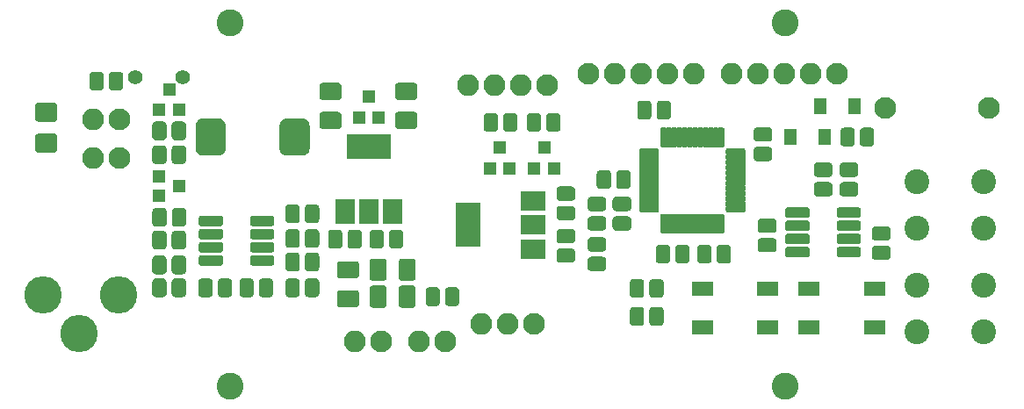
<source format=gbr>
G04 #@! TF.GenerationSoftware,KiCad,Pcbnew,(5.1.5-0-10_14)*
G04 #@! TF.CreationDate,2020-05-10T15:33:43-07:00*
G04 #@! TF.ProjectId,control_module,636f6e74-726f-46c5-9f6d-6f64756c652e,rev?*
G04 #@! TF.SameCoordinates,Original*
G04 #@! TF.FileFunction,Soldermask,Top*
G04 #@! TF.FilePolarity,Negative*
%FSLAX46Y46*%
G04 Gerber Fmt 4.6, Leading zero omitted, Abs format (unit mm)*
G04 Created by KiCad (PCBNEW (5.1.5-0-10_14)) date 2020-05-10 15:33:43*
%MOMM*%
%LPD*%
G04 APERTURE LIST*
%ADD10O,2.100000X2.100000*%
%ADD11C,2.100000*%
%ADD12C,0.100000*%
%ADD13C,1.400000*%
%ADD14R,2.100000X1.400000*%
%ADD15R,1.300000X1.200000*%
%ADD16R,1.200000X1.300000*%
%ADD17R,2.400000X1.900000*%
%ADD18R,2.400000X4.200000*%
%ADD19C,2.400000*%
%ADD20R,1.900000X2.400000*%
%ADD21R,4.200000X2.400000*%
%ADD22C,2.600000*%
%ADD23R,1.300000X1.600000*%
%ADD24O,3.600000X3.600000*%
G04 APERTURE END LIST*
D10*
X91460000Y-78200000D03*
D11*
X94000000Y-78200000D03*
D10*
X60060000Y-56800000D03*
D11*
X62600000Y-56800000D03*
D10*
X60060000Y-60500000D03*
D11*
X62600000Y-60500000D03*
D10*
X85260000Y-78200000D03*
D11*
X87800000Y-78200000D03*
D12*
G36*
X56286207Y-58176542D02*
G01*
X56317287Y-58181152D01*
X56347766Y-58188787D01*
X56377350Y-58199372D01*
X56405754Y-58212806D01*
X56432704Y-58228959D01*
X56457942Y-58247677D01*
X56481223Y-58268777D01*
X56502323Y-58292058D01*
X56521041Y-58317296D01*
X56537194Y-58344246D01*
X56550628Y-58372650D01*
X56561213Y-58402234D01*
X56568848Y-58432713D01*
X56573458Y-58463793D01*
X56575000Y-58495176D01*
X56575000Y-59679824D01*
X56573458Y-59711207D01*
X56568848Y-59742287D01*
X56561213Y-59772766D01*
X56550628Y-59802350D01*
X56537194Y-59830754D01*
X56521041Y-59857704D01*
X56502323Y-59882942D01*
X56481223Y-59906223D01*
X56457942Y-59927323D01*
X56432704Y-59946041D01*
X56405754Y-59962194D01*
X56377350Y-59975628D01*
X56347766Y-59986213D01*
X56317287Y-59993848D01*
X56286207Y-59998458D01*
X56254824Y-60000000D01*
X54745176Y-60000000D01*
X54713793Y-59998458D01*
X54682713Y-59993848D01*
X54652234Y-59986213D01*
X54622650Y-59975628D01*
X54594246Y-59962194D01*
X54567296Y-59946041D01*
X54542058Y-59927323D01*
X54518777Y-59906223D01*
X54497677Y-59882942D01*
X54478959Y-59857704D01*
X54462806Y-59830754D01*
X54449372Y-59802350D01*
X54438787Y-59772766D01*
X54431152Y-59742287D01*
X54426542Y-59711207D01*
X54425000Y-59679824D01*
X54425000Y-58495176D01*
X54426542Y-58463793D01*
X54431152Y-58432713D01*
X54438787Y-58402234D01*
X54449372Y-58372650D01*
X54462806Y-58344246D01*
X54478959Y-58317296D01*
X54497677Y-58292058D01*
X54518777Y-58268777D01*
X54542058Y-58247677D01*
X54567296Y-58228959D01*
X54594246Y-58212806D01*
X54622650Y-58199372D01*
X54652234Y-58188787D01*
X54682713Y-58181152D01*
X54713793Y-58176542D01*
X54745176Y-58175000D01*
X56254824Y-58175000D01*
X56286207Y-58176542D01*
G37*
G36*
X56286207Y-55201542D02*
G01*
X56317287Y-55206152D01*
X56347766Y-55213787D01*
X56377350Y-55224372D01*
X56405754Y-55237806D01*
X56432704Y-55253959D01*
X56457942Y-55272677D01*
X56481223Y-55293777D01*
X56502323Y-55317058D01*
X56521041Y-55342296D01*
X56537194Y-55369246D01*
X56550628Y-55397650D01*
X56561213Y-55427234D01*
X56568848Y-55457713D01*
X56573458Y-55488793D01*
X56575000Y-55520176D01*
X56575000Y-56704824D01*
X56573458Y-56736207D01*
X56568848Y-56767287D01*
X56561213Y-56797766D01*
X56550628Y-56827350D01*
X56537194Y-56855754D01*
X56521041Y-56882704D01*
X56502323Y-56907942D01*
X56481223Y-56931223D01*
X56457942Y-56952323D01*
X56432704Y-56971041D01*
X56405754Y-56987194D01*
X56377350Y-57000628D01*
X56347766Y-57011213D01*
X56317287Y-57018848D01*
X56286207Y-57023458D01*
X56254824Y-57025000D01*
X54745176Y-57025000D01*
X54713793Y-57023458D01*
X54682713Y-57018848D01*
X54652234Y-57011213D01*
X54622650Y-57000628D01*
X54594246Y-56987194D01*
X54567296Y-56971041D01*
X54542058Y-56952323D01*
X54518777Y-56931223D01*
X54497677Y-56907942D01*
X54478959Y-56882704D01*
X54462806Y-56855754D01*
X54449372Y-56827350D01*
X54438787Y-56797766D01*
X54431152Y-56767287D01*
X54426542Y-56736207D01*
X54425000Y-56704824D01*
X54425000Y-55520176D01*
X54426542Y-55488793D01*
X54431152Y-55457713D01*
X54438787Y-55427234D01*
X54449372Y-55397650D01*
X54462806Y-55369246D01*
X54478959Y-55342296D01*
X54497677Y-55317058D01*
X54518777Y-55293777D01*
X54542058Y-55272677D01*
X54567296Y-55253959D01*
X54594246Y-55237806D01*
X54622650Y-55224372D01*
X54652234Y-55213787D01*
X54682713Y-55206152D01*
X54713793Y-55201542D01*
X54745176Y-55200000D01*
X56254824Y-55200000D01*
X56286207Y-55201542D01*
G37*
D13*
X64100000Y-52700000D03*
D12*
G36*
X60739943Y-52201655D02*
G01*
X60773312Y-52206605D01*
X60806035Y-52214802D01*
X60837797Y-52226166D01*
X60868293Y-52240590D01*
X60897227Y-52257932D01*
X60924323Y-52278028D01*
X60949318Y-52300682D01*
X60971972Y-52325677D01*
X60992068Y-52352773D01*
X61009410Y-52381707D01*
X61023834Y-52412203D01*
X61035198Y-52443965D01*
X61043395Y-52476688D01*
X61048345Y-52510057D01*
X61050000Y-52543750D01*
X61050000Y-53656250D01*
X61048345Y-53689943D01*
X61043395Y-53723312D01*
X61035198Y-53756035D01*
X61023834Y-53787797D01*
X61009410Y-53818293D01*
X60992068Y-53847227D01*
X60971972Y-53874323D01*
X60949318Y-53899318D01*
X60924323Y-53921972D01*
X60897227Y-53942068D01*
X60868293Y-53959410D01*
X60837797Y-53973834D01*
X60806035Y-53985198D01*
X60773312Y-53993395D01*
X60739943Y-53998345D01*
X60706250Y-54000000D01*
X60018750Y-54000000D01*
X59985057Y-53998345D01*
X59951688Y-53993395D01*
X59918965Y-53985198D01*
X59887203Y-53973834D01*
X59856707Y-53959410D01*
X59827773Y-53942068D01*
X59800677Y-53921972D01*
X59775682Y-53899318D01*
X59753028Y-53874323D01*
X59732932Y-53847227D01*
X59715590Y-53818293D01*
X59701166Y-53787797D01*
X59689802Y-53756035D01*
X59681605Y-53723312D01*
X59676655Y-53689943D01*
X59675000Y-53656250D01*
X59675000Y-52543750D01*
X59676655Y-52510057D01*
X59681605Y-52476688D01*
X59689802Y-52443965D01*
X59701166Y-52412203D01*
X59715590Y-52381707D01*
X59732932Y-52352773D01*
X59753028Y-52325677D01*
X59775682Y-52300682D01*
X59800677Y-52278028D01*
X59827773Y-52257932D01*
X59856707Y-52240590D01*
X59887203Y-52226166D01*
X59918965Y-52214802D01*
X59951688Y-52206605D01*
X59985057Y-52201655D01*
X60018750Y-52200000D01*
X60706250Y-52200000D01*
X60739943Y-52201655D01*
G37*
G36*
X62614943Y-52201655D02*
G01*
X62648312Y-52206605D01*
X62681035Y-52214802D01*
X62712797Y-52226166D01*
X62743293Y-52240590D01*
X62772227Y-52257932D01*
X62799323Y-52278028D01*
X62824318Y-52300682D01*
X62846972Y-52325677D01*
X62867068Y-52352773D01*
X62884410Y-52381707D01*
X62898834Y-52412203D01*
X62910198Y-52443965D01*
X62918395Y-52476688D01*
X62923345Y-52510057D01*
X62925000Y-52543750D01*
X62925000Y-53656250D01*
X62923345Y-53689943D01*
X62918395Y-53723312D01*
X62910198Y-53756035D01*
X62898834Y-53787797D01*
X62884410Y-53818293D01*
X62867068Y-53847227D01*
X62846972Y-53874323D01*
X62824318Y-53899318D01*
X62799323Y-53921972D01*
X62772227Y-53942068D01*
X62743293Y-53959410D01*
X62712797Y-53973834D01*
X62681035Y-53985198D01*
X62648312Y-53993395D01*
X62614943Y-53998345D01*
X62581250Y-54000000D01*
X61893750Y-54000000D01*
X61860057Y-53998345D01*
X61826688Y-53993395D01*
X61793965Y-53985198D01*
X61762203Y-53973834D01*
X61731707Y-53959410D01*
X61702773Y-53942068D01*
X61675677Y-53921972D01*
X61650682Y-53899318D01*
X61628028Y-53874323D01*
X61607932Y-53847227D01*
X61590590Y-53818293D01*
X61576166Y-53787797D01*
X61564802Y-53756035D01*
X61556605Y-53723312D01*
X61551655Y-53689943D01*
X61550000Y-53656250D01*
X61550000Y-52543750D01*
X61551655Y-52510057D01*
X61556605Y-52476688D01*
X61564802Y-52443965D01*
X61576166Y-52412203D01*
X61590590Y-52381707D01*
X61607932Y-52352773D01*
X61628028Y-52325677D01*
X61650682Y-52300682D01*
X61675677Y-52278028D01*
X61702773Y-52257932D01*
X61731707Y-52240590D01*
X61762203Y-52226166D01*
X61793965Y-52214802D01*
X61826688Y-52206605D01*
X61860057Y-52201655D01*
X61893750Y-52200000D01*
X62581250Y-52200000D01*
X62614943Y-52201655D01*
G37*
D13*
X68700000Y-52700000D03*
D12*
G36*
X95014943Y-73001655D02*
G01*
X95048312Y-73006605D01*
X95081035Y-73014802D01*
X95112797Y-73026166D01*
X95143293Y-73040590D01*
X95172227Y-73057932D01*
X95199323Y-73078028D01*
X95224318Y-73100682D01*
X95246972Y-73125677D01*
X95267068Y-73152773D01*
X95284410Y-73181707D01*
X95298834Y-73212203D01*
X95310198Y-73243965D01*
X95318395Y-73276688D01*
X95323345Y-73310057D01*
X95325000Y-73343750D01*
X95325000Y-74456250D01*
X95323345Y-74489943D01*
X95318395Y-74523312D01*
X95310198Y-74556035D01*
X95298834Y-74587797D01*
X95284410Y-74618293D01*
X95267068Y-74647227D01*
X95246972Y-74674323D01*
X95224318Y-74699318D01*
X95199323Y-74721972D01*
X95172227Y-74742068D01*
X95143293Y-74759410D01*
X95112797Y-74773834D01*
X95081035Y-74785198D01*
X95048312Y-74793395D01*
X95014943Y-74798345D01*
X94981250Y-74800000D01*
X94293750Y-74800000D01*
X94260057Y-74798345D01*
X94226688Y-74793395D01*
X94193965Y-74785198D01*
X94162203Y-74773834D01*
X94131707Y-74759410D01*
X94102773Y-74742068D01*
X94075677Y-74721972D01*
X94050682Y-74699318D01*
X94028028Y-74674323D01*
X94007932Y-74647227D01*
X93990590Y-74618293D01*
X93976166Y-74587797D01*
X93964802Y-74556035D01*
X93956605Y-74523312D01*
X93951655Y-74489943D01*
X93950000Y-74456250D01*
X93950000Y-73343750D01*
X93951655Y-73310057D01*
X93956605Y-73276688D01*
X93964802Y-73243965D01*
X93976166Y-73212203D01*
X93990590Y-73181707D01*
X94007932Y-73152773D01*
X94028028Y-73125677D01*
X94050682Y-73100682D01*
X94075677Y-73078028D01*
X94102773Y-73057932D01*
X94131707Y-73040590D01*
X94162203Y-73026166D01*
X94193965Y-73014802D01*
X94226688Y-73006605D01*
X94260057Y-73001655D01*
X94293750Y-73000000D01*
X94981250Y-73000000D01*
X95014943Y-73001655D01*
G37*
G36*
X93139943Y-73001655D02*
G01*
X93173312Y-73006605D01*
X93206035Y-73014802D01*
X93237797Y-73026166D01*
X93268293Y-73040590D01*
X93297227Y-73057932D01*
X93324323Y-73078028D01*
X93349318Y-73100682D01*
X93371972Y-73125677D01*
X93392068Y-73152773D01*
X93409410Y-73181707D01*
X93423834Y-73212203D01*
X93435198Y-73243965D01*
X93443395Y-73276688D01*
X93448345Y-73310057D01*
X93450000Y-73343750D01*
X93450000Y-74456250D01*
X93448345Y-74489943D01*
X93443395Y-74523312D01*
X93435198Y-74556035D01*
X93423834Y-74587797D01*
X93409410Y-74618293D01*
X93392068Y-74647227D01*
X93371972Y-74674323D01*
X93349318Y-74699318D01*
X93324323Y-74721972D01*
X93297227Y-74742068D01*
X93268293Y-74759410D01*
X93237797Y-74773834D01*
X93206035Y-74785198D01*
X93173312Y-74793395D01*
X93139943Y-74798345D01*
X93106250Y-74800000D01*
X92418750Y-74800000D01*
X92385057Y-74798345D01*
X92351688Y-74793395D01*
X92318965Y-74785198D01*
X92287203Y-74773834D01*
X92256707Y-74759410D01*
X92227773Y-74742068D01*
X92200677Y-74721972D01*
X92175682Y-74699318D01*
X92153028Y-74674323D01*
X92132932Y-74647227D01*
X92115590Y-74618293D01*
X92101166Y-74587797D01*
X92089802Y-74556035D01*
X92081605Y-74523312D01*
X92076655Y-74489943D01*
X92075000Y-74456250D01*
X92075000Y-73343750D01*
X92076655Y-73310057D01*
X92081605Y-73276688D01*
X92089802Y-73243965D01*
X92101166Y-73212203D01*
X92115590Y-73181707D01*
X92132932Y-73152773D01*
X92153028Y-73125677D01*
X92175682Y-73100682D01*
X92200677Y-73078028D01*
X92227773Y-73057932D01*
X92256707Y-73040590D01*
X92287203Y-73026166D01*
X92318965Y-73014802D01*
X92351688Y-73006605D01*
X92385057Y-73001655D01*
X92418750Y-73000000D01*
X93106250Y-73000000D01*
X93139943Y-73001655D01*
G37*
G36*
X83677346Y-53276589D02*
G01*
X83709380Y-53281341D01*
X83740794Y-53289210D01*
X83771286Y-53300120D01*
X83800561Y-53313966D01*
X83828338Y-53330615D01*
X83854350Y-53349907D01*
X83878345Y-53371655D01*
X83900093Y-53395650D01*
X83919385Y-53421662D01*
X83936034Y-53449439D01*
X83949880Y-53478714D01*
X83960790Y-53509206D01*
X83968659Y-53540620D01*
X83973411Y-53572654D01*
X83975000Y-53605000D01*
X83975000Y-54595000D01*
X83973411Y-54627346D01*
X83968659Y-54659380D01*
X83960790Y-54690794D01*
X83949880Y-54721286D01*
X83936034Y-54750561D01*
X83919385Y-54778338D01*
X83900093Y-54804350D01*
X83878345Y-54828345D01*
X83854350Y-54850093D01*
X83828338Y-54869385D01*
X83800561Y-54886034D01*
X83771286Y-54899880D01*
X83740794Y-54910790D01*
X83709380Y-54918659D01*
X83677346Y-54923411D01*
X83645000Y-54925000D01*
X82155000Y-54925000D01*
X82122654Y-54923411D01*
X82090620Y-54918659D01*
X82059206Y-54910790D01*
X82028714Y-54899880D01*
X81999439Y-54886034D01*
X81971662Y-54869385D01*
X81945650Y-54850093D01*
X81921655Y-54828345D01*
X81899907Y-54804350D01*
X81880615Y-54778338D01*
X81863966Y-54750561D01*
X81850120Y-54721286D01*
X81839210Y-54690794D01*
X81831341Y-54659380D01*
X81826589Y-54627346D01*
X81825000Y-54595000D01*
X81825000Y-53605000D01*
X81826589Y-53572654D01*
X81831341Y-53540620D01*
X81839210Y-53509206D01*
X81850120Y-53478714D01*
X81863966Y-53449439D01*
X81880615Y-53421662D01*
X81899907Y-53395650D01*
X81921655Y-53371655D01*
X81945650Y-53349907D01*
X81971662Y-53330615D01*
X81999439Y-53313966D01*
X82028714Y-53300120D01*
X82059206Y-53289210D01*
X82090620Y-53281341D01*
X82122654Y-53276589D01*
X82155000Y-53275000D01*
X83645000Y-53275000D01*
X83677346Y-53276589D01*
G37*
G36*
X83677346Y-56076589D02*
G01*
X83709380Y-56081341D01*
X83740794Y-56089210D01*
X83771286Y-56100120D01*
X83800561Y-56113966D01*
X83828338Y-56130615D01*
X83854350Y-56149907D01*
X83878345Y-56171655D01*
X83900093Y-56195650D01*
X83919385Y-56221662D01*
X83936034Y-56249439D01*
X83949880Y-56278714D01*
X83960790Y-56309206D01*
X83968659Y-56340620D01*
X83973411Y-56372654D01*
X83975000Y-56405000D01*
X83975000Y-57395000D01*
X83973411Y-57427346D01*
X83968659Y-57459380D01*
X83960790Y-57490794D01*
X83949880Y-57521286D01*
X83936034Y-57550561D01*
X83919385Y-57578338D01*
X83900093Y-57604350D01*
X83878345Y-57628345D01*
X83854350Y-57650093D01*
X83828338Y-57669385D01*
X83800561Y-57686034D01*
X83771286Y-57699880D01*
X83740794Y-57710790D01*
X83709380Y-57718659D01*
X83677346Y-57723411D01*
X83645000Y-57725000D01*
X82155000Y-57725000D01*
X82122654Y-57723411D01*
X82090620Y-57718659D01*
X82059206Y-57710790D01*
X82028714Y-57699880D01*
X81999439Y-57686034D01*
X81971662Y-57669385D01*
X81945650Y-57650093D01*
X81921655Y-57628345D01*
X81899907Y-57604350D01*
X81880615Y-57578338D01*
X81863966Y-57550561D01*
X81850120Y-57521286D01*
X81839210Y-57490794D01*
X81831341Y-57459380D01*
X81826589Y-57427346D01*
X81825000Y-57395000D01*
X81825000Y-56405000D01*
X81826589Y-56372654D01*
X81831341Y-56340620D01*
X81839210Y-56309206D01*
X81850120Y-56278714D01*
X81863966Y-56249439D01*
X81880615Y-56221662D01*
X81899907Y-56195650D01*
X81921655Y-56171655D01*
X81945650Y-56149907D01*
X81971662Y-56130615D01*
X81999439Y-56113966D01*
X82028714Y-56100120D01*
X82059206Y-56089210D01*
X82090620Y-56081341D01*
X82122654Y-56076589D01*
X82155000Y-56075000D01*
X83645000Y-56075000D01*
X83677346Y-56076589D01*
G37*
D14*
X118750000Y-73100000D03*
X125050000Y-73100000D03*
X118750000Y-76900000D03*
X125050000Y-76900000D03*
X129050000Y-73100000D03*
X135350000Y-73100000D03*
X129050000Y-76900000D03*
X135350000Y-76900000D03*
D15*
X68350000Y-63250000D03*
X66350000Y-64200000D03*
X66350000Y-62300000D03*
D16*
X103500000Y-59500000D03*
X104450000Y-61500000D03*
X102550000Y-61500000D03*
X99200000Y-59500000D03*
X100150000Y-61500000D03*
X98250000Y-61500000D03*
D12*
G36*
X111514943Y-61701655D02*
G01*
X111548312Y-61706605D01*
X111581035Y-61714802D01*
X111612797Y-61726166D01*
X111643293Y-61740590D01*
X111672227Y-61757932D01*
X111699323Y-61778028D01*
X111724318Y-61800682D01*
X111746972Y-61825677D01*
X111767068Y-61852773D01*
X111784410Y-61881707D01*
X111798834Y-61912203D01*
X111810198Y-61943965D01*
X111818395Y-61976688D01*
X111823345Y-62010057D01*
X111825000Y-62043750D01*
X111825000Y-63156250D01*
X111823345Y-63189943D01*
X111818395Y-63223312D01*
X111810198Y-63256035D01*
X111798834Y-63287797D01*
X111784410Y-63318293D01*
X111767068Y-63347227D01*
X111746972Y-63374323D01*
X111724318Y-63399318D01*
X111699323Y-63421972D01*
X111672227Y-63442068D01*
X111643293Y-63459410D01*
X111612797Y-63473834D01*
X111581035Y-63485198D01*
X111548312Y-63493395D01*
X111514943Y-63498345D01*
X111481250Y-63500000D01*
X110793750Y-63500000D01*
X110760057Y-63498345D01*
X110726688Y-63493395D01*
X110693965Y-63485198D01*
X110662203Y-63473834D01*
X110631707Y-63459410D01*
X110602773Y-63442068D01*
X110575677Y-63421972D01*
X110550682Y-63399318D01*
X110528028Y-63374323D01*
X110507932Y-63347227D01*
X110490590Y-63318293D01*
X110476166Y-63287797D01*
X110464802Y-63256035D01*
X110456605Y-63223312D01*
X110451655Y-63189943D01*
X110450000Y-63156250D01*
X110450000Y-62043750D01*
X110451655Y-62010057D01*
X110456605Y-61976688D01*
X110464802Y-61943965D01*
X110476166Y-61912203D01*
X110490590Y-61881707D01*
X110507932Y-61852773D01*
X110528028Y-61825677D01*
X110550682Y-61800682D01*
X110575677Y-61778028D01*
X110602773Y-61757932D01*
X110631707Y-61740590D01*
X110662203Y-61726166D01*
X110693965Y-61714802D01*
X110726688Y-61706605D01*
X110760057Y-61701655D01*
X110793750Y-61700000D01*
X111481250Y-61700000D01*
X111514943Y-61701655D01*
G37*
G36*
X109639943Y-61701655D02*
G01*
X109673312Y-61706605D01*
X109706035Y-61714802D01*
X109737797Y-61726166D01*
X109768293Y-61740590D01*
X109797227Y-61757932D01*
X109824323Y-61778028D01*
X109849318Y-61800682D01*
X109871972Y-61825677D01*
X109892068Y-61852773D01*
X109909410Y-61881707D01*
X109923834Y-61912203D01*
X109935198Y-61943965D01*
X109943395Y-61976688D01*
X109948345Y-62010057D01*
X109950000Y-62043750D01*
X109950000Y-63156250D01*
X109948345Y-63189943D01*
X109943395Y-63223312D01*
X109935198Y-63256035D01*
X109923834Y-63287797D01*
X109909410Y-63318293D01*
X109892068Y-63347227D01*
X109871972Y-63374323D01*
X109849318Y-63399318D01*
X109824323Y-63421972D01*
X109797227Y-63442068D01*
X109768293Y-63459410D01*
X109737797Y-63473834D01*
X109706035Y-63485198D01*
X109673312Y-63493395D01*
X109639943Y-63498345D01*
X109606250Y-63500000D01*
X108918750Y-63500000D01*
X108885057Y-63498345D01*
X108851688Y-63493395D01*
X108818965Y-63485198D01*
X108787203Y-63473834D01*
X108756707Y-63459410D01*
X108727773Y-63442068D01*
X108700677Y-63421972D01*
X108675682Y-63399318D01*
X108653028Y-63374323D01*
X108632932Y-63347227D01*
X108615590Y-63318293D01*
X108601166Y-63287797D01*
X108589802Y-63256035D01*
X108581605Y-63223312D01*
X108576655Y-63189943D01*
X108575000Y-63156250D01*
X108575000Y-62043750D01*
X108576655Y-62010057D01*
X108581605Y-61976688D01*
X108589802Y-61943965D01*
X108601166Y-61912203D01*
X108615590Y-61881707D01*
X108632932Y-61852773D01*
X108653028Y-61825677D01*
X108675682Y-61800682D01*
X108700677Y-61778028D01*
X108727773Y-61757932D01*
X108756707Y-61740590D01*
X108787203Y-61726166D01*
X108818965Y-61714802D01*
X108851688Y-61706605D01*
X108885057Y-61701655D01*
X108918750Y-61700000D01*
X109606250Y-61700000D01*
X109639943Y-61701655D01*
G37*
D16*
X67350000Y-53900000D03*
X68300000Y-55900000D03*
X66400000Y-55900000D03*
D12*
G36*
X80246062Y-56703491D02*
G01*
X80316440Y-56713931D01*
X80385456Y-56731218D01*
X80452445Y-56755187D01*
X80516763Y-56785607D01*
X80577788Y-56822185D01*
X80634935Y-56864567D01*
X80687652Y-56912348D01*
X80735433Y-56965065D01*
X80777815Y-57022212D01*
X80814393Y-57083237D01*
X80844813Y-57147555D01*
X80868782Y-57214544D01*
X80886069Y-57283560D01*
X80896509Y-57353938D01*
X80900000Y-57425000D01*
X80900000Y-59575000D01*
X80896509Y-59646062D01*
X80886069Y-59716440D01*
X80868782Y-59785456D01*
X80844813Y-59852445D01*
X80814393Y-59916763D01*
X80777815Y-59977788D01*
X80735433Y-60034935D01*
X80687652Y-60087652D01*
X80634935Y-60135433D01*
X80577788Y-60177815D01*
X80516763Y-60214393D01*
X80452445Y-60244813D01*
X80385456Y-60268782D01*
X80316440Y-60286069D01*
X80246062Y-60296509D01*
X80175000Y-60300000D01*
X78725000Y-60300000D01*
X78653938Y-60296509D01*
X78583560Y-60286069D01*
X78514544Y-60268782D01*
X78447555Y-60244813D01*
X78383237Y-60214393D01*
X78322212Y-60177815D01*
X78265065Y-60135433D01*
X78212348Y-60087652D01*
X78164567Y-60034935D01*
X78122185Y-59977788D01*
X78085607Y-59916763D01*
X78055187Y-59852445D01*
X78031218Y-59785456D01*
X78013931Y-59716440D01*
X78003491Y-59646062D01*
X78000000Y-59575000D01*
X78000000Y-57425000D01*
X78003491Y-57353938D01*
X78013931Y-57283560D01*
X78031218Y-57214544D01*
X78055187Y-57147555D01*
X78085607Y-57083237D01*
X78122185Y-57022212D01*
X78164567Y-56965065D01*
X78212348Y-56912348D01*
X78265065Y-56864567D01*
X78322212Y-56822185D01*
X78383237Y-56785607D01*
X78447555Y-56755187D01*
X78514544Y-56731218D01*
X78583560Y-56713931D01*
X78653938Y-56703491D01*
X78725000Y-56700000D01*
X80175000Y-56700000D01*
X80246062Y-56703491D01*
G37*
G36*
X72146062Y-56703491D02*
G01*
X72216440Y-56713931D01*
X72285456Y-56731218D01*
X72352445Y-56755187D01*
X72416763Y-56785607D01*
X72477788Y-56822185D01*
X72534935Y-56864567D01*
X72587652Y-56912348D01*
X72635433Y-56965065D01*
X72677815Y-57022212D01*
X72714393Y-57083237D01*
X72744813Y-57147555D01*
X72768782Y-57214544D01*
X72786069Y-57283560D01*
X72796509Y-57353938D01*
X72800000Y-57425000D01*
X72800000Y-59575000D01*
X72796509Y-59646062D01*
X72786069Y-59716440D01*
X72768782Y-59785456D01*
X72744813Y-59852445D01*
X72714393Y-59916763D01*
X72677815Y-59977788D01*
X72635433Y-60034935D01*
X72587652Y-60087652D01*
X72534935Y-60135433D01*
X72477788Y-60177815D01*
X72416763Y-60214393D01*
X72352445Y-60244813D01*
X72285456Y-60268782D01*
X72216440Y-60286069D01*
X72146062Y-60296509D01*
X72075000Y-60300000D01*
X70625000Y-60300000D01*
X70553938Y-60296509D01*
X70483560Y-60286069D01*
X70414544Y-60268782D01*
X70347555Y-60244813D01*
X70283237Y-60214393D01*
X70222212Y-60177815D01*
X70165065Y-60135433D01*
X70112348Y-60087652D01*
X70064567Y-60034935D01*
X70022185Y-59977788D01*
X69985607Y-59916763D01*
X69955187Y-59852445D01*
X69931218Y-59785456D01*
X69913931Y-59716440D01*
X69903491Y-59646062D01*
X69900000Y-59575000D01*
X69900000Y-57425000D01*
X69903491Y-57353938D01*
X69913931Y-57283560D01*
X69931218Y-57214544D01*
X69955187Y-57147555D01*
X69985607Y-57083237D01*
X70022185Y-57022212D01*
X70064567Y-56965065D01*
X70112348Y-56912348D01*
X70165065Y-56864567D01*
X70222212Y-56822185D01*
X70283237Y-56785607D01*
X70347555Y-56755187D01*
X70414544Y-56731218D01*
X70483560Y-56713931D01*
X70553938Y-56703491D01*
X70625000Y-56700000D01*
X72075000Y-56700000D01*
X72146062Y-56703491D01*
G37*
D16*
X86600000Y-54600000D03*
X87550000Y-56600000D03*
X85650000Y-56600000D03*
D12*
G36*
X136589943Y-68989155D02*
G01*
X136623312Y-68994105D01*
X136656035Y-69002302D01*
X136687797Y-69013666D01*
X136718293Y-69028090D01*
X136747227Y-69045432D01*
X136774323Y-69065528D01*
X136799318Y-69088182D01*
X136821972Y-69113177D01*
X136842068Y-69140273D01*
X136859410Y-69169207D01*
X136873834Y-69199703D01*
X136885198Y-69231465D01*
X136893395Y-69264188D01*
X136898345Y-69297557D01*
X136900000Y-69331250D01*
X136900000Y-70018750D01*
X136898345Y-70052443D01*
X136893395Y-70085812D01*
X136885198Y-70118535D01*
X136873834Y-70150297D01*
X136859410Y-70180793D01*
X136842068Y-70209727D01*
X136821972Y-70236823D01*
X136799318Y-70261818D01*
X136774323Y-70284472D01*
X136747227Y-70304568D01*
X136718293Y-70321910D01*
X136687797Y-70336334D01*
X136656035Y-70347698D01*
X136623312Y-70355895D01*
X136589943Y-70360845D01*
X136556250Y-70362500D01*
X135443750Y-70362500D01*
X135410057Y-70360845D01*
X135376688Y-70355895D01*
X135343965Y-70347698D01*
X135312203Y-70336334D01*
X135281707Y-70321910D01*
X135252773Y-70304568D01*
X135225677Y-70284472D01*
X135200682Y-70261818D01*
X135178028Y-70236823D01*
X135157932Y-70209727D01*
X135140590Y-70180793D01*
X135126166Y-70150297D01*
X135114802Y-70118535D01*
X135106605Y-70085812D01*
X135101655Y-70052443D01*
X135100000Y-70018750D01*
X135100000Y-69331250D01*
X135101655Y-69297557D01*
X135106605Y-69264188D01*
X135114802Y-69231465D01*
X135126166Y-69199703D01*
X135140590Y-69169207D01*
X135157932Y-69140273D01*
X135178028Y-69113177D01*
X135200682Y-69088182D01*
X135225677Y-69065528D01*
X135252773Y-69045432D01*
X135281707Y-69028090D01*
X135312203Y-69013666D01*
X135343965Y-69002302D01*
X135376688Y-68994105D01*
X135410057Y-68989155D01*
X135443750Y-68987500D01*
X136556250Y-68987500D01*
X136589943Y-68989155D01*
G37*
G36*
X136589943Y-67114155D02*
G01*
X136623312Y-67119105D01*
X136656035Y-67127302D01*
X136687797Y-67138666D01*
X136718293Y-67153090D01*
X136747227Y-67170432D01*
X136774323Y-67190528D01*
X136799318Y-67213182D01*
X136821972Y-67238177D01*
X136842068Y-67265273D01*
X136859410Y-67294207D01*
X136873834Y-67324703D01*
X136885198Y-67356465D01*
X136893395Y-67389188D01*
X136898345Y-67422557D01*
X136900000Y-67456250D01*
X136900000Y-68143750D01*
X136898345Y-68177443D01*
X136893395Y-68210812D01*
X136885198Y-68243535D01*
X136873834Y-68275297D01*
X136859410Y-68305793D01*
X136842068Y-68334727D01*
X136821972Y-68361823D01*
X136799318Y-68386818D01*
X136774323Y-68409472D01*
X136747227Y-68429568D01*
X136718293Y-68446910D01*
X136687797Y-68461334D01*
X136656035Y-68472698D01*
X136623312Y-68480895D01*
X136589943Y-68485845D01*
X136556250Y-68487500D01*
X135443750Y-68487500D01*
X135410057Y-68485845D01*
X135376688Y-68480895D01*
X135343965Y-68472698D01*
X135312203Y-68461334D01*
X135281707Y-68446910D01*
X135252773Y-68429568D01*
X135225677Y-68409472D01*
X135200682Y-68386818D01*
X135178028Y-68361823D01*
X135157932Y-68334727D01*
X135140590Y-68305793D01*
X135126166Y-68275297D01*
X135114802Y-68243535D01*
X135106605Y-68210812D01*
X135101655Y-68177443D01*
X135100000Y-68143750D01*
X135100000Y-67456250D01*
X135101655Y-67422557D01*
X135106605Y-67389188D01*
X135114802Y-67356465D01*
X135126166Y-67324703D01*
X135140590Y-67294207D01*
X135157932Y-67265273D01*
X135178028Y-67238177D01*
X135200682Y-67213182D01*
X135225677Y-67190528D01*
X135252773Y-67170432D01*
X135281707Y-67153090D01*
X135312203Y-67138666D01*
X135343965Y-67127302D01*
X135376688Y-67119105D01*
X135410057Y-67114155D01*
X135443750Y-67112500D01*
X136556250Y-67112500D01*
X136589943Y-67114155D01*
G37*
G36*
X114417153Y-65100843D02*
G01*
X114434141Y-65103363D01*
X114450800Y-65107535D01*
X114466970Y-65113321D01*
X114482494Y-65120664D01*
X114497225Y-65129493D01*
X114511019Y-65139723D01*
X114523744Y-65151256D01*
X114535277Y-65163981D01*
X114545507Y-65177775D01*
X114554336Y-65192506D01*
X114561679Y-65208030D01*
X114567465Y-65224200D01*
X114571637Y-65240859D01*
X114574157Y-65257847D01*
X114575000Y-65275000D01*
X114575000Y-65625000D01*
X114574157Y-65642153D01*
X114571637Y-65659141D01*
X114567465Y-65675800D01*
X114561679Y-65691970D01*
X114554336Y-65707494D01*
X114545507Y-65722225D01*
X114535277Y-65736019D01*
X114523744Y-65748744D01*
X114511019Y-65760277D01*
X114497225Y-65770507D01*
X114482494Y-65779336D01*
X114466970Y-65786679D01*
X114450800Y-65792465D01*
X114434141Y-65796637D01*
X114417153Y-65799157D01*
X114400000Y-65800000D01*
X112875000Y-65800000D01*
X112857847Y-65799157D01*
X112840859Y-65796637D01*
X112824200Y-65792465D01*
X112808030Y-65786679D01*
X112792506Y-65779336D01*
X112777775Y-65770507D01*
X112763981Y-65760277D01*
X112751256Y-65748744D01*
X112739723Y-65736019D01*
X112729493Y-65722225D01*
X112720664Y-65707494D01*
X112713321Y-65691970D01*
X112707535Y-65675800D01*
X112703363Y-65659141D01*
X112700843Y-65642153D01*
X112700000Y-65625000D01*
X112700000Y-65275000D01*
X112700843Y-65257847D01*
X112703363Y-65240859D01*
X112707535Y-65224200D01*
X112713321Y-65208030D01*
X112720664Y-65192506D01*
X112729493Y-65177775D01*
X112739723Y-65163981D01*
X112751256Y-65151256D01*
X112763981Y-65139723D01*
X112777775Y-65129493D01*
X112792506Y-65120664D01*
X112808030Y-65113321D01*
X112824200Y-65107535D01*
X112840859Y-65103363D01*
X112857847Y-65100843D01*
X112875000Y-65100000D01*
X114400000Y-65100000D01*
X114417153Y-65100843D01*
G37*
G36*
X114417153Y-64600843D02*
G01*
X114434141Y-64603363D01*
X114450800Y-64607535D01*
X114466970Y-64613321D01*
X114482494Y-64620664D01*
X114497225Y-64629493D01*
X114511019Y-64639723D01*
X114523744Y-64651256D01*
X114535277Y-64663981D01*
X114545507Y-64677775D01*
X114554336Y-64692506D01*
X114561679Y-64708030D01*
X114567465Y-64724200D01*
X114571637Y-64740859D01*
X114574157Y-64757847D01*
X114575000Y-64775000D01*
X114575000Y-65125000D01*
X114574157Y-65142153D01*
X114571637Y-65159141D01*
X114567465Y-65175800D01*
X114561679Y-65191970D01*
X114554336Y-65207494D01*
X114545507Y-65222225D01*
X114535277Y-65236019D01*
X114523744Y-65248744D01*
X114511019Y-65260277D01*
X114497225Y-65270507D01*
X114482494Y-65279336D01*
X114466970Y-65286679D01*
X114450800Y-65292465D01*
X114434141Y-65296637D01*
X114417153Y-65299157D01*
X114400000Y-65300000D01*
X112875000Y-65300000D01*
X112857847Y-65299157D01*
X112840859Y-65296637D01*
X112824200Y-65292465D01*
X112808030Y-65286679D01*
X112792506Y-65279336D01*
X112777775Y-65270507D01*
X112763981Y-65260277D01*
X112751256Y-65248744D01*
X112739723Y-65236019D01*
X112729493Y-65222225D01*
X112720664Y-65207494D01*
X112713321Y-65191970D01*
X112707535Y-65175800D01*
X112703363Y-65159141D01*
X112700843Y-65142153D01*
X112700000Y-65125000D01*
X112700000Y-64775000D01*
X112700843Y-64757847D01*
X112703363Y-64740859D01*
X112707535Y-64724200D01*
X112713321Y-64708030D01*
X112720664Y-64692506D01*
X112729493Y-64677775D01*
X112739723Y-64663981D01*
X112751256Y-64651256D01*
X112763981Y-64639723D01*
X112777775Y-64629493D01*
X112792506Y-64620664D01*
X112808030Y-64613321D01*
X112824200Y-64607535D01*
X112840859Y-64603363D01*
X112857847Y-64600843D01*
X112875000Y-64600000D01*
X114400000Y-64600000D01*
X114417153Y-64600843D01*
G37*
G36*
X114417153Y-64100843D02*
G01*
X114434141Y-64103363D01*
X114450800Y-64107535D01*
X114466970Y-64113321D01*
X114482494Y-64120664D01*
X114497225Y-64129493D01*
X114511019Y-64139723D01*
X114523744Y-64151256D01*
X114535277Y-64163981D01*
X114545507Y-64177775D01*
X114554336Y-64192506D01*
X114561679Y-64208030D01*
X114567465Y-64224200D01*
X114571637Y-64240859D01*
X114574157Y-64257847D01*
X114575000Y-64275000D01*
X114575000Y-64625000D01*
X114574157Y-64642153D01*
X114571637Y-64659141D01*
X114567465Y-64675800D01*
X114561679Y-64691970D01*
X114554336Y-64707494D01*
X114545507Y-64722225D01*
X114535277Y-64736019D01*
X114523744Y-64748744D01*
X114511019Y-64760277D01*
X114497225Y-64770507D01*
X114482494Y-64779336D01*
X114466970Y-64786679D01*
X114450800Y-64792465D01*
X114434141Y-64796637D01*
X114417153Y-64799157D01*
X114400000Y-64800000D01*
X112875000Y-64800000D01*
X112857847Y-64799157D01*
X112840859Y-64796637D01*
X112824200Y-64792465D01*
X112808030Y-64786679D01*
X112792506Y-64779336D01*
X112777775Y-64770507D01*
X112763981Y-64760277D01*
X112751256Y-64748744D01*
X112739723Y-64736019D01*
X112729493Y-64722225D01*
X112720664Y-64707494D01*
X112713321Y-64691970D01*
X112707535Y-64675800D01*
X112703363Y-64659141D01*
X112700843Y-64642153D01*
X112700000Y-64625000D01*
X112700000Y-64275000D01*
X112700843Y-64257847D01*
X112703363Y-64240859D01*
X112707535Y-64224200D01*
X112713321Y-64208030D01*
X112720664Y-64192506D01*
X112729493Y-64177775D01*
X112739723Y-64163981D01*
X112751256Y-64151256D01*
X112763981Y-64139723D01*
X112777775Y-64129493D01*
X112792506Y-64120664D01*
X112808030Y-64113321D01*
X112824200Y-64107535D01*
X112840859Y-64103363D01*
X112857847Y-64100843D01*
X112875000Y-64100000D01*
X114400000Y-64100000D01*
X114417153Y-64100843D01*
G37*
G36*
X114417153Y-63600843D02*
G01*
X114434141Y-63603363D01*
X114450800Y-63607535D01*
X114466970Y-63613321D01*
X114482494Y-63620664D01*
X114497225Y-63629493D01*
X114511019Y-63639723D01*
X114523744Y-63651256D01*
X114535277Y-63663981D01*
X114545507Y-63677775D01*
X114554336Y-63692506D01*
X114561679Y-63708030D01*
X114567465Y-63724200D01*
X114571637Y-63740859D01*
X114574157Y-63757847D01*
X114575000Y-63775000D01*
X114575000Y-64125000D01*
X114574157Y-64142153D01*
X114571637Y-64159141D01*
X114567465Y-64175800D01*
X114561679Y-64191970D01*
X114554336Y-64207494D01*
X114545507Y-64222225D01*
X114535277Y-64236019D01*
X114523744Y-64248744D01*
X114511019Y-64260277D01*
X114497225Y-64270507D01*
X114482494Y-64279336D01*
X114466970Y-64286679D01*
X114450800Y-64292465D01*
X114434141Y-64296637D01*
X114417153Y-64299157D01*
X114400000Y-64300000D01*
X112875000Y-64300000D01*
X112857847Y-64299157D01*
X112840859Y-64296637D01*
X112824200Y-64292465D01*
X112808030Y-64286679D01*
X112792506Y-64279336D01*
X112777775Y-64270507D01*
X112763981Y-64260277D01*
X112751256Y-64248744D01*
X112739723Y-64236019D01*
X112729493Y-64222225D01*
X112720664Y-64207494D01*
X112713321Y-64191970D01*
X112707535Y-64175800D01*
X112703363Y-64159141D01*
X112700843Y-64142153D01*
X112700000Y-64125000D01*
X112700000Y-63775000D01*
X112700843Y-63757847D01*
X112703363Y-63740859D01*
X112707535Y-63724200D01*
X112713321Y-63708030D01*
X112720664Y-63692506D01*
X112729493Y-63677775D01*
X112739723Y-63663981D01*
X112751256Y-63651256D01*
X112763981Y-63639723D01*
X112777775Y-63629493D01*
X112792506Y-63620664D01*
X112808030Y-63613321D01*
X112824200Y-63607535D01*
X112840859Y-63603363D01*
X112857847Y-63600843D01*
X112875000Y-63600000D01*
X114400000Y-63600000D01*
X114417153Y-63600843D01*
G37*
G36*
X114417153Y-63100843D02*
G01*
X114434141Y-63103363D01*
X114450800Y-63107535D01*
X114466970Y-63113321D01*
X114482494Y-63120664D01*
X114497225Y-63129493D01*
X114511019Y-63139723D01*
X114523744Y-63151256D01*
X114535277Y-63163981D01*
X114545507Y-63177775D01*
X114554336Y-63192506D01*
X114561679Y-63208030D01*
X114567465Y-63224200D01*
X114571637Y-63240859D01*
X114574157Y-63257847D01*
X114575000Y-63275000D01*
X114575000Y-63625000D01*
X114574157Y-63642153D01*
X114571637Y-63659141D01*
X114567465Y-63675800D01*
X114561679Y-63691970D01*
X114554336Y-63707494D01*
X114545507Y-63722225D01*
X114535277Y-63736019D01*
X114523744Y-63748744D01*
X114511019Y-63760277D01*
X114497225Y-63770507D01*
X114482494Y-63779336D01*
X114466970Y-63786679D01*
X114450800Y-63792465D01*
X114434141Y-63796637D01*
X114417153Y-63799157D01*
X114400000Y-63800000D01*
X112875000Y-63800000D01*
X112857847Y-63799157D01*
X112840859Y-63796637D01*
X112824200Y-63792465D01*
X112808030Y-63786679D01*
X112792506Y-63779336D01*
X112777775Y-63770507D01*
X112763981Y-63760277D01*
X112751256Y-63748744D01*
X112739723Y-63736019D01*
X112729493Y-63722225D01*
X112720664Y-63707494D01*
X112713321Y-63691970D01*
X112707535Y-63675800D01*
X112703363Y-63659141D01*
X112700843Y-63642153D01*
X112700000Y-63625000D01*
X112700000Y-63275000D01*
X112700843Y-63257847D01*
X112703363Y-63240859D01*
X112707535Y-63224200D01*
X112713321Y-63208030D01*
X112720664Y-63192506D01*
X112729493Y-63177775D01*
X112739723Y-63163981D01*
X112751256Y-63151256D01*
X112763981Y-63139723D01*
X112777775Y-63129493D01*
X112792506Y-63120664D01*
X112808030Y-63113321D01*
X112824200Y-63107535D01*
X112840859Y-63103363D01*
X112857847Y-63100843D01*
X112875000Y-63100000D01*
X114400000Y-63100000D01*
X114417153Y-63100843D01*
G37*
G36*
X114417153Y-62600843D02*
G01*
X114434141Y-62603363D01*
X114450800Y-62607535D01*
X114466970Y-62613321D01*
X114482494Y-62620664D01*
X114497225Y-62629493D01*
X114511019Y-62639723D01*
X114523744Y-62651256D01*
X114535277Y-62663981D01*
X114545507Y-62677775D01*
X114554336Y-62692506D01*
X114561679Y-62708030D01*
X114567465Y-62724200D01*
X114571637Y-62740859D01*
X114574157Y-62757847D01*
X114575000Y-62775000D01*
X114575000Y-63125000D01*
X114574157Y-63142153D01*
X114571637Y-63159141D01*
X114567465Y-63175800D01*
X114561679Y-63191970D01*
X114554336Y-63207494D01*
X114545507Y-63222225D01*
X114535277Y-63236019D01*
X114523744Y-63248744D01*
X114511019Y-63260277D01*
X114497225Y-63270507D01*
X114482494Y-63279336D01*
X114466970Y-63286679D01*
X114450800Y-63292465D01*
X114434141Y-63296637D01*
X114417153Y-63299157D01*
X114400000Y-63300000D01*
X112875000Y-63300000D01*
X112857847Y-63299157D01*
X112840859Y-63296637D01*
X112824200Y-63292465D01*
X112808030Y-63286679D01*
X112792506Y-63279336D01*
X112777775Y-63270507D01*
X112763981Y-63260277D01*
X112751256Y-63248744D01*
X112739723Y-63236019D01*
X112729493Y-63222225D01*
X112720664Y-63207494D01*
X112713321Y-63191970D01*
X112707535Y-63175800D01*
X112703363Y-63159141D01*
X112700843Y-63142153D01*
X112700000Y-63125000D01*
X112700000Y-62775000D01*
X112700843Y-62757847D01*
X112703363Y-62740859D01*
X112707535Y-62724200D01*
X112713321Y-62708030D01*
X112720664Y-62692506D01*
X112729493Y-62677775D01*
X112739723Y-62663981D01*
X112751256Y-62651256D01*
X112763981Y-62639723D01*
X112777775Y-62629493D01*
X112792506Y-62620664D01*
X112808030Y-62613321D01*
X112824200Y-62607535D01*
X112840859Y-62603363D01*
X112857847Y-62600843D01*
X112875000Y-62600000D01*
X114400000Y-62600000D01*
X114417153Y-62600843D01*
G37*
G36*
X114417153Y-62100843D02*
G01*
X114434141Y-62103363D01*
X114450800Y-62107535D01*
X114466970Y-62113321D01*
X114482494Y-62120664D01*
X114497225Y-62129493D01*
X114511019Y-62139723D01*
X114523744Y-62151256D01*
X114535277Y-62163981D01*
X114545507Y-62177775D01*
X114554336Y-62192506D01*
X114561679Y-62208030D01*
X114567465Y-62224200D01*
X114571637Y-62240859D01*
X114574157Y-62257847D01*
X114575000Y-62275000D01*
X114575000Y-62625000D01*
X114574157Y-62642153D01*
X114571637Y-62659141D01*
X114567465Y-62675800D01*
X114561679Y-62691970D01*
X114554336Y-62707494D01*
X114545507Y-62722225D01*
X114535277Y-62736019D01*
X114523744Y-62748744D01*
X114511019Y-62760277D01*
X114497225Y-62770507D01*
X114482494Y-62779336D01*
X114466970Y-62786679D01*
X114450800Y-62792465D01*
X114434141Y-62796637D01*
X114417153Y-62799157D01*
X114400000Y-62800000D01*
X112875000Y-62800000D01*
X112857847Y-62799157D01*
X112840859Y-62796637D01*
X112824200Y-62792465D01*
X112808030Y-62786679D01*
X112792506Y-62779336D01*
X112777775Y-62770507D01*
X112763981Y-62760277D01*
X112751256Y-62748744D01*
X112739723Y-62736019D01*
X112729493Y-62722225D01*
X112720664Y-62707494D01*
X112713321Y-62691970D01*
X112707535Y-62675800D01*
X112703363Y-62659141D01*
X112700843Y-62642153D01*
X112700000Y-62625000D01*
X112700000Y-62275000D01*
X112700843Y-62257847D01*
X112703363Y-62240859D01*
X112707535Y-62224200D01*
X112713321Y-62208030D01*
X112720664Y-62192506D01*
X112729493Y-62177775D01*
X112739723Y-62163981D01*
X112751256Y-62151256D01*
X112763981Y-62139723D01*
X112777775Y-62129493D01*
X112792506Y-62120664D01*
X112808030Y-62113321D01*
X112824200Y-62107535D01*
X112840859Y-62103363D01*
X112857847Y-62100843D01*
X112875000Y-62100000D01*
X114400000Y-62100000D01*
X114417153Y-62100843D01*
G37*
G36*
X114417153Y-61600843D02*
G01*
X114434141Y-61603363D01*
X114450800Y-61607535D01*
X114466970Y-61613321D01*
X114482494Y-61620664D01*
X114497225Y-61629493D01*
X114511019Y-61639723D01*
X114523744Y-61651256D01*
X114535277Y-61663981D01*
X114545507Y-61677775D01*
X114554336Y-61692506D01*
X114561679Y-61708030D01*
X114567465Y-61724200D01*
X114571637Y-61740859D01*
X114574157Y-61757847D01*
X114575000Y-61775000D01*
X114575000Y-62125000D01*
X114574157Y-62142153D01*
X114571637Y-62159141D01*
X114567465Y-62175800D01*
X114561679Y-62191970D01*
X114554336Y-62207494D01*
X114545507Y-62222225D01*
X114535277Y-62236019D01*
X114523744Y-62248744D01*
X114511019Y-62260277D01*
X114497225Y-62270507D01*
X114482494Y-62279336D01*
X114466970Y-62286679D01*
X114450800Y-62292465D01*
X114434141Y-62296637D01*
X114417153Y-62299157D01*
X114400000Y-62300000D01*
X112875000Y-62300000D01*
X112857847Y-62299157D01*
X112840859Y-62296637D01*
X112824200Y-62292465D01*
X112808030Y-62286679D01*
X112792506Y-62279336D01*
X112777775Y-62270507D01*
X112763981Y-62260277D01*
X112751256Y-62248744D01*
X112739723Y-62236019D01*
X112729493Y-62222225D01*
X112720664Y-62207494D01*
X112713321Y-62191970D01*
X112707535Y-62175800D01*
X112703363Y-62159141D01*
X112700843Y-62142153D01*
X112700000Y-62125000D01*
X112700000Y-61775000D01*
X112700843Y-61757847D01*
X112703363Y-61740859D01*
X112707535Y-61724200D01*
X112713321Y-61708030D01*
X112720664Y-61692506D01*
X112729493Y-61677775D01*
X112739723Y-61663981D01*
X112751256Y-61651256D01*
X112763981Y-61639723D01*
X112777775Y-61629493D01*
X112792506Y-61620664D01*
X112808030Y-61613321D01*
X112824200Y-61607535D01*
X112840859Y-61603363D01*
X112857847Y-61600843D01*
X112875000Y-61600000D01*
X114400000Y-61600000D01*
X114417153Y-61600843D01*
G37*
G36*
X114417153Y-61100843D02*
G01*
X114434141Y-61103363D01*
X114450800Y-61107535D01*
X114466970Y-61113321D01*
X114482494Y-61120664D01*
X114497225Y-61129493D01*
X114511019Y-61139723D01*
X114523744Y-61151256D01*
X114535277Y-61163981D01*
X114545507Y-61177775D01*
X114554336Y-61192506D01*
X114561679Y-61208030D01*
X114567465Y-61224200D01*
X114571637Y-61240859D01*
X114574157Y-61257847D01*
X114575000Y-61275000D01*
X114575000Y-61625000D01*
X114574157Y-61642153D01*
X114571637Y-61659141D01*
X114567465Y-61675800D01*
X114561679Y-61691970D01*
X114554336Y-61707494D01*
X114545507Y-61722225D01*
X114535277Y-61736019D01*
X114523744Y-61748744D01*
X114511019Y-61760277D01*
X114497225Y-61770507D01*
X114482494Y-61779336D01*
X114466970Y-61786679D01*
X114450800Y-61792465D01*
X114434141Y-61796637D01*
X114417153Y-61799157D01*
X114400000Y-61800000D01*
X112875000Y-61800000D01*
X112857847Y-61799157D01*
X112840859Y-61796637D01*
X112824200Y-61792465D01*
X112808030Y-61786679D01*
X112792506Y-61779336D01*
X112777775Y-61770507D01*
X112763981Y-61760277D01*
X112751256Y-61748744D01*
X112739723Y-61736019D01*
X112729493Y-61722225D01*
X112720664Y-61707494D01*
X112713321Y-61691970D01*
X112707535Y-61675800D01*
X112703363Y-61659141D01*
X112700843Y-61642153D01*
X112700000Y-61625000D01*
X112700000Y-61275000D01*
X112700843Y-61257847D01*
X112703363Y-61240859D01*
X112707535Y-61224200D01*
X112713321Y-61208030D01*
X112720664Y-61192506D01*
X112729493Y-61177775D01*
X112739723Y-61163981D01*
X112751256Y-61151256D01*
X112763981Y-61139723D01*
X112777775Y-61129493D01*
X112792506Y-61120664D01*
X112808030Y-61113321D01*
X112824200Y-61107535D01*
X112840859Y-61103363D01*
X112857847Y-61100843D01*
X112875000Y-61100000D01*
X114400000Y-61100000D01*
X114417153Y-61100843D01*
G37*
G36*
X114417153Y-60600843D02*
G01*
X114434141Y-60603363D01*
X114450800Y-60607535D01*
X114466970Y-60613321D01*
X114482494Y-60620664D01*
X114497225Y-60629493D01*
X114511019Y-60639723D01*
X114523744Y-60651256D01*
X114535277Y-60663981D01*
X114545507Y-60677775D01*
X114554336Y-60692506D01*
X114561679Y-60708030D01*
X114567465Y-60724200D01*
X114571637Y-60740859D01*
X114574157Y-60757847D01*
X114575000Y-60775000D01*
X114575000Y-61125000D01*
X114574157Y-61142153D01*
X114571637Y-61159141D01*
X114567465Y-61175800D01*
X114561679Y-61191970D01*
X114554336Y-61207494D01*
X114545507Y-61222225D01*
X114535277Y-61236019D01*
X114523744Y-61248744D01*
X114511019Y-61260277D01*
X114497225Y-61270507D01*
X114482494Y-61279336D01*
X114466970Y-61286679D01*
X114450800Y-61292465D01*
X114434141Y-61296637D01*
X114417153Y-61299157D01*
X114400000Y-61300000D01*
X112875000Y-61300000D01*
X112857847Y-61299157D01*
X112840859Y-61296637D01*
X112824200Y-61292465D01*
X112808030Y-61286679D01*
X112792506Y-61279336D01*
X112777775Y-61270507D01*
X112763981Y-61260277D01*
X112751256Y-61248744D01*
X112739723Y-61236019D01*
X112729493Y-61222225D01*
X112720664Y-61207494D01*
X112713321Y-61191970D01*
X112707535Y-61175800D01*
X112703363Y-61159141D01*
X112700843Y-61142153D01*
X112700000Y-61125000D01*
X112700000Y-60775000D01*
X112700843Y-60757847D01*
X112703363Y-60740859D01*
X112707535Y-60724200D01*
X112713321Y-60708030D01*
X112720664Y-60692506D01*
X112729493Y-60677775D01*
X112739723Y-60663981D01*
X112751256Y-60651256D01*
X112763981Y-60639723D01*
X112777775Y-60629493D01*
X112792506Y-60620664D01*
X112808030Y-60613321D01*
X112824200Y-60607535D01*
X112840859Y-60603363D01*
X112857847Y-60600843D01*
X112875000Y-60600000D01*
X114400000Y-60600000D01*
X114417153Y-60600843D01*
G37*
G36*
X114417153Y-60100843D02*
G01*
X114434141Y-60103363D01*
X114450800Y-60107535D01*
X114466970Y-60113321D01*
X114482494Y-60120664D01*
X114497225Y-60129493D01*
X114511019Y-60139723D01*
X114523744Y-60151256D01*
X114535277Y-60163981D01*
X114545507Y-60177775D01*
X114554336Y-60192506D01*
X114561679Y-60208030D01*
X114567465Y-60224200D01*
X114571637Y-60240859D01*
X114574157Y-60257847D01*
X114575000Y-60275000D01*
X114575000Y-60625000D01*
X114574157Y-60642153D01*
X114571637Y-60659141D01*
X114567465Y-60675800D01*
X114561679Y-60691970D01*
X114554336Y-60707494D01*
X114545507Y-60722225D01*
X114535277Y-60736019D01*
X114523744Y-60748744D01*
X114511019Y-60760277D01*
X114497225Y-60770507D01*
X114482494Y-60779336D01*
X114466970Y-60786679D01*
X114450800Y-60792465D01*
X114434141Y-60796637D01*
X114417153Y-60799157D01*
X114400000Y-60800000D01*
X112875000Y-60800000D01*
X112857847Y-60799157D01*
X112840859Y-60796637D01*
X112824200Y-60792465D01*
X112808030Y-60786679D01*
X112792506Y-60779336D01*
X112777775Y-60770507D01*
X112763981Y-60760277D01*
X112751256Y-60748744D01*
X112739723Y-60736019D01*
X112729493Y-60722225D01*
X112720664Y-60707494D01*
X112713321Y-60691970D01*
X112707535Y-60675800D01*
X112703363Y-60659141D01*
X112700843Y-60642153D01*
X112700000Y-60625000D01*
X112700000Y-60275000D01*
X112700843Y-60257847D01*
X112703363Y-60240859D01*
X112707535Y-60224200D01*
X112713321Y-60208030D01*
X112720664Y-60192506D01*
X112729493Y-60177775D01*
X112739723Y-60163981D01*
X112751256Y-60151256D01*
X112763981Y-60139723D01*
X112777775Y-60129493D01*
X112792506Y-60120664D01*
X112808030Y-60113321D01*
X112824200Y-60107535D01*
X112840859Y-60103363D01*
X112857847Y-60100843D01*
X112875000Y-60100000D01*
X114400000Y-60100000D01*
X114417153Y-60100843D01*
G37*
G36*
X114417153Y-59600843D02*
G01*
X114434141Y-59603363D01*
X114450800Y-59607535D01*
X114466970Y-59613321D01*
X114482494Y-59620664D01*
X114497225Y-59629493D01*
X114511019Y-59639723D01*
X114523744Y-59651256D01*
X114535277Y-59663981D01*
X114545507Y-59677775D01*
X114554336Y-59692506D01*
X114561679Y-59708030D01*
X114567465Y-59724200D01*
X114571637Y-59740859D01*
X114574157Y-59757847D01*
X114575000Y-59775000D01*
X114575000Y-60125000D01*
X114574157Y-60142153D01*
X114571637Y-60159141D01*
X114567465Y-60175800D01*
X114561679Y-60191970D01*
X114554336Y-60207494D01*
X114545507Y-60222225D01*
X114535277Y-60236019D01*
X114523744Y-60248744D01*
X114511019Y-60260277D01*
X114497225Y-60270507D01*
X114482494Y-60279336D01*
X114466970Y-60286679D01*
X114450800Y-60292465D01*
X114434141Y-60296637D01*
X114417153Y-60299157D01*
X114400000Y-60300000D01*
X112875000Y-60300000D01*
X112857847Y-60299157D01*
X112840859Y-60296637D01*
X112824200Y-60292465D01*
X112808030Y-60286679D01*
X112792506Y-60279336D01*
X112777775Y-60270507D01*
X112763981Y-60260277D01*
X112751256Y-60248744D01*
X112739723Y-60236019D01*
X112729493Y-60222225D01*
X112720664Y-60207494D01*
X112713321Y-60191970D01*
X112707535Y-60175800D01*
X112703363Y-60159141D01*
X112700843Y-60142153D01*
X112700000Y-60125000D01*
X112700000Y-59775000D01*
X112700843Y-59757847D01*
X112703363Y-59740859D01*
X112707535Y-59724200D01*
X112713321Y-59708030D01*
X112720664Y-59692506D01*
X112729493Y-59677775D01*
X112739723Y-59663981D01*
X112751256Y-59651256D01*
X112763981Y-59639723D01*
X112777775Y-59629493D01*
X112792506Y-59620664D01*
X112808030Y-59613321D01*
X112824200Y-59607535D01*
X112840859Y-59603363D01*
X112857847Y-59600843D01*
X112875000Y-59600000D01*
X114400000Y-59600000D01*
X114417153Y-59600843D01*
G37*
G36*
X115242153Y-57600843D02*
G01*
X115259141Y-57603363D01*
X115275800Y-57607535D01*
X115291970Y-57613321D01*
X115307494Y-57620664D01*
X115322225Y-57629493D01*
X115336019Y-57639723D01*
X115348744Y-57651256D01*
X115360277Y-57663981D01*
X115370507Y-57677775D01*
X115379336Y-57692506D01*
X115386679Y-57708030D01*
X115392465Y-57724200D01*
X115396637Y-57740859D01*
X115399157Y-57757847D01*
X115400000Y-57775000D01*
X115400000Y-59300000D01*
X115399157Y-59317153D01*
X115396637Y-59334141D01*
X115392465Y-59350800D01*
X115386679Y-59366970D01*
X115379336Y-59382494D01*
X115370507Y-59397225D01*
X115360277Y-59411019D01*
X115348744Y-59423744D01*
X115336019Y-59435277D01*
X115322225Y-59445507D01*
X115307494Y-59454336D01*
X115291970Y-59461679D01*
X115275800Y-59467465D01*
X115259141Y-59471637D01*
X115242153Y-59474157D01*
X115225000Y-59475000D01*
X114875000Y-59475000D01*
X114857847Y-59474157D01*
X114840859Y-59471637D01*
X114824200Y-59467465D01*
X114808030Y-59461679D01*
X114792506Y-59454336D01*
X114777775Y-59445507D01*
X114763981Y-59435277D01*
X114751256Y-59423744D01*
X114739723Y-59411019D01*
X114729493Y-59397225D01*
X114720664Y-59382494D01*
X114713321Y-59366970D01*
X114707535Y-59350800D01*
X114703363Y-59334141D01*
X114700843Y-59317153D01*
X114700000Y-59300000D01*
X114700000Y-57775000D01*
X114700843Y-57757847D01*
X114703363Y-57740859D01*
X114707535Y-57724200D01*
X114713321Y-57708030D01*
X114720664Y-57692506D01*
X114729493Y-57677775D01*
X114739723Y-57663981D01*
X114751256Y-57651256D01*
X114763981Y-57639723D01*
X114777775Y-57629493D01*
X114792506Y-57620664D01*
X114808030Y-57613321D01*
X114824200Y-57607535D01*
X114840859Y-57603363D01*
X114857847Y-57600843D01*
X114875000Y-57600000D01*
X115225000Y-57600000D01*
X115242153Y-57600843D01*
G37*
G36*
X115742153Y-57600843D02*
G01*
X115759141Y-57603363D01*
X115775800Y-57607535D01*
X115791970Y-57613321D01*
X115807494Y-57620664D01*
X115822225Y-57629493D01*
X115836019Y-57639723D01*
X115848744Y-57651256D01*
X115860277Y-57663981D01*
X115870507Y-57677775D01*
X115879336Y-57692506D01*
X115886679Y-57708030D01*
X115892465Y-57724200D01*
X115896637Y-57740859D01*
X115899157Y-57757847D01*
X115900000Y-57775000D01*
X115900000Y-59300000D01*
X115899157Y-59317153D01*
X115896637Y-59334141D01*
X115892465Y-59350800D01*
X115886679Y-59366970D01*
X115879336Y-59382494D01*
X115870507Y-59397225D01*
X115860277Y-59411019D01*
X115848744Y-59423744D01*
X115836019Y-59435277D01*
X115822225Y-59445507D01*
X115807494Y-59454336D01*
X115791970Y-59461679D01*
X115775800Y-59467465D01*
X115759141Y-59471637D01*
X115742153Y-59474157D01*
X115725000Y-59475000D01*
X115375000Y-59475000D01*
X115357847Y-59474157D01*
X115340859Y-59471637D01*
X115324200Y-59467465D01*
X115308030Y-59461679D01*
X115292506Y-59454336D01*
X115277775Y-59445507D01*
X115263981Y-59435277D01*
X115251256Y-59423744D01*
X115239723Y-59411019D01*
X115229493Y-59397225D01*
X115220664Y-59382494D01*
X115213321Y-59366970D01*
X115207535Y-59350800D01*
X115203363Y-59334141D01*
X115200843Y-59317153D01*
X115200000Y-59300000D01*
X115200000Y-57775000D01*
X115200843Y-57757847D01*
X115203363Y-57740859D01*
X115207535Y-57724200D01*
X115213321Y-57708030D01*
X115220664Y-57692506D01*
X115229493Y-57677775D01*
X115239723Y-57663981D01*
X115251256Y-57651256D01*
X115263981Y-57639723D01*
X115277775Y-57629493D01*
X115292506Y-57620664D01*
X115308030Y-57613321D01*
X115324200Y-57607535D01*
X115340859Y-57603363D01*
X115357847Y-57600843D01*
X115375000Y-57600000D01*
X115725000Y-57600000D01*
X115742153Y-57600843D01*
G37*
G36*
X116242153Y-57600843D02*
G01*
X116259141Y-57603363D01*
X116275800Y-57607535D01*
X116291970Y-57613321D01*
X116307494Y-57620664D01*
X116322225Y-57629493D01*
X116336019Y-57639723D01*
X116348744Y-57651256D01*
X116360277Y-57663981D01*
X116370507Y-57677775D01*
X116379336Y-57692506D01*
X116386679Y-57708030D01*
X116392465Y-57724200D01*
X116396637Y-57740859D01*
X116399157Y-57757847D01*
X116400000Y-57775000D01*
X116400000Y-59300000D01*
X116399157Y-59317153D01*
X116396637Y-59334141D01*
X116392465Y-59350800D01*
X116386679Y-59366970D01*
X116379336Y-59382494D01*
X116370507Y-59397225D01*
X116360277Y-59411019D01*
X116348744Y-59423744D01*
X116336019Y-59435277D01*
X116322225Y-59445507D01*
X116307494Y-59454336D01*
X116291970Y-59461679D01*
X116275800Y-59467465D01*
X116259141Y-59471637D01*
X116242153Y-59474157D01*
X116225000Y-59475000D01*
X115875000Y-59475000D01*
X115857847Y-59474157D01*
X115840859Y-59471637D01*
X115824200Y-59467465D01*
X115808030Y-59461679D01*
X115792506Y-59454336D01*
X115777775Y-59445507D01*
X115763981Y-59435277D01*
X115751256Y-59423744D01*
X115739723Y-59411019D01*
X115729493Y-59397225D01*
X115720664Y-59382494D01*
X115713321Y-59366970D01*
X115707535Y-59350800D01*
X115703363Y-59334141D01*
X115700843Y-59317153D01*
X115700000Y-59300000D01*
X115700000Y-57775000D01*
X115700843Y-57757847D01*
X115703363Y-57740859D01*
X115707535Y-57724200D01*
X115713321Y-57708030D01*
X115720664Y-57692506D01*
X115729493Y-57677775D01*
X115739723Y-57663981D01*
X115751256Y-57651256D01*
X115763981Y-57639723D01*
X115777775Y-57629493D01*
X115792506Y-57620664D01*
X115808030Y-57613321D01*
X115824200Y-57607535D01*
X115840859Y-57603363D01*
X115857847Y-57600843D01*
X115875000Y-57600000D01*
X116225000Y-57600000D01*
X116242153Y-57600843D01*
G37*
G36*
X116742153Y-57600843D02*
G01*
X116759141Y-57603363D01*
X116775800Y-57607535D01*
X116791970Y-57613321D01*
X116807494Y-57620664D01*
X116822225Y-57629493D01*
X116836019Y-57639723D01*
X116848744Y-57651256D01*
X116860277Y-57663981D01*
X116870507Y-57677775D01*
X116879336Y-57692506D01*
X116886679Y-57708030D01*
X116892465Y-57724200D01*
X116896637Y-57740859D01*
X116899157Y-57757847D01*
X116900000Y-57775000D01*
X116900000Y-59300000D01*
X116899157Y-59317153D01*
X116896637Y-59334141D01*
X116892465Y-59350800D01*
X116886679Y-59366970D01*
X116879336Y-59382494D01*
X116870507Y-59397225D01*
X116860277Y-59411019D01*
X116848744Y-59423744D01*
X116836019Y-59435277D01*
X116822225Y-59445507D01*
X116807494Y-59454336D01*
X116791970Y-59461679D01*
X116775800Y-59467465D01*
X116759141Y-59471637D01*
X116742153Y-59474157D01*
X116725000Y-59475000D01*
X116375000Y-59475000D01*
X116357847Y-59474157D01*
X116340859Y-59471637D01*
X116324200Y-59467465D01*
X116308030Y-59461679D01*
X116292506Y-59454336D01*
X116277775Y-59445507D01*
X116263981Y-59435277D01*
X116251256Y-59423744D01*
X116239723Y-59411019D01*
X116229493Y-59397225D01*
X116220664Y-59382494D01*
X116213321Y-59366970D01*
X116207535Y-59350800D01*
X116203363Y-59334141D01*
X116200843Y-59317153D01*
X116200000Y-59300000D01*
X116200000Y-57775000D01*
X116200843Y-57757847D01*
X116203363Y-57740859D01*
X116207535Y-57724200D01*
X116213321Y-57708030D01*
X116220664Y-57692506D01*
X116229493Y-57677775D01*
X116239723Y-57663981D01*
X116251256Y-57651256D01*
X116263981Y-57639723D01*
X116277775Y-57629493D01*
X116292506Y-57620664D01*
X116308030Y-57613321D01*
X116324200Y-57607535D01*
X116340859Y-57603363D01*
X116357847Y-57600843D01*
X116375000Y-57600000D01*
X116725000Y-57600000D01*
X116742153Y-57600843D01*
G37*
G36*
X117242153Y-57600843D02*
G01*
X117259141Y-57603363D01*
X117275800Y-57607535D01*
X117291970Y-57613321D01*
X117307494Y-57620664D01*
X117322225Y-57629493D01*
X117336019Y-57639723D01*
X117348744Y-57651256D01*
X117360277Y-57663981D01*
X117370507Y-57677775D01*
X117379336Y-57692506D01*
X117386679Y-57708030D01*
X117392465Y-57724200D01*
X117396637Y-57740859D01*
X117399157Y-57757847D01*
X117400000Y-57775000D01*
X117400000Y-59300000D01*
X117399157Y-59317153D01*
X117396637Y-59334141D01*
X117392465Y-59350800D01*
X117386679Y-59366970D01*
X117379336Y-59382494D01*
X117370507Y-59397225D01*
X117360277Y-59411019D01*
X117348744Y-59423744D01*
X117336019Y-59435277D01*
X117322225Y-59445507D01*
X117307494Y-59454336D01*
X117291970Y-59461679D01*
X117275800Y-59467465D01*
X117259141Y-59471637D01*
X117242153Y-59474157D01*
X117225000Y-59475000D01*
X116875000Y-59475000D01*
X116857847Y-59474157D01*
X116840859Y-59471637D01*
X116824200Y-59467465D01*
X116808030Y-59461679D01*
X116792506Y-59454336D01*
X116777775Y-59445507D01*
X116763981Y-59435277D01*
X116751256Y-59423744D01*
X116739723Y-59411019D01*
X116729493Y-59397225D01*
X116720664Y-59382494D01*
X116713321Y-59366970D01*
X116707535Y-59350800D01*
X116703363Y-59334141D01*
X116700843Y-59317153D01*
X116700000Y-59300000D01*
X116700000Y-57775000D01*
X116700843Y-57757847D01*
X116703363Y-57740859D01*
X116707535Y-57724200D01*
X116713321Y-57708030D01*
X116720664Y-57692506D01*
X116729493Y-57677775D01*
X116739723Y-57663981D01*
X116751256Y-57651256D01*
X116763981Y-57639723D01*
X116777775Y-57629493D01*
X116792506Y-57620664D01*
X116808030Y-57613321D01*
X116824200Y-57607535D01*
X116840859Y-57603363D01*
X116857847Y-57600843D01*
X116875000Y-57600000D01*
X117225000Y-57600000D01*
X117242153Y-57600843D01*
G37*
G36*
X117742153Y-57600843D02*
G01*
X117759141Y-57603363D01*
X117775800Y-57607535D01*
X117791970Y-57613321D01*
X117807494Y-57620664D01*
X117822225Y-57629493D01*
X117836019Y-57639723D01*
X117848744Y-57651256D01*
X117860277Y-57663981D01*
X117870507Y-57677775D01*
X117879336Y-57692506D01*
X117886679Y-57708030D01*
X117892465Y-57724200D01*
X117896637Y-57740859D01*
X117899157Y-57757847D01*
X117900000Y-57775000D01*
X117900000Y-59300000D01*
X117899157Y-59317153D01*
X117896637Y-59334141D01*
X117892465Y-59350800D01*
X117886679Y-59366970D01*
X117879336Y-59382494D01*
X117870507Y-59397225D01*
X117860277Y-59411019D01*
X117848744Y-59423744D01*
X117836019Y-59435277D01*
X117822225Y-59445507D01*
X117807494Y-59454336D01*
X117791970Y-59461679D01*
X117775800Y-59467465D01*
X117759141Y-59471637D01*
X117742153Y-59474157D01*
X117725000Y-59475000D01*
X117375000Y-59475000D01*
X117357847Y-59474157D01*
X117340859Y-59471637D01*
X117324200Y-59467465D01*
X117308030Y-59461679D01*
X117292506Y-59454336D01*
X117277775Y-59445507D01*
X117263981Y-59435277D01*
X117251256Y-59423744D01*
X117239723Y-59411019D01*
X117229493Y-59397225D01*
X117220664Y-59382494D01*
X117213321Y-59366970D01*
X117207535Y-59350800D01*
X117203363Y-59334141D01*
X117200843Y-59317153D01*
X117200000Y-59300000D01*
X117200000Y-57775000D01*
X117200843Y-57757847D01*
X117203363Y-57740859D01*
X117207535Y-57724200D01*
X117213321Y-57708030D01*
X117220664Y-57692506D01*
X117229493Y-57677775D01*
X117239723Y-57663981D01*
X117251256Y-57651256D01*
X117263981Y-57639723D01*
X117277775Y-57629493D01*
X117292506Y-57620664D01*
X117308030Y-57613321D01*
X117324200Y-57607535D01*
X117340859Y-57603363D01*
X117357847Y-57600843D01*
X117375000Y-57600000D01*
X117725000Y-57600000D01*
X117742153Y-57600843D01*
G37*
G36*
X118242153Y-57600843D02*
G01*
X118259141Y-57603363D01*
X118275800Y-57607535D01*
X118291970Y-57613321D01*
X118307494Y-57620664D01*
X118322225Y-57629493D01*
X118336019Y-57639723D01*
X118348744Y-57651256D01*
X118360277Y-57663981D01*
X118370507Y-57677775D01*
X118379336Y-57692506D01*
X118386679Y-57708030D01*
X118392465Y-57724200D01*
X118396637Y-57740859D01*
X118399157Y-57757847D01*
X118400000Y-57775000D01*
X118400000Y-59300000D01*
X118399157Y-59317153D01*
X118396637Y-59334141D01*
X118392465Y-59350800D01*
X118386679Y-59366970D01*
X118379336Y-59382494D01*
X118370507Y-59397225D01*
X118360277Y-59411019D01*
X118348744Y-59423744D01*
X118336019Y-59435277D01*
X118322225Y-59445507D01*
X118307494Y-59454336D01*
X118291970Y-59461679D01*
X118275800Y-59467465D01*
X118259141Y-59471637D01*
X118242153Y-59474157D01*
X118225000Y-59475000D01*
X117875000Y-59475000D01*
X117857847Y-59474157D01*
X117840859Y-59471637D01*
X117824200Y-59467465D01*
X117808030Y-59461679D01*
X117792506Y-59454336D01*
X117777775Y-59445507D01*
X117763981Y-59435277D01*
X117751256Y-59423744D01*
X117739723Y-59411019D01*
X117729493Y-59397225D01*
X117720664Y-59382494D01*
X117713321Y-59366970D01*
X117707535Y-59350800D01*
X117703363Y-59334141D01*
X117700843Y-59317153D01*
X117700000Y-59300000D01*
X117700000Y-57775000D01*
X117700843Y-57757847D01*
X117703363Y-57740859D01*
X117707535Y-57724200D01*
X117713321Y-57708030D01*
X117720664Y-57692506D01*
X117729493Y-57677775D01*
X117739723Y-57663981D01*
X117751256Y-57651256D01*
X117763981Y-57639723D01*
X117777775Y-57629493D01*
X117792506Y-57620664D01*
X117808030Y-57613321D01*
X117824200Y-57607535D01*
X117840859Y-57603363D01*
X117857847Y-57600843D01*
X117875000Y-57600000D01*
X118225000Y-57600000D01*
X118242153Y-57600843D01*
G37*
G36*
X118742153Y-57600843D02*
G01*
X118759141Y-57603363D01*
X118775800Y-57607535D01*
X118791970Y-57613321D01*
X118807494Y-57620664D01*
X118822225Y-57629493D01*
X118836019Y-57639723D01*
X118848744Y-57651256D01*
X118860277Y-57663981D01*
X118870507Y-57677775D01*
X118879336Y-57692506D01*
X118886679Y-57708030D01*
X118892465Y-57724200D01*
X118896637Y-57740859D01*
X118899157Y-57757847D01*
X118900000Y-57775000D01*
X118900000Y-59300000D01*
X118899157Y-59317153D01*
X118896637Y-59334141D01*
X118892465Y-59350800D01*
X118886679Y-59366970D01*
X118879336Y-59382494D01*
X118870507Y-59397225D01*
X118860277Y-59411019D01*
X118848744Y-59423744D01*
X118836019Y-59435277D01*
X118822225Y-59445507D01*
X118807494Y-59454336D01*
X118791970Y-59461679D01*
X118775800Y-59467465D01*
X118759141Y-59471637D01*
X118742153Y-59474157D01*
X118725000Y-59475000D01*
X118375000Y-59475000D01*
X118357847Y-59474157D01*
X118340859Y-59471637D01*
X118324200Y-59467465D01*
X118308030Y-59461679D01*
X118292506Y-59454336D01*
X118277775Y-59445507D01*
X118263981Y-59435277D01*
X118251256Y-59423744D01*
X118239723Y-59411019D01*
X118229493Y-59397225D01*
X118220664Y-59382494D01*
X118213321Y-59366970D01*
X118207535Y-59350800D01*
X118203363Y-59334141D01*
X118200843Y-59317153D01*
X118200000Y-59300000D01*
X118200000Y-57775000D01*
X118200843Y-57757847D01*
X118203363Y-57740859D01*
X118207535Y-57724200D01*
X118213321Y-57708030D01*
X118220664Y-57692506D01*
X118229493Y-57677775D01*
X118239723Y-57663981D01*
X118251256Y-57651256D01*
X118263981Y-57639723D01*
X118277775Y-57629493D01*
X118292506Y-57620664D01*
X118308030Y-57613321D01*
X118324200Y-57607535D01*
X118340859Y-57603363D01*
X118357847Y-57600843D01*
X118375000Y-57600000D01*
X118725000Y-57600000D01*
X118742153Y-57600843D01*
G37*
G36*
X119242153Y-57600843D02*
G01*
X119259141Y-57603363D01*
X119275800Y-57607535D01*
X119291970Y-57613321D01*
X119307494Y-57620664D01*
X119322225Y-57629493D01*
X119336019Y-57639723D01*
X119348744Y-57651256D01*
X119360277Y-57663981D01*
X119370507Y-57677775D01*
X119379336Y-57692506D01*
X119386679Y-57708030D01*
X119392465Y-57724200D01*
X119396637Y-57740859D01*
X119399157Y-57757847D01*
X119400000Y-57775000D01*
X119400000Y-59300000D01*
X119399157Y-59317153D01*
X119396637Y-59334141D01*
X119392465Y-59350800D01*
X119386679Y-59366970D01*
X119379336Y-59382494D01*
X119370507Y-59397225D01*
X119360277Y-59411019D01*
X119348744Y-59423744D01*
X119336019Y-59435277D01*
X119322225Y-59445507D01*
X119307494Y-59454336D01*
X119291970Y-59461679D01*
X119275800Y-59467465D01*
X119259141Y-59471637D01*
X119242153Y-59474157D01*
X119225000Y-59475000D01*
X118875000Y-59475000D01*
X118857847Y-59474157D01*
X118840859Y-59471637D01*
X118824200Y-59467465D01*
X118808030Y-59461679D01*
X118792506Y-59454336D01*
X118777775Y-59445507D01*
X118763981Y-59435277D01*
X118751256Y-59423744D01*
X118739723Y-59411019D01*
X118729493Y-59397225D01*
X118720664Y-59382494D01*
X118713321Y-59366970D01*
X118707535Y-59350800D01*
X118703363Y-59334141D01*
X118700843Y-59317153D01*
X118700000Y-59300000D01*
X118700000Y-57775000D01*
X118700843Y-57757847D01*
X118703363Y-57740859D01*
X118707535Y-57724200D01*
X118713321Y-57708030D01*
X118720664Y-57692506D01*
X118729493Y-57677775D01*
X118739723Y-57663981D01*
X118751256Y-57651256D01*
X118763981Y-57639723D01*
X118777775Y-57629493D01*
X118792506Y-57620664D01*
X118808030Y-57613321D01*
X118824200Y-57607535D01*
X118840859Y-57603363D01*
X118857847Y-57600843D01*
X118875000Y-57600000D01*
X119225000Y-57600000D01*
X119242153Y-57600843D01*
G37*
G36*
X119742153Y-57600843D02*
G01*
X119759141Y-57603363D01*
X119775800Y-57607535D01*
X119791970Y-57613321D01*
X119807494Y-57620664D01*
X119822225Y-57629493D01*
X119836019Y-57639723D01*
X119848744Y-57651256D01*
X119860277Y-57663981D01*
X119870507Y-57677775D01*
X119879336Y-57692506D01*
X119886679Y-57708030D01*
X119892465Y-57724200D01*
X119896637Y-57740859D01*
X119899157Y-57757847D01*
X119900000Y-57775000D01*
X119900000Y-59300000D01*
X119899157Y-59317153D01*
X119896637Y-59334141D01*
X119892465Y-59350800D01*
X119886679Y-59366970D01*
X119879336Y-59382494D01*
X119870507Y-59397225D01*
X119860277Y-59411019D01*
X119848744Y-59423744D01*
X119836019Y-59435277D01*
X119822225Y-59445507D01*
X119807494Y-59454336D01*
X119791970Y-59461679D01*
X119775800Y-59467465D01*
X119759141Y-59471637D01*
X119742153Y-59474157D01*
X119725000Y-59475000D01*
X119375000Y-59475000D01*
X119357847Y-59474157D01*
X119340859Y-59471637D01*
X119324200Y-59467465D01*
X119308030Y-59461679D01*
X119292506Y-59454336D01*
X119277775Y-59445507D01*
X119263981Y-59435277D01*
X119251256Y-59423744D01*
X119239723Y-59411019D01*
X119229493Y-59397225D01*
X119220664Y-59382494D01*
X119213321Y-59366970D01*
X119207535Y-59350800D01*
X119203363Y-59334141D01*
X119200843Y-59317153D01*
X119200000Y-59300000D01*
X119200000Y-57775000D01*
X119200843Y-57757847D01*
X119203363Y-57740859D01*
X119207535Y-57724200D01*
X119213321Y-57708030D01*
X119220664Y-57692506D01*
X119229493Y-57677775D01*
X119239723Y-57663981D01*
X119251256Y-57651256D01*
X119263981Y-57639723D01*
X119277775Y-57629493D01*
X119292506Y-57620664D01*
X119308030Y-57613321D01*
X119324200Y-57607535D01*
X119340859Y-57603363D01*
X119357847Y-57600843D01*
X119375000Y-57600000D01*
X119725000Y-57600000D01*
X119742153Y-57600843D01*
G37*
G36*
X120242153Y-57600843D02*
G01*
X120259141Y-57603363D01*
X120275800Y-57607535D01*
X120291970Y-57613321D01*
X120307494Y-57620664D01*
X120322225Y-57629493D01*
X120336019Y-57639723D01*
X120348744Y-57651256D01*
X120360277Y-57663981D01*
X120370507Y-57677775D01*
X120379336Y-57692506D01*
X120386679Y-57708030D01*
X120392465Y-57724200D01*
X120396637Y-57740859D01*
X120399157Y-57757847D01*
X120400000Y-57775000D01*
X120400000Y-59300000D01*
X120399157Y-59317153D01*
X120396637Y-59334141D01*
X120392465Y-59350800D01*
X120386679Y-59366970D01*
X120379336Y-59382494D01*
X120370507Y-59397225D01*
X120360277Y-59411019D01*
X120348744Y-59423744D01*
X120336019Y-59435277D01*
X120322225Y-59445507D01*
X120307494Y-59454336D01*
X120291970Y-59461679D01*
X120275800Y-59467465D01*
X120259141Y-59471637D01*
X120242153Y-59474157D01*
X120225000Y-59475000D01*
X119875000Y-59475000D01*
X119857847Y-59474157D01*
X119840859Y-59471637D01*
X119824200Y-59467465D01*
X119808030Y-59461679D01*
X119792506Y-59454336D01*
X119777775Y-59445507D01*
X119763981Y-59435277D01*
X119751256Y-59423744D01*
X119739723Y-59411019D01*
X119729493Y-59397225D01*
X119720664Y-59382494D01*
X119713321Y-59366970D01*
X119707535Y-59350800D01*
X119703363Y-59334141D01*
X119700843Y-59317153D01*
X119700000Y-59300000D01*
X119700000Y-57775000D01*
X119700843Y-57757847D01*
X119703363Y-57740859D01*
X119707535Y-57724200D01*
X119713321Y-57708030D01*
X119720664Y-57692506D01*
X119729493Y-57677775D01*
X119739723Y-57663981D01*
X119751256Y-57651256D01*
X119763981Y-57639723D01*
X119777775Y-57629493D01*
X119792506Y-57620664D01*
X119808030Y-57613321D01*
X119824200Y-57607535D01*
X119840859Y-57603363D01*
X119857847Y-57600843D01*
X119875000Y-57600000D01*
X120225000Y-57600000D01*
X120242153Y-57600843D01*
G37*
G36*
X120742153Y-57600843D02*
G01*
X120759141Y-57603363D01*
X120775800Y-57607535D01*
X120791970Y-57613321D01*
X120807494Y-57620664D01*
X120822225Y-57629493D01*
X120836019Y-57639723D01*
X120848744Y-57651256D01*
X120860277Y-57663981D01*
X120870507Y-57677775D01*
X120879336Y-57692506D01*
X120886679Y-57708030D01*
X120892465Y-57724200D01*
X120896637Y-57740859D01*
X120899157Y-57757847D01*
X120900000Y-57775000D01*
X120900000Y-59300000D01*
X120899157Y-59317153D01*
X120896637Y-59334141D01*
X120892465Y-59350800D01*
X120886679Y-59366970D01*
X120879336Y-59382494D01*
X120870507Y-59397225D01*
X120860277Y-59411019D01*
X120848744Y-59423744D01*
X120836019Y-59435277D01*
X120822225Y-59445507D01*
X120807494Y-59454336D01*
X120791970Y-59461679D01*
X120775800Y-59467465D01*
X120759141Y-59471637D01*
X120742153Y-59474157D01*
X120725000Y-59475000D01*
X120375000Y-59475000D01*
X120357847Y-59474157D01*
X120340859Y-59471637D01*
X120324200Y-59467465D01*
X120308030Y-59461679D01*
X120292506Y-59454336D01*
X120277775Y-59445507D01*
X120263981Y-59435277D01*
X120251256Y-59423744D01*
X120239723Y-59411019D01*
X120229493Y-59397225D01*
X120220664Y-59382494D01*
X120213321Y-59366970D01*
X120207535Y-59350800D01*
X120203363Y-59334141D01*
X120200843Y-59317153D01*
X120200000Y-59300000D01*
X120200000Y-57775000D01*
X120200843Y-57757847D01*
X120203363Y-57740859D01*
X120207535Y-57724200D01*
X120213321Y-57708030D01*
X120220664Y-57692506D01*
X120229493Y-57677775D01*
X120239723Y-57663981D01*
X120251256Y-57651256D01*
X120263981Y-57639723D01*
X120277775Y-57629493D01*
X120292506Y-57620664D01*
X120308030Y-57613321D01*
X120324200Y-57607535D01*
X120340859Y-57603363D01*
X120357847Y-57600843D01*
X120375000Y-57600000D01*
X120725000Y-57600000D01*
X120742153Y-57600843D01*
G37*
G36*
X122742153Y-59600843D02*
G01*
X122759141Y-59603363D01*
X122775800Y-59607535D01*
X122791970Y-59613321D01*
X122807494Y-59620664D01*
X122822225Y-59629493D01*
X122836019Y-59639723D01*
X122848744Y-59651256D01*
X122860277Y-59663981D01*
X122870507Y-59677775D01*
X122879336Y-59692506D01*
X122886679Y-59708030D01*
X122892465Y-59724200D01*
X122896637Y-59740859D01*
X122899157Y-59757847D01*
X122900000Y-59775000D01*
X122900000Y-60125000D01*
X122899157Y-60142153D01*
X122896637Y-60159141D01*
X122892465Y-60175800D01*
X122886679Y-60191970D01*
X122879336Y-60207494D01*
X122870507Y-60222225D01*
X122860277Y-60236019D01*
X122848744Y-60248744D01*
X122836019Y-60260277D01*
X122822225Y-60270507D01*
X122807494Y-60279336D01*
X122791970Y-60286679D01*
X122775800Y-60292465D01*
X122759141Y-60296637D01*
X122742153Y-60299157D01*
X122725000Y-60300000D01*
X121200000Y-60300000D01*
X121182847Y-60299157D01*
X121165859Y-60296637D01*
X121149200Y-60292465D01*
X121133030Y-60286679D01*
X121117506Y-60279336D01*
X121102775Y-60270507D01*
X121088981Y-60260277D01*
X121076256Y-60248744D01*
X121064723Y-60236019D01*
X121054493Y-60222225D01*
X121045664Y-60207494D01*
X121038321Y-60191970D01*
X121032535Y-60175800D01*
X121028363Y-60159141D01*
X121025843Y-60142153D01*
X121025000Y-60125000D01*
X121025000Y-59775000D01*
X121025843Y-59757847D01*
X121028363Y-59740859D01*
X121032535Y-59724200D01*
X121038321Y-59708030D01*
X121045664Y-59692506D01*
X121054493Y-59677775D01*
X121064723Y-59663981D01*
X121076256Y-59651256D01*
X121088981Y-59639723D01*
X121102775Y-59629493D01*
X121117506Y-59620664D01*
X121133030Y-59613321D01*
X121149200Y-59607535D01*
X121165859Y-59603363D01*
X121182847Y-59600843D01*
X121200000Y-59600000D01*
X122725000Y-59600000D01*
X122742153Y-59600843D01*
G37*
G36*
X122742153Y-60100843D02*
G01*
X122759141Y-60103363D01*
X122775800Y-60107535D01*
X122791970Y-60113321D01*
X122807494Y-60120664D01*
X122822225Y-60129493D01*
X122836019Y-60139723D01*
X122848744Y-60151256D01*
X122860277Y-60163981D01*
X122870507Y-60177775D01*
X122879336Y-60192506D01*
X122886679Y-60208030D01*
X122892465Y-60224200D01*
X122896637Y-60240859D01*
X122899157Y-60257847D01*
X122900000Y-60275000D01*
X122900000Y-60625000D01*
X122899157Y-60642153D01*
X122896637Y-60659141D01*
X122892465Y-60675800D01*
X122886679Y-60691970D01*
X122879336Y-60707494D01*
X122870507Y-60722225D01*
X122860277Y-60736019D01*
X122848744Y-60748744D01*
X122836019Y-60760277D01*
X122822225Y-60770507D01*
X122807494Y-60779336D01*
X122791970Y-60786679D01*
X122775800Y-60792465D01*
X122759141Y-60796637D01*
X122742153Y-60799157D01*
X122725000Y-60800000D01*
X121200000Y-60800000D01*
X121182847Y-60799157D01*
X121165859Y-60796637D01*
X121149200Y-60792465D01*
X121133030Y-60786679D01*
X121117506Y-60779336D01*
X121102775Y-60770507D01*
X121088981Y-60760277D01*
X121076256Y-60748744D01*
X121064723Y-60736019D01*
X121054493Y-60722225D01*
X121045664Y-60707494D01*
X121038321Y-60691970D01*
X121032535Y-60675800D01*
X121028363Y-60659141D01*
X121025843Y-60642153D01*
X121025000Y-60625000D01*
X121025000Y-60275000D01*
X121025843Y-60257847D01*
X121028363Y-60240859D01*
X121032535Y-60224200D01*
X121038321Y-60208030D01*
X121045664Y-60192506D01*
X121054493Y-60177775D01*
X121064723Y-60163981D01*
X121076256Y-60151256D01*
X121088981Y-60139723D01*
X121102775Y-60129493D01*
X121117506Y-60120664D01*
X121133030Y-60113321D01*
X121149200Y-60107535D01*
X121165859Y-60103363D01*
X121182847Y-60100843D01*
X121200000Y-60100000D01*
X122725000Y-60100000D01*
X122742153Y-60100843D01*
G37*
G36*
X122742153Y-60600843D02*
G01*
X122759141Y-60603363D01*
X122775800Y-60607535D01*
X122791970Y-60613321D01*
X122807494Y-60620664D01*
X122822225Y-60629493D01*
X122836019Y-60639723D01*
X122848744Y-60651256D01*
X122860277Y-60663981D01*
X122870507Y-60677775D01*
X122879336Y-60692506D01*
X122886679Y-60708030D01*
X122892465Y-60724200D01*
X122896637Y-60740859D01*
X122899157Y-60757847D01*
X122900000Y-60775000D01*
X122900000Y-61125000D01*
X122899157Y-61142153D01*
X122896637Y-61159141D01*
X122892465Y-61175800D01*
X122886679Y-61191970D01*
X122879336Y-61207494D01*
X122870507Y-61222225D01*
X122860277Y-61236019D01*
X122848744Y-61248744D01*
X122836019Y-61260277D01*
X122822225Y-61270507D01*
X122807494Y-61279336D01*
X122791970Y-61286679D01*
X122775800Y-61292465D01*
X122759141Y-61296637D01*
X122742153Y-61299157D01*
X122725000Y-61300000D01*
X121200000Y-61300000D01*
X121182847Y-61299157D01*
X121165859Y-61296637D01*
X121149200Y-61292465D01*
X121133030Y-61286679D01*
X121117506Y-61279336D01*
X121102775Y-61270507D01*
X121088981Y-61260277D01*
X121076256Y-61248744D01*
X121064723Y-61236019D01*
X121054493Y-61222225D01*
X121045664Y-61207494D01*
X121038321Y-61191970D01*
X121032535Y-61175800D01*
X121028363Y-61159141D01*
X121025843Y-61142153D01*
X121025000Y-61125000D01*
X121025000Y-60775000D01*
X121025843Y-60757847D01*
X121028363Y-60740859D01*
X121032535Y-60724200D01*
X121038321Y-60708030D01*
X121045664Y-60692506D01*
X121054493Y-60677775D01*
X121064723Y-60663981D01*
X121076256Y-60651256D01*
X121088981Y-60639723D01*
X121102775Y-60629493D01*
X121117506Y-60620664D01*
X121133030Y-60613321D01*
X121149200Y-60607535D01*
X121165859Y-60603363D01*
X121182847Y-60600843D01*
X121200000Y-60600000D01*
X122725000Y-60600000D01*
X122742153Y-60600843D01*
G37*
G36*
X122742153Y-61100843D02*
G01*
X122759141Y-61103363D01*
X122775800Y-61107535D01*
X122791970Y-61113321D01*
X122807494Y-61120664D01*
X122822225Y-61129493D01*
X122836019Y-61139723D01*
X122848744Y-61151256D01*
X122860277Y-61163981D01*
X122870507Y-61177775D01*
X122879336Y-61192506D01*
X122886679Y-61208030D01*
X122892465Y-61224200D01*
X122896637Y-61240859D01*
X122899157Y-61257847D01*
X122900000Y-61275000D01*
X122900000Y-61625000D01*
X122899157Y-61642153D01*
X122896637Y-61659141D01*
X122892465Y-61675800D01*
X122886679Y-61691970D01*
X122879336Y-61707494D01*
X122870507Y-61722225D01*
X122860277Y-61736019D01*
X122848744Y-61748744D01*
X122836019Y-61760277D01*
X122822225Y-61770507D01*
X122807494Y-61779336D01*
X122791970Y-61786679D01*
X122775800Y-61792465D01*
X122759141Y-61796637D01*
X122742153Y-61799157D01*
X122725000Y-61800000D01*
X121200000Y-61800000D01*
X121182847Y-61799157D01*
X121165859Y-61796637D01*
X121149200Y-61792465D01*
X121133030Y-61786679D01*
X121117506Y-61779336D01*
X121102775Y-61770507D01*
X121088981Y-61760277D01*
X121076256Y-61748744D01*
X121064723Y-61736019D01*
X121054493Y-61722225D01*
X121045664Y-61707494D01*
X121038321Y-61691970D01*
X121032535Y-61675800D01*
X121028363Y-61659141D01*
X121025843Y-61642153D01*
X121025000Y-61625000D01*
X121025000Y-61275000D01*
X121025843Y-61257847D01*
X121028363Y-61240859D01*
X121032535Y-61224200D01*
X121038321Y-61208030D01*
X121045664Y-61192506D01*
X121054493Y-61177775D01*
X121064723Y-61163981D01*
X121076256Y-61151256D01*
X121088981Y-61139723D01*
X121102775Y-61129493D01*
X121117506Y-61120664D01*
X121133030Y-61113321D01*
X121149200Y-61107535D01*
X121165859Y-61103363D01*
X121182847Y-61100843D01*
X121200000Y-61100000D01*
X122725000Y-61100000D01*
X122742153Y-61100843D01*
G37*
G36*
X122742153Y-61600843D02*
G01*
X122759141Y-61603363D01*
X122775800Y-61607535D01*
X122791970Y-61613321D01*
X122807494Y-61620664D01*
X122822225Y-61629493D01*
X122836019Y-61639723D01*
X122848744Y-61651256D01*
X122860277Y-61663981D01*
X122870507Y-61677775D01*
X122879336Y-61692506D01*
X122886679Y-61708030D01*
X122892465Y-61724200D01*
X122896637Y-61740859D01*
X122899157Y-61757847D01*
X122900000Y-61775000D01*
X122900000Y-62125000D01*
X122899157Y-62142153D01*
X122896637Y-62159141D01*
X122892465Y-62175800D01*
X122886679Y-62191970D01*
X122879336Y-62207494D01*
X122870507Y-62222225D01*
X122860277Y-62236019D01*
X122848744Y-62248744D01*
X122836019Y-62260277D01*
X122822225Y-62270507D01*
X122807494Y-62279336D01*
X122791970Y-62286679D01*
X122775800Y-62292465D01*
X122759141Y-62296637D01*
X122742153Y-62299157D01*
X122725000Y-62300000D01*
X121200000Y-62300000D01*
X121182847Y-62299157D01*
X121165859Y-62296637D01*
X121149200Y-62292465D01*
X121133030Y-62286679D01*
X121117506Y-62279336D01*
X121102775Y-62270507D01*
X121088981Y-62260277D01*
X121076256Y-62248744D01*
X121064723Y-62236019D01*
X121054493Y-62222225D01*
X121045664Y-62207494D01*
X121038321Y-62191970D01*
X121032535Y-62175800D01*
X121028363Y-62159141D01*
X121025843Y-62142153D01*
X121025000Y-62125000D01*
X121025000Y-61775000D01*
X121025843Y-61757847D01*
X121028363Y-61740859D01*
X121032535Y-61724200D01*
X121038321Y-61708030D01*
X121045664Y-61692506D01*
X121054493Y-61677775D01*
X121064723Y-61663981D01*
X121076256Y-61651256D01*
X121088981Y-61639723D01*
X121102775Y-61629493D01*
X121117506Y-61620664D01*
X121133030Y-61613321D01*
X121149200Y-61607535D01*
X121165859Y-61603363D01*
X121182847Y-61600843D01*
X121200000Y-61600000D01*
X122725000Y-61600000D01*
X122742153Y-61600843D01*
G37*
G36*
X122742153Y-62100843D02*
G01*
X122759141Y-62103363D01*
X122775800Y-62107535D01*
X122791970Y-62113321D01*
X122807494Y-62120664D01*
X122822225Y-62129493D01*
X122836019Y-62139723D01*
X122848744Y-62151256D01*
X122860277Y-62163981D01*
X122870507Y-62177775D01*
X122879336Y-62192506D01*
X122886679Y-62208030D01*
X122892465Y-62224200D01*
X122896637Y-62240859D01*
X122899157Y-62257847D01*
X122900000Y-62275000D01*
X122900000Y-62625000D01*
X122899157Y-62642153D01*
X122896637Y-62659141D01*
X122892465Y-62675800D01*
X122886679Y-62691970D01*
X122879336Y-62707494D01*
X122870507Y-62722225D01*
X122860277Y-62736019D01*
X122848744Y-62748744D01*
X122836019Y-62760277D01*
X122822225Y-62770507D01*
X122807494Y-62779336D01*
X122791970Y-62786679D01*
X122775800Y-62792465D01*
X122759141Y-62796637D01*
X122742153Y-62799157D01*
X122725000Y-62800000D01*
X121200000Y-62800000D01*
X121182847Y-62799157D01*
X121165859Y-62796637D01*
X121149200Y-62792465D01*
X121133030Y-62786679D01*
X121117506Y-62779336D01*
X121102775Y-62770507D01*
X121088981Y-62760277D01*
X121076256Y-62748744D01*
X121064723Y-62736019D01*
X121054493Y-62722225D01*
X121045664Y-62707494D01*
X121038321Y-62691970D01*
X121032535Y-62675800D01*
X121028363Y-62659141D01*
X121025843Y-62642153D01*
X121025000Y-62625000D01*
X121025000Y-62275000D01*
X121025843Y-62257847D01*
X121028363Y-62240859D01*
X121032535Y-62224200D01*
X121038321Y-62208030D01*
X121045664Y-62192506D01*
X121054493Y-62177775D01*
X121064723Y-62163981D01*
X121076256Y-62151256D01*
X121088981Y-62139723D01*
X121102775Y-62129493D01*
X121117506Y-62120664D01*
X121133030Y-62113321D01*
X121149200Y-62107535D01*
X121165859Y-62103363D01*
X121182847Y-62100843D01*
X121200000Y-62100000D01*
X122725000Y-62100000D01*
X122742153Y-62100843D01*
G37*
G36*
X122742153Y-62600843D02*
G01*
X122759141Y-62603363D01*
X122775800Y-62607535D01*
X122791970Y-62613321D01*
X122807494Y-62620664D01*
X122822225Y-62629493D01*
X122836019Y-62639723D01*
X122848744Y-62651256D01*
X122860277Y-62663981D01*
X122870507Y-62677775D01*
X122879336Y-62692506D01*
X122886679Y-62708030D01*
X122892465Y-62724200D01*
X122896637Y-62740859D01*
X122899157Y-62757847D01*
X122900000Y-62775000D01*
X122900000Y-63125000D01*
X122899157Y-63142153D01*
X122896637Y-63159141D01*
X122892465Y-63175800D01*
X122886679Y-63191970D01*
X122879336Y-63207494D01*
X122870507Y-63222225D01*
X122860277Y-63236019D01*
X122848744Y-63248744D01*
X122836019Y-63260277D01*
X122822225Y-63270507D01*
X122807494Y-63279336D01*
X122791970Y-63286679D01*
X122775800Y-63292465D01*
X122759141Y-63296637D01*
X122742153Y-63299157D01*
X122725000Y-63300000D01*
X121200000Y-63300000D01*
X121182847Y-63299157D01*
X121165859Y-63296637D01*
X121149200Y-63292465D01*
X121133030Y-63286679D01*
X121117506Y-63279336D01*
X121102775Y-63270507D01*
X121088981Y-63260277D01*
X121076256Y-63248744D01*
X121064723Y-63236019D01*
X121054493Y-63222225D01*
X121045664Y-63207494D01*
X121038321Y-63191970D01*
X121032535Y-63175800D01*
X121028363Y-63159141D01*
X121025843Y-63142153D01*
X121025000Y-63125000D01*
X121025000Y-62775000D01*
X121025843Y-62757847D01*
X121028363Y-62740859D01*
X121032535Y-62724200D01*
X121038321Y-62708030D01*
X121045664Y-62692506D01*
X121054493Y-62677775D01*
X121064723Y-62663981D01*
X121076256Y-62651256D01*
X121088981Y-62639723D01*
X121102775Y-62629493D01*
X121117506Y-62620664D01*
X121133030Y-62613321D01*
X121149200Y-62607535D01*
X121165859Y-62603363D01*
X121182847Y-62600843D01*
X121200000Y-62600000D01*
X122725000Y-62600000D01*
X122742153Y-62600843D01*
G37*
G36*
X122742153Y-63100843D02*
G01*
X122759141Y-63103363D01*
X122775800Y-63107535D01*
X122791970Y-63113321D01*
X122807494Y-63120664D01*
X122822225Y-63129493D01*
X122836019Y-63139723D01*
X122848744Y-63151256D01*
X122860277Y-63163981D01*
X122870507Y-63177775D01*
X122879336Y-63192506D01*
X122886679Y-63208030D01*
X122892465Y-63224200D01*
X122896637Y-63240859D01*
X122899157Y-63257847D01*
X122900000Y-63275000D01*
X122900000Y-63625000D01*
X122899157Y-63642153D01*
X122896637Y-63659141D01*
X122892465Y-63675800D01*
X122886679Y-63691970D01*
X122879336Y-63707494D01*
X122870507Y-63722225D01*
X122860277Y-63736019D01*
X122848744Y-63748744D01*
X122836019Y-63760277D01*
X122822225Y-63770507D01*
X122807494Y-63779336D01*
X122791970Y-63786679D01*
X122775800Y-63792465D01*
X122759141Y-63796637D01*
X122742153Y-63799157D01*
X122725000Y-63800000D01*
X121200000Y-63800000D01*
X121182847Y-63799157D01*
X121165859Y-63796637D01*
X121149200Y-63792465D01*
X121133030Y-63786679D01*
X121117506Y-63779336D01*
X121102775Y-63770507D01*
X121088981Y-63760277D01*
X121076256Y-63748744D01*
X121064723Y-63736019D01*
X121054493Y-63722225D01*
X121045664Y-63707494D01*
X121038321Y-63691970D01*
X121032535Y-63675800D01*
X121028363Y-63659141D01*
X121025843Y-63642153D01*
X121025000Y-63625000D01*
X121025000Y-63275000D01*
X121025843Y-63257847D01*
X121028363Y-63240859D01*
X121032535Y-63224200D01*
X121038321Y-63208030D01*
X121045664Y-63192506D01*
X121054493Y-63177775D01*
X121064723Y-63163981D01*
X121076256Y-63151256D01*
X121088981Y-63139723D01*
X121102775Y-63129493D01*
X121117506Y-63120664D01*
X121133030Y-63113321D01*
X121149200Y-63107535D01*
X121165859Y-63103363D01*
X121182847Y-63100843D01*
X121200000Y-63100000D01*
X122725000Y-63100000D01*
X122742153Y-63100843D01*
G37*
G36*
X122742153Y-63600843D02*
G01*
X122759141Y-63603363D01*
X122775800Y-63607535D01*
X122791970Y-63613321D01*
X122807494Y-63620664D01*
X122822225Y-63629493D01*
X122836019Y-63639723D01*
X122848744Y-63651256D01*
X122860277Y-63663981D01*
X122870507Y-63677775D01*
X122879336Y-63692506D01*
X122886679Y-63708030D01*
X122892465Y-63724200D01*
X122896637Y-63740859D01*
X122899157Y-63757847D01*
X122900000Y-63775000D01*
X122900000Y-64125000D01*
X122899157Y-64142153D01*
X122896637Y-64159141D01*
X122892465Y-64175800D01*
X122886679Y-64191970D01*
X122879336Y-64207494D01*
X122870507Y-64222225D01*
X122860277Y-64236019D01*
X122848744Y-64248744D01*
X122836019Y-64260277D01*
X122822225Y-64270507D01*
X122807494Y-64279336D01*
X122791970Y-64286679D01*
X122775800Y-64292465D01*
X122759141Y-64296637D01*
X122742153Y-64299157D01*
X122725000Y-64300000D01*
X121200000Y-64300000D01*
X121182847Y-64299157D01*
X121165859Y-64296637D01*
X121149200Y-64292465D01*
X121133030Y-64286679D01*
X121117506Y-64279336D01*
X121102775Y-64270507D01*
X121088981Y-64260277D01*
X121076256Y-64248744D01*
X121064723Y-64236019D01*
X121054493Y-64222225D01*
X121045664Y-64207494D01*
X121038321Y-64191970D01*
X121032535Y-64175800D01*
X121028363Y-64159141D01*
X121025843Y-64142153D01*
X121025000Y-64125000D01*
X121025000Y-63775000D01*
X121025843Y-63757847D01*
X121028363Y-63740859D01*
X121032535Y-63724200D01*
X121038321Y-63708030D01*
X121045664Y-63692506D01*
X121054493Y-63677775D01*
X121064723Y-63663981D01*
X121076256Y-63651256D01*
X121088981Y-63639723D01*
X121102775Y-63629493D01*
X121117506Y-63620664D01*
X121133030Y-63613321D01*
X121149200Y-63607535D01*
X121165859Y-63603363D01*
X121182847Y-63600843D01*
X121200000Y-63600000D01*
X122725000Y-63600000D01*
X122742153Y-63600843D01*
G37*
G36*
X122742153Y-64100843D02*
G01*
X122759141Y-64103363D01*
X122775800Y-64107535D01*
X122791970Y-64113321D01*
X122807494Y-64120664D01*
X122822225Y-64129493D01*
X122836019Y-64139723D01*
X122848744Y-64151256D01*
X122860277Y-64163981D01*
X122870507Y-64177775D01*
X122879336Y-64192506D01*
X122886679Y-64208030D01*
X122892465Y-64224200D01*
X122896637Y-64240859D01*
X122899157Y-64257847D01*
X122900000Y-64275000D01*
X122900000Y-64625000D01*
X122899157Y-64642153D01*
X122896637Y-64659141D01*
X122892465Y-64675800D01*
X122886679Y-64691970D01*
X122879336Y-64707494D01*
X122870507Y-64722225D01*
X122860277Y-64736019D01*
X122848744Y-64748744D01*
X122836019Y-64760277D01*
X122822225Y-64770507D01*
X122807494Y-64779336D01*
X122791970Y-64786679D01*
X122775800Y-64792465D01*
X122759141Y-64796637D01*
X122742153Y-64799157D01*
X122725000Y-64800000D01*
X121200000Y-64800000D01*
X121182847Y-64799157D01*
X121165859Y-64796637D01*
X121149200Y-64792465D01*
X121133030Y-64786679D01*
X121117506Y-64779336D01*
X121102775Y-64770507D01*
X121088981Y-64760277D01*
X121076256Y-64748744D01*
X121064723Y-64736019D01*
X121054493Y-64722225D01*
X121045664Y-64707494D01*
X121038321Y-64691970D01*
X121032535Y-64675800D01*
X121028363Y-64659141D01*
X121025843Y-64642153D01*
X121025000Y-64625000D01*
X121025000Y-64275000D01*
X121025843Y-64257847D01*
X121028363Y-64240859D01*
X121032535Y-64224200D01*
X121038321Y-64208030D01*
X121045664Y-64192506D01*
X121054493Y-64177775D01*
X121064723Y-64163981D01*
X121076256Y-64151256D01*
X121088981Y-64139723D01*
X121102775Y-64129493D01*
X121117506Y-64120664D01*
X121133030Y-64113321D01*
X121149200Y-64107535D01*
X121165859Y-64103363D01*
X121182847Y-64100843D01*
X121200000Y-64100000D01*
X122725000Y-64100000D01*
X122742153Y-64100843D01*
G37*
G36*
X122742153Y-64600843D02*
G01*
X122759141Y-64603363D01*
X122775800Y-64607535D01*
X122791970Y-64613321D01*
X122807494Y-64620664D01*
X122822225Y-64629493D01*
X122836019Y-64639723D01*
X122848744Y-64651256D01*
X122860277Y-64663981D01*
X122870507Y-64677775D01*
X122879336Y-64692506D01*
X122886679Y-64708030D01*
X122892465Y-64724200D01*
X122896637Y-64740859D01*
X122899157Y-64757847D01*
X122900000Y-64775000D01*
X122900000Y-65125000D01*
X122899157Y-65142153D01*
X122896637Y-65159141D01*
X122892465Y-65175800D01*
X122886679Y-65191970D01*
X122879336Y-65207494D01*
X122870507Y-65222225D01*
X122860277Y-65236019D01*
X122848744Y-65248744D01*
X122836019Y-65260277D01*
X122822225Y-65270507D01*
X122807494Y-65279336D01*
X122791970Y-65286679D01*
X122775800Y-65292465D01*
X122759141Y-65296637D01*
X122742153Y-65299157D01*
X122725000Y-65300000D01*
X121200000Y-65300000D01*
X121182847Y-65299157D01*
X121165859Y-65296637D01*
X121149200Y-65292465D01*
X121133030Y-65286679D01*
X121117506Y-65279336D01*
X121102775Y-65270507D01*
X121088981Y-65260277D01*
X121076256Y-65248744D01*
X121064723Y-65236019D01*
X121054493Y-65222225D01*
X121045664Y-65207494D01*
X121038321Y-65191970D01*
X121032535Y-65175800D01*
X121028363Y-65159141D01*
X121025843Y-65142153D01*
X121025000Y-65125000D01*
X121025000Y-64775000D01*
X121025843Y-64757847D01*
X121028363Y-64740859D01*
X121032535Y-64724200D01*
X121038321Y-64708030D01*
X121045664Y-64692506D01*
X121054493Y-64677775D01*
X121064723Y-64663981D01*
X121076256Y-64651256D01*
X121088981Y-64639723D01*
X121102775Y-64629493D01*
X121117506Y-64620664D01*
X121133030Y-64613321D01*
X121149200Y-64607535D01*
X121165859Y-64603363D01*
X121182847Y-64600843D01*
X121200000Y-64600000D01*
X122725000Y-64600000D01*
X122742153Y-64600843D01*
G37*
G36*
X122742153Y-65100843D02*
G01*
X122759141Y-65103363D01*
X122775800Y-65107535D01*
X122791970Y-65113321D01*
X122807494Y-65120664D01*
X122822225Y-65129493D01*
X122836019Y-65139723D01*
X122848744Y-65151256D01*
X122860277Y-65163981D01*
X122870507Y-65177775D01*
X122879336Y-65192506D01*
X122886679Y-65208030D01*
X122892465Y-65224200D01*
X122896637Y-65240859D01*
X122899157Y-65257847D01*
X122900000Y-65275000D01*
X122900000Y-65625000D01*
X122899157Y-65642153D01*
X122896637Y-65659141D01*
X122892465Y-65675800D01*
X122886679Y-65691970D01*
X122879336Y-65707494D01*
X122870507Y-65722225D01*
X122860277Y-65736019D01*
X122848744Y-65748744D01*
X122836019Y-65760277D01*
X122822225Y-65770507D01*
X122807494Y-65779336D01*
X122791970Y-65786679D01*
X122775800Y-65792465D01*
X122759141Y-65796637D01*
X122742153Y-65799157D01*
X122725000Y-65800000D01*
X121200000Y-65800000D01*
X121182847Y-65799157D01*
X121165859Y-65796637D01*
X121149200Y-65792465D01*
X121133030Y-65786679D01*
X121117506Y-65779336D01*
X121102775Y-65770507D01*
X121088981Y-65760277D01*
X121076256Y-65748744D01*
X121064723Y-65736019D01*
X121054493Y-65722225D01*
X121045664Y-65707494D01*
X121038321Y-65691970D01*
X121032535Y-65675800D01*
X121028363Y-65659141D01*
X121025843Y-65642153D01*
X121025000Y-65625000D01*
X121025000Y-65275000D01*
X121025843Y-65257847D01*
X121028363Y-65240859D01*
X121032535Y-65224200D01*
X121038321Y-65208030D01*
X121045664Y-65192506D01*
X121054493Y-65177775D01*
X121064723Y-65163981D01*
X121076256Y-65151256D01*
X121088981Y-65139723D01*
X121102775Y-65129493D01*
X121117506Y-65120664D01*
X121133030Y-65113321D01*
X121149200Y-65107535D01*
X121165859Y-65103363D01*
X121182847Y-65100843D01*
X121200000Y-65100000D01*
X122725000Y-65100000D01*
X122742153Y-65100843D01*
G37*
G36*
X120742153Y-65925843D02*
G01*
X120759141Y-65928363D01*
X120775800Y-65932535D01*
X120791970Y-65938321D01*
X120807494Y-65945664D01*
X120822225Y-65954493D01*
X120836019Y-65964723D01*
X120848744Y-65976256D01*
X120860277Y-65988981D01*
X120870507Y-66002775D01*
X120879336Y-66017506D01*
X120886679Y-66033030D01*
X120892465Y-66049200D01*
X120896637Y-66065859D01*
X120899157Y-66082847D01*
X120900000Y-66100000D01*
X120900000Y-67625000D01*
X120899157Y-67642153D01*
X120896637Y-67659141D01*
X120892465Y-67675800D01*
X120886679Y-67691970D01*
X120879336Y-67707494D01*
X120870507Y-67722225D01*
X120860277Y-67736019D01*
X120848744Y-67748744D01*
X120836019Y-67760277D01*
X120822225Y-67770507D01*
X120807494Y-67779336D01*
X120791970Y-67786679D01*
X120775800Y-67792465D01*
X120759141Y-67796637D01*
X120742153Y-67799157D01*
X120725000Y-67800000D01*
X120375000Y-67800000D01*
X120357847Y-67799157D01*
X120340859Y-67796637D01*
X120324200Y-67792465D01*
X120308030Y-67786679D01*
X120292506Y-67779336D01*
X120277775Y-67770507D01*
X120263981Y-67760277D01*
X120251256Y-67748744D01*
X120239723Y-67736019D01*
X120229493Y-67722225D01*
X120220664Y-67707494D01*
X120213321Y-67691970D01*
X120207535Y-67675800D01*
X120203363Y-67659141D01*
X120200843Y-67642153D01*
X120200000Y-67625000D01*
X120200000Y-66100000D01*
X120200843Y-66082847D01*
X120203363Y-66065859D01*
X120207535Y-66049200D01*
X120213321Y-66033030D01*
X120220664Y-66017506D01*
X120229493Y-66002775D01*
X120239723Y-65988981D01*
X120251256Y-65976256D01*
X120263981Y-65964723D01*
X120277775Y-65954493D01*
X120292506Y-65945664D01*
X120308030Y-65938321D01*
X120324200Y-65932535D01*
X120340859Y-65928363D01*
X120357847Y-65925843D01*
X120375000Y-65925000D01*
X120725000Y-65925000D01*
X120742153Y-65925843D01*
G37*
G36*
X120242153Y-65925843D02*
G01*
X120259141Y-65928363D01*
X120275800Y-65932535D01*
X120291970Y-65938321D01*
X120307494Y-65945664D01*
X120322225Y-65954493D01*
X120336019Y-65964723D01*
X120348744Y-65976256D01*
X120360277Y-65988981D01*
X120370507Y-66002775D01*
X120379336Y-66017506D01*
X120386679Y-66033030D01*
X120392465Y-66049200D01*
X120396637Y-66065859D01*
X120399157Y-66082847D01*
X120400000Y-66100000D01*
X120400000Y-67625000D01*
X120399157Y-67642153D01*
X120396637Y-67659141D01*
X120392465Y-67675800D01*
X120386679Y-67691970D01*
X120379336Y-67707494D01*
X120370507Y-67722225D01*
X120360277Y-67736019D01*
X120348744Y-67748744D01*
X120336019Y-67760277D01*
X120322225Y-67770507D01*
X120307494Y-67779336D01*
X120291970Y-67786679D01*
X120275800Y-67792465D01*
X120259141Y-67796637D01*
X120242153Y-67799157D01*
X120225000Y-67800000D01*
X119875000Y-67800000D01*
X119857847Y-67799157D01*
X119840859Y-67796637D01*
X119824200Y-67792465D01*
X119808030Y-67786679D01*
X119792506Y-67779336D01*
X119777775Y-67770507D01*
X119763981Y-67760277D01*
X119751256Y-67748744D01*
X119739723Y-67736019D01*
X119729493Y-67722225D01*
X119720664Y-67707494D01*
X119713321Y-67691970D01*
X119707535Y-67675800D01*
X119703363Y-67659141D01*
X119700843Y-67642153D01*
X119700000Y-67625000D01*
X119700000Y-66100000D01*
X119700843Y-66082847D01*
X119703363Y-66065859D01*
X119707535Y-66049200D01*
X119713321Y-66033030D01*
X119720664Y-66017506D01*
X119729493Y-66002775D01*
X119739723Y-65988981D01*
X119751256Y-65976256D01*
X119763981Y-65964723D01*
X119777775Y-65954493D01*
X119792506Y-65945664D01*
X119808030Y-65938321D01*
X119824200Y-65932535D01*
X119840859Y-65928363D01*
X119857847Y-65925843D01*
X119875000Y-65925000D01*
X120225000Y-65925000D01*
X120242153Y-65925843D01*
G37*
G36*
X119742153Y-65925843D02*
G01*
X119759141Y-65928363D01*
X119775800Y-65932535D01*
X119791970Y-65938321D01*
X119807494Y-65945664D01*
X119822225Y-65954493D01*
X119836019Y-65964723D01*
X119848744Y-65976256D01*
X119860277Y-65988981D01*
X119870507Y-66002775D01*
X119879336Y-66017506D01*
X119886679Y-66033030D01*
X119892465Y-66049200D01*
X119896637Y-66065859D01*
X119899157Y-66082847D01*
X119900000Y-66100000D01*
X119900000Y-67625000D01*
X119899157Y-67642153D01*
X119896637Y-67659141D01*
X119892465Y-67675800D01*
X119886679Y-67691970D01*
X119879336Y-67707494D01*
X119870507Y-67722225D01*
X119860277Y-67736019D01*
X119848744Y-67748744D01*
X119836019Y-67760277D01*
X119822225Y-67770507D01*
X119807494Y-67779336D01*
X119791970Y-67786679D01*
X119775800Y-67792465D01*
X119759141Y-67796637D01*
X119742153Y-67799157D01*
X119725000Y-67800000D01*
X119375000Y-67800000D01*
X119357847Y-67799157D01*
X119340859Y-67796637D01*
X119324200Y-67792465D01*
X119308030Y-67786679D01*
X119292506Y-67779336D01*
X119277775Y-67770507D01*
X119263981Y-67760277D01*
X119251256Y-67748744D01*
X119239723Y-67736019D01*
X119229493Y-67722225D01*
X119220664Y-67707494D01*
X119213321Y-67691970D01*
X119207535Y-67675800D01*
X119203363Y-67659141D01*
X119200843Y-67642153D01*
X119200000Y-67625000D01*
X119200000Y-66100000D01*
X119200843Y-66082847D01*
X119203363Y-66065859D01*
X119207535Y-66049200D01*
X119213321Y-66033030D01*
X119220664Y-66017506D01*
X119229493Y-66002775D01*
X119239723Y-65988981D01*
X119251256Y-65976256D01*
X119263981Y-65964723D01*
X119277775Y-65954493D01*
X119292506Y-65945664D01*
X119308030Y-65938321D01*
X119324200Y-65932535D01*
X119340859Y-65928363D01*
X119357847Y-65925843D01*
X119375000Y-65925000D01*
X119725000Y-65925000D01*
X119742153Y-65925843D01*
G37*
G36*
X119242153Y-65925843D02*
G01*
X119259141Y-65928363D01*
X119275800Y-65932535D01*
X119291970Y-65938321D01*
X119307494Y-65945664D01*
X119322225Y-65954493D01*
X119336019Y-65964723D01*
X119348744Y-65976256D01*
X119360277Y-65988981D01*
X119370507Y-66002775D01*
X119379336Y-66017506D01*
X119386679Y-66033030D01*
X119392465Y-66049200D01*
X119396637Y-66065859D01*
X119399157Y-66082847D01*
X119400000Y-66100000D01*
X119400000Y-67625000D01*
X119399157Y-67642153D01*
X119396637Y-67659141D01*
X119392465Y-67675800D01*
X119386679Y-67691970D01*
X119379336Y-67707494D01*
X119370507Y-67722225D01*
X119360277Y-67736019D01*
X119348744Y-67748744D01*
X119336019Y-67760277D01*
X119322225Y-67770507D01*
X119307494Y-67779336D01*
X119291970Y-67786679D01*
X119275800Y-67792465D01*
X119259141Y-67796637D01*
X119242153Y-67799157D01*
X119225000Y-67800000D01*
X118875000Y-67800000D01*
X118857847Y-67799157D01*
X118840859Y-67796637D01*
X118824200Y-67792465D01*
X118808030Y-67786679D01*
X118792506Y-67779336D01*
X118777775Y-67770507D01*
X118763981Y-67760277D01*
X118751256Y-67748744D01*
X118739723Y-67736019D01*
X118729493Y-67722225D01*
X118720664Y-67707494D01*
X118713321Y-67691970D01*
X118707535Y-67675800D01*
X118703363Y-67659141D01*
X118700843Y-67642153D01*
X118700000Y-67625000D01*
X118700000Y-66100000D01*
X118700843Y-66082847D01*
X118703363Y-66065859D01*
X118707535Y-66049200D01*
X118713321Y-66033030D01*
X118720664Y-66017506D01*
X118729493Y-66002775D01*
X118739723Y-65988981D01*
X118751256Y-65976256D01*
X118763981Y-65964723D01*
X118777775Y-65954493D01*
X118792506Y-65945664D01*
X118808030Y-65938321D01*
X118824200Y-65932535D01*
X118840859Y-65928363D01*
X118857847Y-65925843D01*
X118875000Y-65925000D01*
X119225000Y-65925000D01*
X119242153Y-65925843D01*
G37*
G36*
X118742153Y-65925843D02*
G01*
X118759141Y-65928363D01*
X118775800Y-65932535D01*
X118791970Y-65938321D01*
X118807494Y-65945664D01*
X118822225Y-65954493D01*
X118836019Y-65964723D01*
X118848744Y-65976256D01*
X118860277Y-65988981D01*
X118870507Y-66002775D01*
X118879336Y-66017506D01*
X118886679Y-66033030D01*
X118892465Y-66049200D01*
X118896637Y-66065859D01*
X118899157Y-66082847D01*
X118900000Y-66100000D01*
X118900000Y-67625000D01*
X118899157Y-67642153D01*
X118896637Y-67659141D01*
X118892465Y-67675800D01*
X118886679Y-67691970D01*
X118879336Y-67707494D01*
X118870507Y-67722225D01*
X118860277Y-67736019D01*
X118848744Y-67748744D01*
X118836019Y-67760277D01*
X118822225Y-67770507D01*
X118807494Y-67779336D01*
X118791970Y-67786679D01*
X118775800Y-67792465D01*
X118759141Y-67796637D01*
X118742153Y-67799157D01*
X118725000Y-67800000D01*
X118375000Y-67800000D01*
X118357847Y-67799157D01*
X118340859Y-67796637D01*
X118324200Y-67792465D01*
X118308030Y-67786679D01*
X118292506Y-67779336D01*
X118277775Y-67770507D01*
X118263981Y-67760277D01*
X118251256Y-67748744D01*
X118239723Y-67736019D01*
X118229493Y-67722225D01*
X118220664Y-67707494D01*
X118213321Y-67691970D01*
X118207535Y-67675800D01*
X118203363Y-67659141D01*
X118200843Y-67642153D01*
X118200000Y-67625000D01*
X118200000Y-66100000D01*
X118200843Y-66082847D01*
X118203363Y-66065859D01*
X118207535Y-66049200D01*
X118213321Y-66033030D01*
X118220664Y-66017506D01*
X118229493Y-66002775D01*
X118239723Y-65988981D01*
X118251256Y-65976256D01*
X118263981Y-65964723D01*
X118277775Y-65954493D01*
X118292506Y-65945664D01*
X118308030Y-65938321D01*
X118324200Y-65932535D01*
X118340859Y-65928363D01*
X118357847Y-65925843D01*
X118375000Y-65925000D01*
X118725000Y-65925000D01*
X118742153Y-65925843D01*
G37*
G36*
X118242153Y-65925843D02*
G01*
X118259141Y-65928363D01*
X118275800Y-65932535D01*
X118291970Y-65938321D01*
X118307494Y-65945664D01*
X118322225Y-65954493D01*
X118336019Y-65964723D01*
X118348744Y-65976256D01*
X118360277Y-65988981D01*
X118370507Y-66002775D01*
X118379336Y-66017506D01*
X118386679Y-66033030D01*
X118392465Y-66049200D01*
X118396637Y-66065859D01*
X118399157Y-66082847D01*
X118400000Y-66100000D01*
X118400000Y-67625000D01*
X118399157Y-67642153D01*
X118396637Y-67659141D01*
X118392465Y-67675800D01*
X118386679Y-67691970D01*
X118379336Y-67707494D01*
X118370507Y-67722225D01*
X118360277Y-67736019D01*
X118348744Y-67748744D01*
X118336019Y-67760277D01*
X118322225Y-67770507D01*
X118307494Y-67779336D01*
X118291970Y-67786679D01*
X118275800Y-67792465D01*
X118259141Y-67796637D01*
X118242153Y-67799157D01*
X118225000Y-67800000D01*
X117875000Y-67800000D01*
X117857847Y-67799157D01*
X117840859Y-67796637D01*
X117824200Y-67792465D01*
X117808030Y-67786679D01*
X117792506Y-67779336D01*
X117777775Y-67770507D01*
X117763981Y-67760277D01*
X117751256Y-67748744D01*
X117739723Y-67736019D01*
X117729493Y-67722225D01*
X117720664Y-67707494D01*
X117713321Y-67691970D01*
X117707535Y-67675800D01*
X117703363Y-67659141D01*
X117700843Y-67642153D01*
X117700000Y-67625000D01*
X117700000Y-66100000D01*
X117700843Y-66082847D01*
X117703363Y-66065859D01*
X117707535Y-66049200D01*
X117713321Y-66033030D01*
X117720664Y-66017506D01*
X117729493Y-66002775D01*
X117739723Y-65988981D01*
X117751256Y-65976256D01*
X117763981Y-65964723D01*
X117777775Y-65954493D01*
X117792506Y-65945664D01*
X117808030Y-65938321D01*
X117824200Y-65932535D01*
X117840859Y-65928363D01*
X117857847Y-65925843D01*
X117875000Y-65925000D01*
X118225000Y-65925000D01*
X118242153Y-65925843D01*
G37*
G36*
X117742153Y-65925843D02*
G01*
X117759141Y-65928363D01*
X117775800Y-65932535D01*
X117791970Y-65938321D01*
X117807494Y-65945664D01*
X117822225Y-65954493D01*
X117836019Y-65964723D01*
X117848744Y-65976256D01*
X117860277Y-65988981D01*
X117870507Y-66002775D01*
X117879336Y-66017506D01*
X117886679Y-66033030D01*
X117892465Y-66049200D01*
X117896637Y-66065859D01*
X117899157Y-66082847D01*
X117900000Y-66100000D01*
X117900000Y-67625000D01*
X117899157Y-67642153D01*
X117896637Y-67659141D01*
X117892465Y-67675800D01*
X117886679Y-67691970D01*
X117879336Y-67707494D01*
X117870507Y-67722225D01*
X117860277Y-67736019D01*
X117848744Y-67748744D01*
X117836019Y-67760277D01*
X117822225Y-67770507D01*
X117807494Y-67779336D01*
X117791970Y-67786679D01*
X117775800Y-67792465D01*
X117759141Y-67796637D01*
X117742153Y-67799157D01*
X117725000Y-67800000D01*
X117375000Y-67800000D01*
X117357847Y-67799157D01*
X117340859Y-67796637D01*
X117324200Y-67792465D01*
X117308030Y-67786679D01*
X117292506Y-67779336D01*
X117277775Y-67770507D01*
X117263981Y-67760277D01*
X117251256Y-67748744D01*
X117239723Y-67736019D01*
X117229493Y-67722225D01*
X117220664Y-67707494D01*
X117213321Y-67691970D01*
X117207535Y-67675800D01*
X117203363Y-67659141D01*
X117200843Y-67642153D01*
X117200000Y-67625000D01*
X117200000Y-66100000D01*
X117200843Y-66082847D01*
X117203363Y-66065859D01*
X117207535Y-66049200D01*
X117213321Y-66033030D01*
X117220664Y-66017506D01*
X117229493Y-66002775D01*
X117239723Y-65988981D01*
X117251256Y-65976256D01*
X117263981Y-65964723D01*
X117277775Y-65954493D01*
X117292506Y-65945664D01*
X117308030Y-65938321D01*
X117324200Y-65932535D01*
X117340859Y-65928363D01*
X117357847Y-65925843D01*
X117375000Y-65925000D01*
X117725000Y-65925000D01*
X117742153Y-65925843D01*
G37*
G36*
X117242153Y-65925843D02*
G01*
X117259141Y-65928363D01*
X117275800Y-65932535D01*
X117291970Y-65938321D01*
X117307494Y-65945664D01*
X117322225Y-65954493D01*
X117336019Y-65964723D01*
X117348744Y-65976256D01*
X117360277Y-65988981D01*
X117370507Y-66002775D01*
X117379336Y-66017506D01*
X117386679Y-66033030D01*
X117392465Y-66049200D01*
X117396637Y-66065859D01*
X117399157Y-66082847D01*
X117400000Y-66100000D01*
X117400000Y-67625000D01*
X117399157Y-67642153D01*
X117396637Y-67659141D01*
X117392465Y-67675800D01*
X117386679Y-67691970D01*
X117379336Y-67707494D01*
X117370507Y-67722225D01*
X117360277Y-67736019D01*
X117348744Y-67748744D01*
X117336019Y-67760277D01*
X117322225Y-67770507D01*
X117307494Y-67779336D01*
X117291970Y-67786679D01*
X117275800Y-67792465D01*
X117259141Y-67796637D01*
X117242153Y-67799157D01*
X117225000Y-67800000D01*
X116875000Y-67800000D01*
X116857847Y-67799157D01*
X116840859Y-67796637D01*
X116824200Y-67792465D01*
X116808030Y-67786679D01*
X116792506Y-67779336D01*
X116777775Y-67770507D01*
X116763981Y-67760277D01*
X116751256Y-67748744D01*
X116739723Y-67736019D01*
X116729493Y-67722225D01*
X116720664Y-67707494D01*
X116713321Y-67691970D01*
X116707535Y-67675800D01*
X116703363Y-67659141D01*
X116700843Y-67642153D01*
X116700000Y-67625000D01*
X116700000Y-66100000D01*
X116700843Y-66082847D01*
X116703363Y-66065859D01*
X116707535Y-66049200D01*
X116713321Y-66033030D01*
X116720664Y-66017506D01*
X116729493Y-66002775D01*
X116739723Y-65988981D01*
X116751256Y-65976256D01*
X116763981Y-65964723D01*
X116777775Y-65954493D01*
X116792506Y-65945664D01*
X116808030Y-65938321D01*
X116824200Y-65932535D01*
X116840859Y-65928363D01*
X116857847Y-65925843D01*
X116875000Y-65925000D01*
X117225000Y-65925000D01*
X117242153Y-65925843D01*
G37*
G36*
X116742153Y-65925843D02*
G01*
X116759141Y-65928363D01*
X116775800Y-65932535D01*
X116791970Y-65938321D01*
X116807494Y-65945664D01*
X116822225Y-65954493D01*
X116836019Y-65964723D01*
X116848744Y-65976256D01*
X116860277Y-65988981D01*
X116870507Y-66002775D01*
X116879336Y-66017506D01*
X116886679Y-66033030D01*
X116892465Y-66049200D01*
X116896637Y-66065859D01*
X116899157Y-66082847D01*
X116900000Y-66100000D01*
X116900000Y-67625000D01*
X116899157Y-67642153D01*
X116896637Y-67659141D01*
X116892465Y-67675800D01*
X116886679Y-67691970D01*
X116879336Y-67707494D01*
X116870507Y-67722225D01*
X116860277Y-67736019D01*
X116848744Y-67748744D01*
X116836019Y-67760277D01*
X116822225Y-67770507D01*
X116807494Y-67779336D01*
X116791970Y-67786679D01*
X116775800Y-67792465D01*
X116759141Y-67796637D01*
X116742153Y-67799157D01*
X116725000Y-67800000D01*
X116375000Y-67800000D01*
X116357847Y-67799157D01*
X116340859Y-67796637D01*
X116324200Y-67792465D01*
X116308030Y-67786679D01*
X116292506Y-67779336D01*
X116277775Y-67770507D01*
X116263981Y-67760277D01*
X116251256Y-67748744D01*
X116239723Y-67736019D01*
X116229493Y-67722225D01*
X116220664Y-67707494D01*
X116213321Y-67691970D01*
X116207535Y-67675800D01*
X116203363Y-67659141D01*
X116200843Y-67642153D01*
X116200000Y-67625000D01*
X116200000Y-66100000D01*
X116200843Y-66082847D01*
X116203363Y-66065859D01*
X116207535Y-66049200D01*
X116213321Y-66033030D01*
X116220664Y-66017506D01*
X116229493Y-66002775D01*
X116239723Y-65988981D01*
X116251256Y-65976256D01*
X116263981Y-65964723D01*
X116277775Y-65954493D01*
X116292506Y-65945664D01*
X116308030Y-65938321D01*
X116324200Y-65932535D01*
X116340859Y-65928363D01*
X116357847Y-65925843D01*
X116375000Y-65925000D01*
X116725000Y-65925000D01*
X116742153Y-65925843D01*
G37*
G36*
X116242153Y-65925843D02*
G01*
X116259141Y-65928363D01*
X116275800Y-65932535D01*
X116291970Y-65938321D01*
X116307494Y-65945664D01*
X116322225Y-65954493D01*
X116336019Y-65964723D01*
X116348744Y-65976256D01*
X116360277Y-65988981D01*
X116370507Y-66002775D01*
X116379336Y-66017506D01*
X116386679Y-66033030D01*
X116392465Y-66049200D01*
X116396637Y-66065859D01*
X116399157Y-66082847D01*
X116400000Y-66100000D01*
X116400000Y-67625000D01*
X116399157Y-67642153D01*
X116396637Y-67659141D01*
X116392465Y-67675800D01*
X116386679Y-67691970D01*
X116379336Y-67707494D01*
X116370507Y-67722225D01*
X116360277Y-67736019D01*
X116348744Y-67748744D01*
X116336019Y-67760277D01*
X116322225Y-67770507D01*
X116307494Y-67779336D01*
X116291970Y-67786679D01*
X116275800Y-67792465D01*
X116259141Y-67796637D01*
X116242153Y-67799157D01*
X116225000Y-67800000D01*
X115875000Y-67800000D01*
X115857847Y-67799157D01*
X115840859Y-67796637D01*
X115824200Y-67792465D01*
X115808030Y-67786679D01*
X115792506Y-67779336D01*
X115777775Y-67770507D01*
X115763981Y-67760277D01*
X115751256Y-67748744D01*
X115739723Y-67736019D01*
X115729493Y-67722225D01*
X115720664Y-67707494D01*
X115713321Y-67691970D01*
X115707535Y-67675800D01*
X115703363Y-67659141D01*
X115700843Y-67642153D01*
X115700000Y-67625000D01*
X115700000Y-66100000D01*
X115700843Y-66082847D01*
X115703363Y-66065859D01*
X115707535Y-66049200D01*
X115713321Y-66033030D01*
X115720664Y-66017506D01*
X115729493Y-66002775D01*
X115739723Y-65988981D01*
X115751256Y-65976256D01*
X115763981Y-65964723D01*
X115777775Y-65954493D01*
X115792506Y-65945664D01*
X115808030Y-65938321D01*
X115824200Y-65932535D01*
X115840859Y-65928363D01*
X115857847Y-65925843D01*
X115875000Y-65925000D01*
X116225000Y-65925000D01*
X116242153Y-65925843D01*
G37*
G36*
X115742153Y-65925843D02*
G01*
X115759141Y-65928363D01*
X115775800Y-65932535D01*
X115791970Y-65938321D01*
X115807494Y-65945664D01*
X115822225Y-65954493D01*
X115836019Y-65964723D01*
X115848744Y-65976256D01*
X115860277Y-65988981D01*
X115870507Y-66002775D01*
X115879336Y-66017506D01*
X115886679Y-66033030D01*
X115892465Y-66049200D01*
X115896637Y-66065859D01*
X115899157Y-66082847D01*
X115900000Y-66100000D01*
X115900000Y-67625000D01*
X115899157Y-67642153D01*
X115896637Y-67659141D01*
X115892465Y-67675800D01*
X115886679Y-67691970D01*
X115879336Y-67707494D01*
X115870507Y-67722225D01*
X115860277Y-67736019D01*
X115848744Y-67748744D01*
X115836019Y-67760277D01*
X115822225Y-67770507D01*
X115807494Y-67779336D01*
X115791970Y-67786679D01*
X115775800Y-67792465D01*
X115759141Y-67796637D01*
X115742153Y-67799157D01*
X115725000Y-67800000D01*
X115375000Y-67800000D01*
X115357847Y-67799157D01*
X115340859Y-67796637D01*
X115324200Y-67792465D01*
X115308030Y-67786679D01*
X115292506Y-67779336D01*
X115277775Y-67770507D01*
X115263981Y-67760277D01*
X115251256Y-67748744D01*
X115239723Y-67736019D01*
X115229493Y-67722225D01*
X115220664Y-67707494D01*
X115213321Y-67691970D01*
X115207535Y-67675800D01*
X115203363Y-67659141D01*
X115200843Y-67642153D01*
X115200000Y-67625000D01*
X115200000Y-66100000D01*
X115200843Y-66082847D01*
X115203363Y-66065859D01*
X115207535Y-66049200D01*
X115213321Y-66033030D01*
X115220664Y-66017506D01*
X115229493Y-66002775D01*
X115239723Y-65988981D01*
X115251256Y-65976256D01*
X115263981Y-65964723D01*
X115277775Y-65954493D01*
X115292506Y-65945664D01*
X115308030Y-65938321D01*
X115324200Y-65932535D01*
X115340859Y-65928363D01*
X115357847Y-65925843D01*
X115375000Y-65925000D01*
X115725000Y-65925000D01*
X115742153Y-65925843D01*
G37*
G36*
X115242153Y-65925843D02*
G01*
X115259141Y-65928363D01*
X115275800Y-65932535D01*
X115291970Y-65938321D01*
X115307494Y-65945664D01*
X115322225Y-65954493D01*
X115336019Y-65964723D01*
X115348744Y-65976256D01*
X115360277Y-65988981D01*
X115370507Y-66002775D01*
X115379336Y-66017506D01*
X115386679Y-66033030D01*
X115392465Y-66049200D01*
X115396637Y-66065859D01*
X115399157Y-66082847D01*
X115400000Y-66100000D01*
X115400000Y-67625000D01*
X115399157Y-67642153D01*
X115396637Y-67659141D01*
X115392465Y-67675800D01*
X115386679Y-67691970D01*
X115379336Y-67707494D01*
X115370507Y-67722225D01*
X115360277Y-67736019D01*
X115348744Y-67748744D01*
X115336019Y-67760277D01*
X115322225Y-67770507D01*
X115307494Y-67779336D01*
X115291970Y-67786679D01*
X115275800Y-67792465D01*
X115259141Y-67796637D01*
X115242153Y-67799157D01*
X115225000Y-67800000D01*
X114875000Y-67800000D01*
X114857847Y-67799157D01*
X114840859Y-67796637D01*
X114824200Y-67792465D01*
X114808030Y-67786679D01*
X114792506Y-67779336D01*
X114777775Y-67770507D01*
X114763981Y-67760277D01*
X114751256Y-67748744D01*
X114739723Y-67736019D01*
X114729493Y-67722225D01*
X114720664Y-67707494D01*
X114713321Y-67691970D01*
X114707535Y-67675800D01*
X114703363Y-67659141D01*
X114700843Y-67642153D01*
X114700000Y-67625000D01*
X114700000Y-66100000D01*
X114700843Y-66082847D01*
X114703363Y-66065859D01*
X114707535Y-66049200D01*
X114713321Y-66033030D01*
X114720664Y-66017506D01*
X114729493Y-66002775D01*
X114739723Y-65988981D01*
X114751256Y-65976256D01*
X114763981Y-65964723D01*
X114777775Y-65954493D01*
X114792506Y-65945664D01*
X114808030Y-65938321D01*
X114824200Y-65932535D01*
X114840859Y-65928363D01*
X114857847Y-65925843D01*
X114875000Y-65925000D01*
X115225000Y-65925000D01*
X115242153Y-65925843D01*
G37*
G36*
X133824504Y-65296204D02*
G01*
X133848773Y-65299804D01*
X133872571Y-65305765D01*
X133895671Y-65314030D01*
X133917849Y-65324520D01*
X133938893Y-65337133D01*
X133958598Y-65351747D01*
X133976777Y-65368223D01*
X133993253Y-65386402D01*
X134007867Y-65406107D01*
X134020480Y-65427151D01*
X134030970Y-65449329D01*
X134039235Y-65472429D01*
X134045196Y-65496227D01*
X134048796Y-65520496D01*
X134050000Y-65545000D01*
X134050000Y-66045000D01*
X134048796Y-66069504D01*
X134045196Y-66093773D01*
X134039235Y-66117571D01*
X134030970Y-66140671D01*
X134020480Y-66162849D01*
X134007867Y-66183893D01*
X133993253Y-66203598D01*
X133976777Y-66221777D01*
X133958598Y-66238253D01*
X133938893Y-66252867D01*
X133917849Y-66265480D01*
X133895671Y-66275970D01*
X133872571Y-66284235D01*
X133848773Y-66290196D01*
X133824504Y-66293796D01*
X133800000Y-66295000D01*
X131950000Y-66295000D01*
X131925496Y-66293796D01*
X131901227Y-66290196D01*
X131877429Y-66284235D01*
X131854329Y-66275970D01*
X131832151Y-66265480D01*
X131811107Y-66252867D01*
X131791402Y-66238253D01*
X131773223Y-66221777D01*
X131756747Y-66203598D01*
X131742133Y-66183893D01*
X131729520Y-66162849D01*
X131719030Y-66140671D01*
X131710765Y-66117571D01*
X131704804Y-66093773D01*
X131701204Y-66069504D01*
X131700000Y-66045000D01*
X131700000Y-65545000D01*
X131701204Y-65520496D01*
X131704804Y-65496227D01*
X131710765Y-65472429D01*
X131719030Y-65449329D01*
X131729520Y-65427151D01*
X131742133Y-65406107D01*
X131756747Y-65386402D01*
X131773223Y-65368223D01*
X131791402Y-65351747D01*
X131811107Y-65337133D01*
X131832151Y-65324520D01*
X131854329Y-65314030D01*
X131877429Y-65305765D01*
X131901227Y-65299804D01*
X131925496Y-65296204D01*
X131950000Y-65295000D01*
X133800000Y-65295000D01*
X133824504Y-65296204D01*
G37*
G36*
X133824504Y-66566204D02*
G01*
X133848773Y-66569804D01*
X133872571Y-66575765D01*
X133895671Y-66584030D01*
X133917849Y-66594520D01*
X133938893Y-66607133D01*
X133958598Y-66621747D01*
X133976777Y-66638223D01*
X133993253Y-66656402D01*
X134007867Y-66676107D01*
X134020480Y-66697151D01*
X134030970Y-66719329D01*
X134039235Y-66742429D01*
X134045196Y-66766227D01*
X134048796Y-66790496D01*
X134050000Y-66815000D01*
X134050000Y-67315000D01*
X134048796Y-67339504D01*
X134045196Y-67363773D01*
X134039235Y-67387571D01*
X134030970Y-67410671D01*
X134020480Y-67432849D01*
X134007867Y-67453893D01*
X133993253Y-67473598D01*
X133976777Y-67491777D01*
X133958598Y-67508253D01*
X133938893Y-67522867D01*
X133917849Y-67535480D01*
X133895671Y-67545970D01*
X133872571Y-67554235D01*
X133848773Y-67560196D01*
X133824504Y-67563796D01*
X133800000Y-67565000D01*
X131950000Y-67565000D01*
X131925496Y-67563796D01*
X131901227Y-67560196D01*
X131877429Y-67554235D01*
X131854329Y-67545970D01*
X131832151Y-67535480D01*
X131811107Y-67522867D01*
X131791402Y-67508253D01*
X131773223Y-67491777D01*
X131756747Y-67473598D01*
X131742133Y-67453893D01*
X131729520Y-67432849D01*
X131719030Y-67410671D01*
X131710765Y-67387571D01*
X131704804Y-67363773D01*
X131701204Y-67339504D01*
X131700000Y-67315000D01*
X131700000Y-66815000D01*
X131701204Y-66790496D01*
X131704804Y-66766227D01*
X131710765Y-66742429D01*
X131719030Y-66719329D01*
X131729520Y-66697151D01*
X131742133Y-66676107D01*
X131756747Y-66656402D01*
X131773223Y-66638223D01*
X131791402Y-66621747D01*
X131811107Y-66607133D01*
X131832151Y-66594520D01*
X131854329Y-66584030D01*
X131877429Y-66575765D01*
X131901227Y-66569804D01*
X131925496Y-66566204D01*
X131950000Y-66565000D01*
X133800000Y-66565000D01*
X133824504Y-66566204D01*
G37*
G36*
X133824504Y-67836204D02*
G01*
X133848773Y-67839804D01*
X133872571Y-67845765D01*
X133895671Y-67854030D01*
X133917849Y-67864520D01*
X133938893Y-67877133D01*
X133958598Y-67891747D01*
X133976777Y-67908223D01*
X133993253Y-67926402D01*
X134007867Y-67946107D01*
X134020480Y-67967151D01*
X134030970Y-67989329D01*
X134039235Y-68012429D01*
X134045196Y-68036227D01*
X134048796Y-68060496D01*
X134050000Y-68085000D01*
X134050000Y-68585000D01*
X134048796Y-68609504D01*
X134045196Y-68633773D01*
X134039235Y-68657571D01*
X134030970Y-68680671D01*
X134020480Y-68702849D01*
X134007867Y-68723893D01*
X133993253Y-68743598D01*
X133976777Y-68761777D01*
X133958598Y-68778253D01*
X133938893Y-68792867D01*
X133917849Y-68805480D01*
X133895671Y-68815970D01*
X133872571Y-68824235D01*
X133848773Y-68830196D01*
X133824504Y-68833796D01*
X133800000Y-68835000D01*
X131950000Y-68835000D01*
X131925496Y-68833796D01*
X131901227Y-68830196D01*
X131877429Y-68824235D01*
X131854329Y-68815970D01*
X131832151Y-68805480D01*
X131811107Y-68792867D01*
X131791402Y-68778253D01*
X131773223Y-68761777D01*
X131756747Y-68743598D01*
X131742133Y-68723893D01*
X131729520Y-68702849D01*
X131719030Y-68680671D01*
X131710765Y-68657571D01*
X131704804Y-68633773D01*
X131701204Y-68609504D01*
X131700000Y-68585000D01*
X131700000Y-68085000D01*
X131701204Y-68060496D01*
X131704804Y-68036227D01*
X131710765Y-68012429D01*
X131719030Y-67989329D01*
X131729520Y-67967151D01*
X131742133Y-67946107D01*
X131756747Y-67926402D01*
X131773223Y-67908223D01*
X131791402Y-67891747D01*
X131811107Y-67877133D01*
X131832151Y-67864520D01*
X131854329Y-67854030D01*
X131877429Y-67845765D01*
X131901227Y-67839804D01*
X131925496Y-67836204D01*
X131950000Y-67835000D01*
X133800000Y-67835000D01*
X133824504Y-67836204D01*
G37*
G36*
X133824504Y-69106204D02*
G01*
X133848773Y-69109804D01*
X133872571Y-69115765D01*
X133895671Y-69124030D01*
X133917849Y-69134520D01*
X133938893Y-69147133D01*
X133958598Y-69161747D01*
X133976777Y-69178223D01*
X133993253Y-69196402D01*
X134007867Y-69216107D01*
X134020480Y-69237151D01*
X134030970Y-69259329D01*
X134039235Y-69282429D01*
X134045196Y-69306227D01*
X134048796Y-69330496D01*
X134050000Y-69355000D01*
X134050000Y-69855000D01*
X134048796Y-69879504D01*
X134045196Y-69903773D01*
X134039235Y-69927571D01*
X134030970Y-69950671D01*
X134020480Y-69972849D01*
X134007867Y-69993893D01*
X133993253Y-70013598D01*
X133976777Y-70031777D01*
X133958598Y-70048253D01*
X133938893Y-70062867D01*
X133917849Y-70075480D01*
X133895671Y-70085970D01*
X133872571Y-70094235D01*
X133848773Y-70100196D01*
X133824504Y-70103796D01*
X133800000Y-70105000D01*
X131950000Y-70105000D01*
X131925496Y-70103796D01*
X131901227Y-70100196D01*
X131877429Y-70094235D01*
X131854329Y-70085970D01*
X131832151Y-70075480D01*
X131811107Y-70062867D01*
X131791402Y-70048253D01*
X131773223Y-70031777D01*
X131756747Y-70013598D01*
X131742133Y-69993893D01*
X131729520Y-69972849D01*
X131719030Y-69950671D01*
X131710765Y-69927571D01*
X131704804Y-69903773D01*
X131701204Y-69879504D01*
X131700000Y-69855000D01*
X131700000Y-69355000D01*
X131701204Y-69330496D01*
X131704804Y-69306227D01*
X131710765Y-69282429D01*
X131719030Y-69259329D01*
X131729520Y-69237151D01*
X131742133Y-69216107D01*
X131756747Y-69196402D01*
X131773223Y-69178223D01*
X131791402Y-69161747D01*
X131811107Y-69147133D01*
X131832151Y-69134520D01*
X131854329Y-69124030D01*
X131877429Y-69115765D01*
X131901227Y-69109804D01*
X131925496Y-69106204D01*
X131950000Y-69105000D01*
X133800000Y-69105000D01*
X133824504Y-69106204D01*
G37*
G36*
X128874504Y-69106204D02*
G01*
X128898773Y-69109804D01*
X128922571Y-69115765D01*
X128945671Y-69124030D01*
X128967849Y-69134520D01*
X128988893Y-69147133D01*
X129008598Y-69161747D01*
X129026777Y-69178223D01*
X129043253Y-69196402D01*
X129057867Y-69216107D01*
X129070480Y-69237151D01*
X129080970Y-69259329D01*
X129089235Y-69282429D01*
X129095196Y-69306227D01*
X129098796Y-69330496D01*
X129100000Y-69355000D01*
X129100000Y-69855000D01*
X129098796Y-69879504D01*
X129095196Y-69903773D01*
X129089235Y-69927571D01*
X129080970Y-69950671D01*
X129070480Y-69972849D01*
X129057867Y-69993893D01*
X129043253Y-70013598D01*
X129026777Y-70031777D01*
X129008598Y-70048253D01*
X128988893Y-70062867D01*
X128967849Y-70075480D01*
X128945671Y-70085970D01*
X128922571Y-70094235D01*
X128898773Y-70100196D01*
X128874504Y-70103796D01*
X128850000Y-70105000D01*
X127000000Y-70105000D01*
X126975496Y-70103796D01*
X126951227Y-70100196D01*
X126927429Y-70094235D01*
X126904329Y-70085970D01*
X126882151Y-70075480D01*
X126861107Y-70062867D01*
X126841402Y-70048253D01*
X126823223Y-70031777D01*
X126806747Y-70013598D01*
X126792133Y-69993893D01*
X126779520Y-69972849D01*
X126769030Y-69950671D01*
X126760765Y-69927571D01*
X126754804Y-69903773D01*
X126751204Y-69879504D01*
X126750000Y-69855000D01*
X126750000Y-69355000D01*
X126751204Y-69330496D01*
X126754804Y-69306227D01*
X126760765Y-69282429D01*
X126769030Y-69259329D01*
X126779520Y-69237151D01*
X126792133Y-69216107D01*
X126806747Y-69196402D01*
X126823223Y-69178223D01*
X126841402Y-69161747D01*
X126861107Y-69147133D01*
X126882151Y-69134520D01*
X126904329Y-69124030D01*
X126927429Y-69115765D01*
X126951227Y-69109804D01*
X126975496Y-69106204D01*
X127000000Y-69105000D01*
X128850000Y-69105000D01*
X128874504Y-69106204D01*
G37*
G36*
X128874504Y-67836204D02*
G01*
X128898773Y-67839804D01*
X128922571Y-67845765D01*
X128945671Y-67854030D01*
X128967849Y-67864520D01*
X128988893Y-67877133D01*
X129008598Y-67891747D01*
X129026777Y-67908223D01*
X129043253Y-67926402D01*
X129057867Y-67946107D01*
X129070480Y-67967151D01*
X129080970Y-67989329D01*
X129089235Y-68012429D01*
X129095196Y-68036227D01*
X129098796Y-68060496D01*
X129100000Y-68085000D01*
X129100000Y-68585000D01*
X129098796Y-68609504D01*
X129095196Y-68633773D01*
X129089235Y-68657571D01*
X129080970Y-68680671D01*
X129070480Y-68702849D01*
X129057867Y-68723893D01*
X129043253Y-68743598D01*
X129026777Y-68761777D01*
X129008598Y-68778253D01*
X128988893Y-68792867D01*
X128967849Y-68805480D01*
X128945671Y-68815970D01*
X128922571Y-68824235D01*
X128898773Y-68830196D01*
X128874504Y-68833796D01*
X128850000Y-68835000D01*
X127000000Y-68835000D01*
X126975496Y-68833796D01*
X126951227Y-68830196D01*
X126927429Y-68824235D01*
X126904329Y-68815970D01*
X126882151Y-68805480D01*
X126861107Y-68792867D01*
X126841402Y-68778253D01*
X126823223Y-68761777D01*
X126806747Y-68743598D01*
X126792133Y-68723893D01*
X126779520Y-68702849D01*
X126769030Y-68680671D01*
X126760765Y-68657571D01*
X126754804Y-68633773D01*
X126751204Y-68609504D01*
X126750000Y-68585000D01*
X126750000Y-68085000D01*
X126751204Y-68060496D01*
X126754804Y-68036227D01*
X126760765Y-68012429D01*
X126769030Y-67989329D01*
X126779520Y-67967151D01*
X126792133Y-67946107D01*
X126806747Y-67926402D01*
X126823223Y-67908223D01*
X126841402Y-67891747D01*
X126861107Y-67877133D01*
X126882151Y-67864520D01*
X126904329Y-67854030D01*
X126927429Y-67845765D01*
X126951227Y-67839804D01*
X126975496Y-67836204D01*
X127000000Y-67835000D01*
X128850000Y-67835000D01*
X128874504Y-67836204D01*
G37*
G36*
X128874504Y-66566204D02*
G01*
X128898773Y-66569804D01*
X128922571Y-66575765D01*
X128945671Y-66584030D01*
X128967849Y-66594520D01*
X128988893Y-66607133D01*
X129008598Y-66621747D01*
X129026777Y-66638223D01*
X129043253Y-66656402D01*
X129057867Y-66676107D01*
X129070480Y-66697151D01*
X129080970Y-66719329D01*
X129089235Y-66742429D01*
X129095196Y-66766227D01*
X129098796Y-66790496D01*
X129100000Y-66815000D01*
X129100000Y-67315000D01*
X129098796Y-67339504D01*
X129095196Y-67363773D01*
X129089235Y-67387571D01*
X129080970Y-67410671D01*
X129070480Y-67432849D01*
X129057867Y-67453893D01*
X129043253Y-67473598D01*
X129026777Y-67491777D01*
X129008598Y-67508253D01*
X128988893Y-67522867D01*
X128967849Y-67535480D01*
X128945671Y-67545970D01*
X128922571Y-67554235D01*
X128898773Y-67560196D01*
X128874504Y-67563796D01*
X128850000Y-67565000D01*
X127000000Y-67565000D01*
X126975496Y-67563796D01*
X126951227Y-67560196D01*
X126927429Y-67554235D01*
X126904329Y-67545970D01*
X126882151Y-67535480D01*
X126861107Y-67522867D01*
X126841402Y-67508253D01*
X126823223Y-67491777D01*
X126806747Y-67473598D01*
X126792133Y-67453893D01*
X126779520Y-67432849D01*
X126769030Y-67410671D01*
X126760765Y-67387571D01*
X126754804Y-67363773D01*
X126751204Y-67339504D01*
X126750000Y-67315000D01*
X126750000Y-66815000D01*
X126751204Y-66790496D01*
X126754804Y-66766227D01*
X126760765Y-66742429D01*
X126769030Y-66719329D01*
X126779520Y-66697151D01*
X126792133Y-66676107D01*
X126806747Y-66656402D01*
X126823223Y-66638223D01*
X126841402Y-66621747D01*
X126861107Y-66607133D01*
X126882151Y-66594520D01*
X126904329Y-66584030D01*
X126927429Y-66575765D01*
X126951227Y-66569804D01*
X126975496Y-66566204D01*
X127000000Y-66565000D01*
X128850000Y-66565000D01*
X128874504Y-66566204D01*
G37*
G36*
X128874504Y-65296204D02*
G01*
X128898773Y-65299804D01*
X128922571Y-65305765D01*
X128945671Y-65314030D01*
X128967849Y-65324520D01*
X128988893Y-65337133D01*
X129008598Y-65351747D01*
X129026777Y-65368223D01*
X129043253Y-65386402D01*
X129057867Y-65406107D01*
X129070480Y-65427151D01*
X129080970Y-65449329D01*
X129089235Y-65472429D01*
X129095196Y-65496227D01*
X129098796Y-65520496D01*
X129100000Y-65545000D01*
X129100000Y-66045000D01*
X129098796Y-66069504D01*
X129095196Y-66093773D01*
X129089235Y-66117571D01*
X129080970Y-66140671D01*
X129070480Y-66162849D01*
X129057867Y-66183893D01*
X129043253Y-66203598D01*
X129026777Y-66221777D01*
X129008598Y-66238253D01*
X128988893Y-66252867D01*
X128967849Y-66265480D01*
X128945671Y-66275970D01*
X128922571Y-66284235D01*
X128898773Y-66290196D01*
X128874504Y-66293796D01*
X128850000Y-66295000D01*
X127000000Y-66295000D01*
X126975496Y-66293796D01*
X126951227Y-66290196D01*
X126927429Y-66284235D01*
X126904329Y-66275970D01*
X126882151Y-66265480D01*
X126861107Y-66252867D01*
X126841402Y-66238253D01*
X126823223Y-66221777D01*
X126806747Y-66203598D01*
X126792133Y-66183893D01*
X126779520Y-66162849D01*
X126769030Y-66140671D01*
X126760765Y-66117571D01*
X126754804Y-66093773D01*
X126751204Y-66069504D01*
X126750000Y-66045000D01*
X126750000Y-65545000D01*
X126751204Y-65520496D01*
X126754804Y-65496227D01*
X126760765Y-65472429D01*
X126769030Y-65449329D01*
X126779520Y-65427151D01*
X126792133Y-65406107D01*
X126806747Y-65386402D01*
X126823223Y-65368223D01*
X126841402Y-65351747D01*
X126861107Y-65337133D01*
X126882151Y-65324520D01*
X126904329Y-65314030D01*
X126927429Y-65305765D01*
X126951227Y-65299804D01*
X126975496Y-65296204D01*
X127000000Y-65295000D01*
X128850000Y-65295000D01*
X128874504Y-65296204D01*
G37*
G36*
X68664943Y-57001655D02*
G01*
X68698312Y-57006605D01*
X68731035Y-57014802D01*
X68762797Y-57026166D01*
X68793293Y-57040590D01*
X68822227Y-57057932D01*
X68849323Y-57078028D01*
X68874318Y-57100682D01*
X68896972Y-57125677D01*
X68917068Y-57152773D01*
X68934410Y-57181707D01*
X68948834Y-57212203D01*
X68960198Y-57243965D01*
X68968395Y-57276688D01*
X68973345Y-57310057D01*
X68975000Y-57343750D01*
X68975000Y-58456250D01*
X68973345Y-58489943D01*
X68968395Y-58523312D01*
X68960198Y-58556035D01*
X68948834Y-58587797D01*
X68934410Y-58618293D01*
X68917068Y-58647227D01*
X68896972Y-58674323D01*
X68874318Y-58699318D01*
X68849323Y-58721972D01*
X68822227Y-58742068D01*
X68793293Y-58759410D01*
X68762797Y-58773834D01*
X68731035Y-58785198D01*
X68698312Y-58793395D01*
X68664943Y-58798345D01*
X68631250Y-58800000D01*
X67943750Y-58800000D01*
X67910057Y-58798345D01*
X67876688Y-58793395D01*
X67843965Y-58785198D01*
X67812203Y-58773834D01*
X67781707Y-58759410D01*
X67752773Y-58742068D01*
X67725677Y-58721972D01*
X67700682Y-58699318D01*
X67678028Y-58674323D01*
X67657932Y-58647227D01*
X67640590Y-58618293D01*
X67626166Y-58587797D01*
X67614802Y-58556035D01*
X67606605Y-58523312D01*
X67601655Y-58489943D01*
X67600000Y-58456250D01*
X67600000Y-57343750D01*
X67601655Y-57310057D01*
X67606605Y-57276688D01*
X67614802Y-57243965D01*
X67626166Y-57212203D01*
X67640590Y-57181707D01*
X67657932Y-57152773D01*
X67678028Y-57125677D01*
X67700682Y-57100682D01*
X67725677Y-57078028D01*
X67752773Y-57057932D01*
X67781707Y-57040590D01*
X67812203Y-57026166D01*
X67843965Y-57014802D01*
X67876688Y-57006605D01*
X67910057Y-57001655D01*
X67943750Y-57000000D01*
X68631250Y-57000000D01*
X68664943Y-57001655D01*
G37*
G36*
X66789943Y-57001655D02*
G01*
X66823312Y-57006605D01*
X66856035Y-57014802D01*
X66887797Y-57026166D01*
X66918293Y-57040590D01*
X66947227Y-57057932D01*
X66974323Y-57078028D01*
X66999318Y-57100682D01*
X67021972Y-57125677D01*
X67042068Y-57152773D01*
X67059410Y-57181707D01*
X67073834Y-57212203D01*
X67085198Y-57243965D01*
X67093395Y-57276688D01*
X67098345Y-57310057D01*
X67100000Y-57343750D01*
X67100000Y-58456250D01*
X67098345Y-58489943D01*
X67093395Y-58523312D01*
X67085198Y-58556035D01*
X67073834Y-58587797D01*
X67059410Y-58618293D01*
X67042068Y-58647227D01*
X67021972Y-58674323D01*
X66999318Y-58699318D01*
X66974323Y-58721972D01*
X66947227Y-58742068D01*
X66918293Y-58759410D01*
X66887797Y-58773834D01*
X66856035Y-58785198D01*
X66823312Y-58793395D01*
X66789943Y-58798345D01*
X66756250Y-58800000D01*
X66068750Y-58800000D01*
X66035057Y-58798345D01*
X66001688Y-58793395D01*
X65968965Y-58785198D01*
X65937203Y-58773834D01*
X65906707Y-58759410D01*
X65877773Y-58742068D01*
X65850677Y-58721972D01*
X65825682Y-58699318D01*
X65803028Y-58674323D01*
X65782932Y-58647227D01*
X65765590Y-58618293D01*
X65751166Y-58587797D01*
X65739802Y-58556035D01*
X65731605Y-58523312D01*
X65726655Y-58489943D01*
X65725000Y-58456250D01*
X65725000Y-57343750D01*
X65726655Y-57310057D01*
X65731605Y-57276688D01*
X65739802Y-57243965D01*
X65751166Y-57212203D01*
X65765590Y-57181707D01*
X65782932Y-57152773D01*
X65803028Y-57125677D01*
X65825682Y-57100682D01*
X65850677Y-57078028D01*
X65877773Y-57057932D01*
X65906707Y-57040590D01*
X65937203Y-57026166D01*
X65968965Y-57014802D01*
X66001688Y-57006605D01*
X66035057Y-57001655D01*
X66068750Y-57000000D01*
X66756250Y-57000000D01*
X66789943Y-57001655D01*
G37*
D10*
X117960000Y-52400000D03*
X115420000Y-52400000D03*
X112880000Y-52400000D03*
X110340000Y-52400000D03*
D11*
X107800000Y-52400000D03*
D10*
X121540000Y-52400000D03*
X124080000Y-52400000D03*
X126620000Y-52400000D03*
X129160000Y-52400000D03*
D11*
X131700000Y-52400000D03*
D12*
G36*
X130989943Y-60976655D02*
G01*
X131023312Y-60981605D01*
X131056035Y-60989802D01*
X131087797Y-61001166D01*
X131118293Y-61015590D01*
X131147227Y-61032932D01*
X131174323Y-61053028D01*
X131199318Y-61075682D01*
X131221972Y-61100677D01*
X131242068Y-61127773D01*
X131259410Y-61156707D01*
X131273834Y-61187203D01*
X131285198Y-61218965D01*
X131293395Y-61251688D01*
X131298345Y-61285057D01*
X131300000Y-61318750D01*
X131300000Y-62006250D01*
X131298345Y-62039943D01*
X131293395Y-62073312D01*
X131285198Y-62106035D01*
X131273834Y-62137797D01*
X131259410Y-62168293D01*
X131242068Y-62197227D01*
X131221972Y-62224323D01*
X131199318Y-62249318D01*
X131174323Y-62271972D01*
X131147227Y-62292068D01*
X131118293Y-62309410D01*
X131087797Y-62323834D01*
X131056035Y-62335198D01*
X131023312Y-62343395D01*
X130989943Y-62348345D01*
X130956250Y-62350000D01*
X129843750Y-62350000D01*
X129810057Y-62348345D01*
X129776688Y-62343395D01*
X129743965Y-62335198D01*
X129712203Y-62323834D01*
X129681707Y-62309410D01*
X129652773Y-62292068D01*
X129625677Y-62271972D01*
X129600682Y-62249318D01*
X129578028Y-62224323D01*
X129557932Y-62197227D01*
X129540590Y-62168293D01*
X129526166Y-62137797D01*
X129514802Y-62106035D01*
X129506605Y-62073312D01*
X129501655Y-62039943D01*
X129500000Y-62006250D01*
X129500000Y-61318750D01*
X129501655Y-61285057D01*
X129506605Y-61251688D01*
X129514802Y-61218965D01*
X129526166Y-61187203D01*
X129540590Y-61156707D01*
X129557932Y-61127773D01*
X129578028Y-61100677D01*
X129600682Y-61075682D01*
X129625677Y-61053028D01*
X129652773Y-61032932D01*
X129681707Y-61015590D01*
X129712203Y-61001166D01*
X129743965Y-60989802D01*
X129776688Y-60981605D01*
X129810057Y-60976655D01*
X129843750Y-60975000D01*
X130956250Y-60975000D01*
X130989943Y-60976655D01*
G37*
G36*
X130989943Y-62851655D02*
G01*
X131023312Y-62856605D01*
X131056035Y-62864802D01*
X131087797Y-62876166D01*
X131118293Y-62890590D01*
X131147227Y-62907932D01*
X131174323Y-62928028D01*
X131199318Y-62950682D01*
X131221972Y-62975677D01*
X131242068Y-63002773D01*
X131259410Y-63031707D01*
X131273834Y-63062203D01*
X131285198Y-63093965D01*
X131293395Y-63126688D01*
X131298345Y-63160057D01*
X131300000Y-63193750D01*
X131300000Y-63881250D01*
X131298345Y-63914943D01*
X131293395Y-63948312D01*
X131285198Y-63981035D01*
X131273834Y-64012797D01*
X131259410Y-64043293D01*
X131242068Y-64072227D01*
X131221972Y-64099323D01*
X131199318Y-64124318D01*
X131174323Y-64146972D01*
X131147227Y-64167068D01*
X131118293Y-64184410D01*
X131087797Y-64198834D01*
X131056035Y-64210198D01*
X131023312Y-64218395D01*
X130989943Y-64223345D01*
X130956250Y-64225000D01*
X129843750Y-64225000D01*
X129810057Y-64223345D01*
X129776688Y-64218395D01*
X129743965Y-64210198D01*
X129712203Y-64198834D01*
X129681707Y-64184410D01*
X129652773Y-64167068D01*
X129625677Y-64146972D01*
X129600682Y-64124318D01*
X129578028Y-64099323D01*
X129557932Y-64072227D01*
X129540590Y-64043293D01*
X129526166Y-64012797D01*
X129514802Y-63981035D01*
X129506605Y-63948312D01*
X129501655Y-63914943D01*
X129500000Y-63881250D01*
X129500000Y-63193750D01*
X129501655Y-63160057D01*
X129506605Y-63126688D01*
X129514802Y-63093965D01*
X129526166Y-63062203D01*
X129540590Y-63031707D01*
X129557932Y-63002773D01*
X129578028Y-62975677D01*
X129600682Y-62950682D01*
X129625677Y-62928028D01*
X129652773Y-62907932D01*
X129681707Y-62890590D01*
X129712203Y-62876166D01*
X129743965Y-62864802D01*
X129776688Y-62856605D01*
X129810057Y-62851655D01*
X129843750Y-62850000D01*
X130956250Y-62850000D01*
X130989943Y-62851655D01*
G37*
G36*
X133489943Y-60976655D02*
G01*
X133523312Y-60981605D01*
X133556035Y-60989802D01*
X133587797Y-61001166D01*
X133618293Y-61015590D01*
X133647227Y-61032932D01*
X133674323Y-61053028D01*
X133699318Y-61075682D01*
X133721972Y-61100677D01*
X133742068Y-61127773D01*
X133759410Y-61156707D01*
X133773834Y-61187203D01*
X133785198Y-61218965D01*
X133793395Y-61251688D01*
X133798345Y-61285057D01*
X133800000Y-61318750D01*
X133800000Y-62006250D01*
X133798345Y-62039943D01*
X133793395Y-62073312D01*
X133785198Y-62106035D01*
X133773834Y-62137797D01*
X133759410Y-62168293D01*
X133742068Y-62197227D01*
X133721972Y-62224323D01*
X133699318Y-62249318D01*
X133674323Y-62271972D01*
X133647227Y-62292068D01*
X133618293Y-62309410D01*
X133587797Y-62323834D01*
X133556035Y-62335198D01*
X133523312Y-62343395D01*
X133489943Y-62348345D01*
X133456250Y-62350000D01*
X132343750Y-62350000D01*
X132310057Y-62348345D01*
X132276688Y-62343395D01*
X132243965Y-62335198D01*
X132212203Y-62323834D01*
X132181707Y-62309410D01*
X132152773Y-62292068D01*
X132125677Y-62271972D01*
X132100682Y-62249318D01*
X132078028Y-62224323D01*
X132057932Y-62197227D01*
X132040590Y-62168293D01*
X132026166Y-62137797D01*
X132014802Y-62106035D01*
X132006605Y-62073312D01*
X132001655Y-62039943D01*
X132000000Y-62006250D01*
X132000000Y-61318750D01*
X132001655Y-61285057D01*
X132006605Y-61251688D01*
X132014802Y-61218965D01*
X132026166Y-61187203D01*
X132040590Y-61156707D01*
X132057932Y-61127773D01*
X132078028Y-61100677D01*
X132100682Y-61075682D01*
X132125677Y-61053028D01*
X132152773Y-61032932D01*
X132181707Y-61015590D01*
X132212203Y-61001166D01*
X132243965Y-60989802D01*
X132276688Y-60981605D01*
X132310057Y-60976655D01*
X132343750Y-60975000D01*
X133456250Y-60975000D01*
X133489943Y-60976655D01*
G37*
G36*
X133489943Y-62851655D02*
G01*
X133523312Y-62856605D01*
X133556035Y-62864802D01*
X133587797Y-62876166D01*
X133618293Y-62890590D01*
X133647227Y-62907932D01*
X133674323Y-62928028D01*
X133699318Y-62950682D01*
X133721972Y-62975677D01*
X133742068Y-63002773D01*
X133759410Y-63031707D01*
X133773834Y-63062203D01*
X133785198Y-63093965D01*
X133793395Y-63126688D01*
X133798345Y-63160057D01*
X133800000Y-63193750D01*
X133800000Y-63881250D01*
X133798345Y-63914943D01*
X133793395Y-63948312D01*
X133785198Y-63981035D01*
X133773834Y-64012797D01*
X133759410Y-64043293D01*
X133742068Y-64072227D01*
X133721972Y-64099323D01*
X133699318Y-64124318D01*
X133674323Y-64146972D01*
X133647227Y-64167068D01*
X133618293Y-64184410D01*
X133587797Y-64198834D01*
X133556035Y-64210198D01*
X133523312Y-64218395D01*
X133489943Y-64223345D01*
X133456250Y-64225000D01*
X132343750Y-64225000D01*
X132310057Y-64223345D01*
X132276688Y-64218395D01*
X132243965Y-64210198D01*
X132212203Y-64198834D01*
X132181707Y-64184410D01*
X132152773Y-64167068D01*
X132125677Y-64146972D01*
X132100682Y-64124318D01*
X132078028Y-64099323D01*
X132057932Y-64072227D01*
X132040590Y-64043293D01*
X132026166Y-64012797D01*
X132014802Y-63981035D01*
X132006605Y-63948312D01*
X132001655Y-63914943D01*
X132000000Y-63881250D01*
X132000000Y-63193750D01*
X132001655Y-63160057D01*
X132006605Y-63126688D01*
X132014802Y-63093965D01*
X132026166Y-63062203D01*
X132040590Y-63031707D01*
X132057932Y-63002773D01*
X132078028Y-62975677D01*
X132100682Y-62950682D01*
X132125677Y-62928028D01*
X132152773Y-62907932D01*
X132181707Y-62890590D01*
X132212203Y-62876166D01*
X132243965Y-62864802D01*
X132276688Y-62856605D01*
X132310057Y-62851655D01*
X132343750Y-62850000D01*
X133456250Y-62850000D01*
X133489943Y-62851655D01*
G37*
G36*
X85614943Y-67451655D02*
G01*
X85648312Y-67456605D01*
X85681035Y-67464802D01*
X85712797Y-67476166D01*
X85743293Y-67490590D01*
X85772227Y-67507932D01*
X85799323Y-67528028D01*
X85824318Y-67550682D01*
X85846972Y-67575677D01*
X85867068Y-67602773D01*
X85884410Y-67631707D01*
X85898834Y-67662203D01*
X85910198Y-67693965D01*
X85918395Y-67726688D01*
X85923345Y-67760057D01*
X85925000Y-67793750D01*
X85925000Y-68906250D01*
X85923345Y-68939943D01*
X85918395Y-68973312D01*
X85910198Y-69006035D01*
X85898834Y-69037797D01*
X85884410Y-69068293D01*
X85867068Y-69097227D01*
X85846972Y-69124323D01*
X85824318Y-69149318D01*
X85799323Y-69171972D01*
X85772227Y-69192068D01*
X85743293Y-69209410D01*
X85712797Y-69223834D01*
X85681035Y-69235198D01*
X85648312Y-69243395D01*
X85614943Y-69248345D01*
X85581250Y-69250000D01*
X84893750Y-69250000D01*
X84860057Y-69248345D01*
X84826688Y-69243395D01*
X84793965Y-69235198D01*
X84762203Y-69223834D01*
X84731707Y-69209410D01*
X84702773Y-69192068D01*
X84675677Y-69171972D01*
X84650682Y-69149318D01*
X84628028Y-69124323D01*
X84607932Y-69097227D01*
X84590590Y-69068293D01*
X84576166Y-69037797D01*
X84564802Y-69006035D01*
X84556605Y-68973312D01*
X84551655Y-68939943D01*
X84550000Y-68906250D01*
X84550000Y-67793750D01*
X84551655Y-67760057D01*
X84556605Y-67726688D01*
X84564802Y-67693965D01*
X84576166Y-67662203D01*
X84590590Y-67631707D01*
X84607932Y-67602773D01*
X84628028Y-67575677D01*
X84650682Y-67550682D01*
X84675677Y-67528028D01*
X84702773Y-67507932D01*
X84731707Y-67490590D01*
X84762203Y-67476166D01*
X84793965Y-67464802D01*
X84826688Y-67456605D01*
X84860057Y-67451655D01*
X84893750Y-67450000D01*
X85581250Y-67450000D01*
X85614943Y-67451655D01*
G37*
G36*
X83739943Y-67451655D02*
G01*
X83773312Y-67456605D01*
X83806035Y-67464802D01*
X83837797Y-67476166D01*
X83868293Y-67490590D01*
X83897227Y-67507932D01*
X83924323Y-67528028D01*
X83949318Y-67550682D01*
X83971972Y-67575677D01*
X83992068Y-67602773D01*
X84009410Y-67631707D01*
X84023834Y-67662203D01*
X84035198Y-67693965D01*
X84043395Y-67726688D01*
X84048345Y-67760057D01*
X84050000Y-67793750D01*
X84050000Y-68906250D01*
X84048345Y-68939943D01*
X84043395Y-68973312D01*
X84035198Y-69006035D01*
X84023834Y-69037797D01*
X84009410Y-69068293D01*
X83992068Y-69097227D01*
X83971972Y-69124323D01*
X83949318Y-69149318D01*
X83924323Y-69171972D01*
X83897227Y-69192068D01*
X83868293Y-69209410D01*
X83837797Y-69223834D01*
X83806035Y-69235198D01*
X83773312Y-69243395D01*
X83739943Y-69248345D01*
X83706250Y-69250000D01*
X83018750Y-69250000D01*
X82985057Y-69248345D01*
X82951688Y-69243395D01*
X82918965Y-69235198D01*
X82887203Y-69223834D01*
X82856707Y-69209410D01*
X82827773Y-69192068D01*
X82800677Y-69171972D01*
X82775682Y-69149318D01*
X82753028Y-69124323D01*
X82732932Y-69097227D01*
X82715590Y-69068293D01*
X82701166Y-69037797D01*
X82689802Y-69006035D01*
X82681605Y-68973312D01*
X82676655Y-68939943D01*
X82675000Y-68906250D01*
X82675000Y-67793750D01*
X82676655Y-67760057D01*
X82681605Y-67726688D01*
X82689802Y-67693965D01*
X82701166Y-67662203D01*
X82715590Y-67631707D01*
X82732932Y-67602773D01*
X82753028Y-67575677D01*
X82775682Y-67550682D01*
X82800677Y-67528028D01*
X82827773Y-67507932D01*
X82856707Y-67490590D01*
X82887203Y-67476166D01*
X82918965Y-67464802D01*
X82951688Y-67456605D01*
X82985057Y-67451655D01*
X83018750Y-67450000D01*
X83706250Y-67450000D01*
X83739943Y-67451655D01*
G37*
G36*
X125589943Y-68251655D02*
G01*
X125623312Y-68256605D01*
X125656035Y-68264802D01*
X125687797Y-68276166D01*
X125718293Y-68290590D01*
X125747227Y-68307932D01*
X125774323Y-68328028D01*
X125799318Y-68350682D01*
X125821972Y-68375677D01*
X125842068Y-68402773D01*
X125859410Y-68431707D01*
X125873834Y-68462203D01*
X125885198Y-68493965D01*
X125893395Y-68526688D01*
X125898345Y-68560057D01*
X125900000Y-68593750D01*
X125900000Y-69281250D01*
X125898345Y-69314943D01*
X125893395Y-69348312D01*
X125885198Y-69381035D01*
X125873834Y-69412797D01*
X125859410Y-69443293D01*
X125842068Y-69472227D01*
X125821972Y-69499323D01*
X125799318Y-69524318D01*
X125774323Y-69546972D01*
X125747227Y-69567068D01*
X125718293Y-69584410D01*
X125687797Y-69598834D01*
X125656035Y-69610198D01*
X125623312Y-69618395D01*
X125589943Y-69623345D01*
X125556250Y-69625000D01*
X124443750Y-69625000D01*
X124410057Y-69623345D01*
X124376688Y-69618395D01*
X124343965Y-69610198D01*
X124312203Y-69598834D01*
X124281707Y-69584410D01*
X124252773Y-69567068D01*
X124225677Y-69546972D01*
X124200682Y-69524318D01*
X124178028Y-69499323D01*
X124157932Y-69472227D01*
X124140590Y-69443293D01*
X124126166Y-69412797D01*
X124114802Y-69381035D01*
X124106605Y-69348312D01*
X124101655Y-69314943D01*
X124100000Y-69281250D01*
X124100000Y-68593750D01*
X124101655Y-68560057D01*
X124106605Y-68526688D01*
X124114802Y-68493965D01*
X124126166Y-68462203D01*
X124140590Y-68431707D01*
X124157932Y-68402773D01*
X124178028Y-68375677D01*
X124200682Y-68350682D01*
X124225677Y-68328028D01*
X124252773Y-68307932D01*
X124281707Y-68290590D01*
X124312203Y-68276166D01*
X124343965Y-68264802D01*
X124376688Y-68256605D01*
X124410057Y-68251655D01*
X124443750Y-68250000D01*
X125556250Y-68250000D01*
X125589943Y-68251655D01*
G37*
G36*
X125589943Y-66376655D02*
G01*
X125623312Y-66381605D01*
X125656035Y-66389802D01*
X125687797Y-66401166D01*
X125718293Y-66415590D01*
X125747227Y-66432932D01*
X125774323Y-66453028D01*
X125799318Y-66475682D01*
X125821972Y-66500677D01*
X125842068Y-66527773D01*
X125859410Y-66556707D01*
X125873834Y-66587203D01*
X125885198Y-66618965D01*
X125893395Y-66651688D01*
X125898345Y-66685057D01*
X125900000Y-66718750D01*
X125900000Y-67406250D01*
X125898345Y-67439943D01*
X125893395Y-67473312D01*
X125885198Y-67506035D01*
X125873834Y-67537797D01*
X125859410Y-67568293D01*
X125842068Y-67597227D01*
X125821972Y-67624323D01*
X125799318Y-67649318D01*
X125774323Y-67671972D01*
X125747227Y-67692068D01*
X125718293Y-67709410D01*
X125687797Y-67723834D01*
X125656035Y-67735198D01*
X125623312Y-67743395D01*
X125589943Y-67748345D01*
X125556250Y-67750000D01*
X124443750Y-67750000D01*
X124410057Y-67748345D01*
X124376688Y-67743395D01*
X124343965Y-67735198D01*
X124312203Y-67723834D01*
X124281707Y-67709410D01*
X124252773Y-67692068D01*
X124225677Y-67671972D01*
X124200682Y-67649318D01*
X124178028Y-67624323D01*
X124157932Y-67597227D01*
X124140590Y-67568293D01*
X124126166Y-67537797D01*
X124114802Y-67506035D01*
X124106605Y-67473312D01*
X124101655Y-67439943D01*
X124100000Y-67406250D01*
X124100000Y-66718750D01*
X124101655Y-66685057D01*
X124106605Y-66651688D01*
X124114802Y-66618965D01*
X124126166Y-66587203D01*
X124140590Y-66556707D01*
X124157932Y-66527773D01*
X124178028Y-66500677D01*
X124200682Y-66475682D01*
X124225677Y-66453028D01*
X124252773Y-66432932D01*
X124281707Y-66415590D01*
X124312203Y-66401166D01*
X124343965Y-66389802D01*
X124376688Y-66381605D01*
X124410057Y-66376655D01*
X124443750Y-66375000D01*
X125556250Y-66375000D01*
X125589943Y-66376655D01*
G37*
D17*
X102450000Y-69300000D03*
X102450000Y-64700000D03*
X102450000Y-67000000D03*
D18*
X96150000Y-67000000D03*
D12*
G36*
X77274504Y-66096204D02*
G01*
X77298773Y-66099804D01*
X77322571Y-66105765D01*
X77345671Y-66114030D01*
X77367849Y-66124520D01*
X77388893Y-66137133D01*
X77408598Y-66151747D01*
X77426777Y-66168223D01*
X77443253Y-66186402D01*
X77457867Y-66206107D01*
X77470480Y-66227151D01*
X77480970Y-66249329D01*
X77489235Y-66272429D01*
X77495196Y-66296227D01*
X77498796Y-66320496D01*
X77500000Y-66345000D01*
X77500000Y-66845000D01*
X77498796Y-66869504D01*
X77495196Y-66893773D01*
X77489235Y-66917571D01*
X77480970Y-66940671D01*
X77470480Y-66962849D01*
X77457867Y-66983893D01*
X77443253Y-67003598D01*
X77426777Y-67021777D01*
X77408598Y-67038253D01*
X77388893Y-67052867D01*
X77367849Y-67065480D01*
X77345671Y-67075970D01*
X77322571Y-67084235D01*
X77298773Y-67090196D01*
X77274504Y-67093796D01*
X77250000Y-67095000D01*
X75400000Y-67095000D01*
X75375496Y-67093796D01*
X75351227Y-67090196D01*
X75327429Y-67084235D01*
X75304329Y-67075970D01*
X75282151Y-67065480D01*
X75261107Y-67052867D01*
X75241402Y-67038253D01*
X75223223Y-67021777D01*
X75206747Y-67003598D01*
X75192133Y-66983893D01*
X75179520Y-66962849D01*
X75169030Y-66940671D01*
X75160765Y-66917571D01*
X75154804Y-66893773D01*
X75151204Y-66869504D01*
X75150000Y-66845000D01*
X75150000Y-66345000D01*
X75151204Y-66320496D01*
X75154804Y-66296227D01*
X75160765Y-66272429D01*
X75169030Y-66249329D01*
X75179520Y-66227151D01*
X75192133Y-66206107D01*
X75206747Y-66186402D01*
X75223223Y-66168223D01*
X75241402Y-66151747D01*
X75261107Y-66137133D01*
X75282151Y-66124520D01*
X75304329Y-66114030D01*
X75327429Y-66105765D01*
X75351227Y-66099804D01*
X75375496Y-66096204D01*
X75400000Y-66095000D01*
X77250000Y-66095000D01*
X77274504Y-66096204D01*
G37*
G36*
X77274504Y-67366204D02*
G01*
X77298773Y-67369804D01*
X77322571Y-67375765D01*
X77345671Y-67384030D01*
X77367849Y-67394520D01*
X77388893Y-67407133D01*
X77408598Y-67421747D01*
X77426777Y-67438223D01*
X77443253Y-67456402D01*
X77457867Y-67476107D01*
X77470480Y-67497151D01*
X77480970Y-67519329D01*
X77489235Y-67542429D01*
X77495196Y-67566227D01*
X77498796Y-67590496D01*
X77500000Y-67615000D01*
X77500000Y-68115000D01*
X77498796Y-68139504D01*
X77495196Y-68163773D01*
X77489235Y-68187571D01*
X77480970Y-68210671D01*
X77470480Y-68232849D01*
X77457867Y-68253893D01*
X77443253Y-68273598D01*
X77426777Y-68291777D01*
X77408598Y-68308253D01*
X77388893Y-68322867D01*
X77367849Y-68335480D01*
X77345671Y-68345970D01*
X77322571Y-68354235D01*
X77298773Y-68360196D01*
X77274504Y-68363796D01*
X77250000Y-68365000D01*
X75400000Y-68365000D01*
X75375496Y-68363796D01*
X75351227Y-68360196D01*
X75327429Y-68354235D01*
X75304329Y-68345970D01*
X75282151Y-68335480D01*
X75261107Y-68322867D01*
X75241402Y-68308253D01*
X75223223Y-68291777D01*
X75206747Y-68273598D01*
X75192133Y-68253893D01*
X75179520Y-68232849D01*
X75169030Y-68210671D01*
X75160765Y-68187571D01*
X75154804Y-68163773D01*
X75151204Y-68139504D01*
X75150000Y-68115000D01*
X75150000Y-67615000D01*
X75151204Y-67590496D01*
X75154804Y-67566227D01*
X75160765Y-67542429D01*
X75169030Y-67519329D01*
X75179520Y-67497151D01*
X75192133Y-67476107D01*
X75206747Y-67456402D01*
X75223223Y-67438223D01*
X75241402Y-67421747D01*
X75261107Y-67407133D01*
X75282151Y-67394520D01*
X75304329Y-67384030D01*
X75327429Y-67375765D01*
X75351227Y-67369804D01*
X75375496Y-67366204D01*
X75400000Y-67365000D01*
X77250000Y-67365000D01*
X77274504Y-67366204D01*
G37*
G36*
X77274504Y-68636204D02*
G01*
X77298773Y-68639804D01*
X77322571Y-68645765D01*
X77345671Y-68654030D01*
X77367849Y-68664520D01*
X77388893Y-68677133D01*
X77408598Y-68691747D01*
X77426777Y-68708223D01*
X77443253Y-68726402D01*
X77457867Y-68746107D01*
X77470480Y-68767151D01*
X77480970Y-68789329D01*
X77489235Y-68812429D01*
X77495196Y-68836227D01*
X77498796Y-68860496D01*
X77500000Y-68885000D01*
X77500000Y-69385000D01*
X77498796Y-69409504D01*
X77495196Y-69433773D01*
X77489235Y-69457571D01*
X77480970Y-69480671D01*
X77470480Y-69502849D01*
X77457867Y-69523893D01*
X77443253Y-69543598D01*
X77426777Y-69561777D01*
X77408598Y-69578253D01*
X77388893Y-69592867D01*
X77367849Y-69605480D01*
X77345671Y-69615970D01*
X77322571Y-69624235D01*
X77298773Y-69630196D01*
X77274504Y-69633796D01*
X77250000Y-69635000D01*
X75400000Y-69635000D01*
X75375496Y-69633796D01*
X75351227Y-69630196D01*
X75327429Y-69624235D01*
X75304329Y-69615970D01*
X75282151Y-69605480D01*
X75261107Y-69592867D01*
X75241402Y-69578253D01*
X75223223Y-69561777D01*
X75206747Y-69543598D01*
X75192133Y-69523893D01*
X75179520Y-69502849D01*
X75169030Y-69480671D01*
X75160765Y-69457571D01*
X75154804Y-69433773D01*
X75151204Y-69409504D01*
X75150000Y-69385000D01*
X75150000Y-68885000D01*
X75151204Y-68860496D01*
X75154804Y-68836227D01*
X75160765Y-68812429D01*
X75169030Y-68789329D01*
X75179520Y-68767151D01*
X75192133Y-68746107D01*
X75206747Y-68726402D01*
X75223223Y-68708223D01*
X75241402Y-68691747D01*
X75261107Y-68677133D01*
X75282151Y-68664520D01*
X75304329Y-68654030D01*
X75327429Y-68645765D01*
X75351227Y-68639804D01*
X75375496Y-68636204D01*
X75400000Y-68635000D01*
X77250000Y-68635000D01*
X77274504Y-68636204D01*
G37*
G36*
X77274504Y-69906204D02*
G01*
X77298773Y-69909804D01*
X77322571Y-69915765D01*
X77345671Y-69924030D01*
X77367849Y-69934520D01*
X77388893Y-69947133D01*
X77408598Y-69961747D01*
X77426777Y-69978223D01*
X77443253Y-69996402D01*
X77457867Y-70016107D01*
X77470480Y-70037151D01*
X77480970Y-70059329D01*
X77489235Y-70082429D01*
X77495196Y-70106227D01*
X77498796Y-70130496D01*
X77500000Y-70155000D01*
X77500000Y-70655000D01*
X77498796Y-70679504D01*
X77495196Y-70703773D01*
X77489235Y-70727571D01*
X77480970Y-70750671D01*
X77470480Y-70772849D01*
X77457867Y-70793893D01*
X77443253Y-70813598D01*
X77426777Y-70831777D01*
X77408598Y-70848253D01*
X77388893Y-70862867D01*
X77367849Y-70875480D01*
X77345671Y-70885970D01*
X77322571Y-70894235D01*
X77298773Y-70900196D01*
X77274504Y-70903796D01*
X77250000Y-70905000D01*
X75400000Y-70905000D01*
X75375496Y-70903796D01*
X75351227Y-70900196D01*
X75327429Y-70894235D01*
X75304329Y-70885970D01*
X75282151Y-70875480D01*
X75261107Y-70862867D01*
X75241402Y-70848253D01*
X75223223Y-70831777D01*
X75206747Y-70813598D01*
X75192133Y-70793893D01*
X75179520Y-70772849D01*
X75169030Y-70750671D01*
X75160765Y-70727571D01*
X75154804Y-70703773D01*
X75151204Y-70679504D01*
X75150000Y-70655000D01*
X75150000Y-70155000D01*
X75151204Y-70130496D01*
X75154804Y-70106227D01*
X75160765Y-70082429D01*
X75169030Y-70059329D01*
X75179520Y-70037151D01*
X75192133Y-70016107D01*
X75206747Y-69996402D01*
X75223223Y-69978223D01*
X75241402Y-69961747D01*
X75261107Y-69947133D01*
X75282151Y-69934520D01*
X75304329Y-69924030D01*
X75327429Y-69915765D01*
X75351227Y-69909804D01*
X75375496Y-69906204D01*
X75400000Y-69905000D01*
X77250000Y-69905000D01*
X77274504Y-69906204D01*
G37*
G36*
X72324504Y-69906204D02*
G01*
X72348773Y-69909804D01*
X72372571Y-69915765D01*
X72395671Y-69924030D01*
X72417849Y-69934520D01*
X72438893Y-69947133D01*
X72458598Y-69961747D01*
X72476777Y-69978223D01*
X72493253Y-69996402D01*
X72507867Y-70016107D01*
X72520480Y-70037151D01*
X72530970Y-70059329D01*
X72539235Y-70082429D01*
X72545196Y-70106227D01*
X72548796Y-70130496D01*
X72550000Y-70155000D01*
X72550000Y-70655000D01*
X72548796Y-70679504D01*
X72545196Y-70703773D01*
X72539235Y-70727571D01*
X72530970Y-70750671D01*
X72520480Y-70772849D01*
X72507867Y-70793893D01*
X72493253Y-70813598D01*
X72476777Y-70831777D01*
X72458598Y-70848253D01*
X72438893Y-70862867D01*
X72417849Y-70875480D01*
X72395671Y-70885970D01*
X72372571Y-70894235D01*
X72348773Y-70900196D01*
X72324504Y-70903796D01*
X72300000Y-70905000D01*
X70450000Y-70905000D01*
X70425496Y-70903796D01*
X70401227Y-70900196D01*
X70377429Y-70894235D01*
X70354329Y-70885970D01*
X70332151Y-70875480D01*
X70311107Y-70862867D01*
X70291402Y-70848253D01*
X70273223Y-70831777D01*
X70256747Y-70813598D01*
X70242133Y-70793893D01*
X70229520Y-70772849D01*
X70219030Y-70750671D01*
X70210765Y-70727571D01*
X70204804Y-70703773D01*
X70201204Y-70679504D01*
X70200000Y-70655000D01*
X70200000Y-70155000D01*
X70201204Y-70130496D01*
X70204804Y-70106227D01*
X70210765Y-70082429D01*
X70219030Y-70059329D01*
X70229520Y-70037151D01*
X70242133Y-70016107D01*
X70256747Y-69996402D01*
X70273223Y-69978223D01*
X70291402Y-69961747D01*
X70311107Y-69947133D01*
X70332151Y-69934520D01*
X70354329Y-69924030D01*
X70377429Y-69915765D01*
X70401227Y-69909804D01*
X70425496Y-69906204D01*
X70450000Y-69905000D01*
X72300000Y-69905000D01*
X72324504Y-69906204D01*
G37*
G36*
X72324504Y-68636204D02*
G01*
X72348773Y-68639804D01*
X72372571Y-68645765D01*
X72395671Y-68654030D01*
X72417849Y-68664520D01*
X72438893Y-68677133D01*
X72458598Y-68691747D01*
X72476777Y-68708223D01*
X72493253Y-68726402D01*
X72507867Y-68746107D01*
X72520480Y-68767151D01*
X72530970Y-68789329D01*
X72539235Y-68812429D01*
X72545196Y-68836227D01*
X72548796Y-68860496D01*
X72550000Y-68885000D01*
X72550000Y-69385000D01*
X72548796Y-69409504D01*
X72545196Y-69433773D01*
X72539235Y-69457571D01*
X72530970Y-69480671D01*
X72520480Y-69502849D01*
X72507867Y-69523893D01*
X72493253Y-69543598D01*
X72476777Y-69561777D01*
X72458598Y-69578253D01*
X72438893Y-69592867D01*
X72417849Y-69605480D01*
X72395671Y-69615970D01*
X72372571Y-69624235D01*
X72348773Y-69630196D01*
X72324504Y-69633796D01*
X72300000Y-69635000D01*
X70450000Y-69635000D01*
X70425496Y-69633796D01*
X70401227Y-69630196D01*
X70377429Y-69624235D01*
X70354329Y-69615970D01*
X70332151Y-69605480D01*
X70311107Y-69592867D01*
X70291402Y-69578253D01*
X70273223Y-69561777D01*
X70256747Y-69543598D01*
X70242133Y-69523893D01*
X70229520Y-69502849D01*
X70219030Y-69480671D01*
X70210765Y-69457571D01*
X70204804Y-69433773D01*
X70201204Y-69409504D01*
X70200000Y-69385000D01*
X70200000Y-68885000D01*
X70201204Y-68860496D01*
X70204804Y-68836227D01*
X70210765Y-68812429D01*
X70219030Y-68789329D01*
X70229520Y-68767151D01*
X70242133Y-68746107D01*
X70256747Y-68726402D01*
X70273223Y-68708223D01*
X70291402Y-68691747D01*
X70311107Y-68677133D01*
X70332151Y-68664520D01*
X70354329Y-68654030D01*
X70377429Y-68645765D01*
X70401227Y-68639804D01*
X70425496Y-68636204D01*
X70450000Y-68635000D01*
X72300000Y-68635000D01*
X72324504Y-68636204D01*
G37*
G36*
X72324504Y-67366204D02*
G01*
X72348773Y-67369804D01*
X72372571Y-67375765D01*
X72395671Y-67384030D01*
X72417849Y-67394520D01*
X72438893Y-67407133D01*
X72458598Y-67421747D01*
X72476777Y-67438223D01*
X72493253Y-67456402D01*
X72507867Y-67476107D01*
X72520480Y-67497151D01*
X72530970Y-67519329D01*
X72539235Y-67542429D01*
X72545196Y-67566227D01*
X72548796Y-67590496D01*
X72550000Y-67615000D01*
X72550000Y-68115000D01*
X72548796Y-68139504D01*
X72545196Y-68163773D01*
X72539235Y-68187571D01*
X72530970Y-68210671D01*
X72520480Y-68232849D01*
X72507867Y-68253893D01*
X72493253Y-68273598D01*
X72476777Y-68291777D01*
X72458598Y-68308253D01*
X72438893Y-68322867D01*
X72417849Y-68335480D01*
X72395671Y-68345970D01*
X72372571Y-68354235D01*
X72348773Y-68360196D01*
X72324504Y-68363796D01*
X72300000Y-68365000D01*
X70450000Y-68365000D01*
X70425496Y-68363796D01*
X70401227Y-68360196D01*
X70377429Y-68354235D01*
X70354329Y-68345970D01*
X70332151Y-68335480D01*
X70311107Y-68322867D01*
X70291402Y-68308253D01*
X70273223Y-68291777D01*
X70256747Y-68273598D01*
X70242133Y-68253893D01*
X70229520Y-68232849D01*
X70219030Y-68210671D01*
X70210765Y-68187571D01*
X70204804Y-68163773D01*
X70201204Y-68139504D01*
X70200000Y-68115000D01*
X70200000Y-67615000D01*
X70201204Y-67590496D01*
X70204804Y-67566227D01*
X70210765Y-67542429D01*
X70219030Y-67519329D01*
X70229520Y-67497151D01*
X70242133Y-67476107D01*
X70256747Y-67456402D01*
X70273223Y-67438223D01*
X70291402Y-67421747D01*
X70311107Y-67407133D01*
X70332151Y-67394520D01*
X70354329Y-67384030D01*
X70377429Y-67375765D01*
X70401227Y-67369804D01*
X70425496Y-67366204D01*
X70450000Y-67365000D01*
X72300000Y-67365000D01*
X72324504Y-67366204D01*
G37*
G36*
X72324504Y-66096204D02*
G01*
X72348773Y-66099804D01*
X72372571Y-66105765D01*
X72395671Y-66114030D01*
X72417849Y-66124520D01*
X72438893Y-66137133D01*
X72458598Y-66151747D01*
X72476777Y-66168223D01*
X72493253Y-66186402D01*
X72507867Y-66206107D01*
X72520480Y-66227151D01*
X72530970Y-66249329D01*
X72539235Y-66272429D01*
X72545196Y-66296227D01*
X72548796Y-66320496D01*
X72550000Y-66345000D01*
X72550000Y-66845000D01*
X72548796Y-66869504D01*
X72545196Y-66893773D01*
X72539235Y-66917571D01*
X72530970Y-66940671D01*
X72520480Y-66962849D01*
X72507867Y-66983893D01*
X72493253Y-67003598D01*
X72476777Y-67021777D01*
X72458598Y-67038253D01*
X72438893Y-67052867D01*
X72417849Y-67065480D01*
X72395671Y-67075970D01*
X72372571Y-67084235D01*
X72348773Y-67090196D01*
X72324504Y-67093796D01*
X72300000Y-67095000D01*
X70450000Y-67095000D01*
X70425496Y-67093796D01*
X70401227Y-67090196D01*
X70377429Y-67084235D01*
X70354329Y-67075970D01*
X70332151Y-67065480D01*
X70311107Y-67052867D01*
X70291402Y-67038253D01*
X70273223Y-67021777D01*
X70256747Y-67003598D01*
X70242133Y-66983893D01*
X70229520Y-66962849D01*
X70219030Y-66940671D01*
X70210765Y-66917571D01*
X70204804Y-66893773D01*
X70201204Y-66869504D01*
X70200000Y-66845000D01*
X70200000Y-66345000D01*
X70201204Y-66320496D01*
X70204804Y-66296227D01*
X70210765Y-66272429D01*
X70219030Y-66249329D01*
X70229520Y-66227151D01*
X70242133Y-66206107D01*
X70256747Y-66186402D01*
X70273223Y-66168223D01*
X70291402Y-66151747D01*
X70311107Y-66137133D01*
X70332151Y-66124520D01*
X70354329Y-66114030D01*
X70377429Y-66105765D01*
X70401227Y-66099804D01*
X70425496Y-66096204D01*
X70450000Y-66095000D01*
X72300000Y-66095000D01*
X72324504Y-66096204D01*
G37*
D19*
X145900000Y-62800000D03*
X145900000Y-67300000D03*
X139400000Y-62800000D03*
X139400000Y-67300000D03*
X139400000Y-77300000D03*
X139400000Y-72800000D03*
X145900000Y-77300000D03*
X145900000Y-72800000D03*
D12*
G36*
X133139943Y-57601655D02*
G01*
X133173312Y-57606605D01*
X133206035Y-57614802D01*
X133237797Y-57626166D01*
X133268293Y-57640590D01*
X133297227Y-57657932D01*
X133324323Y-57678028D01*
X133349318Y-57700682D01*
X133371972Y-57725677D01*
X133392068Y-57752773D01*
X133409410Y-57781707D01*
X133423834Y-57812203D01*
X133435198Y-57843965D01*
X133443395Y-57876688D01*
X133448345Y-57910057D01*
X133450000Y-57943750D01*
X133450000Y-59056250D01*
X133448345Y-59089943D01*
X133443395Y-59123312D01*
X133435198Y-59156035D01*
X133423834Y-59187797D01*
X133409410Y-59218293D01*
X133392068Y-59247227D01*
X133371972Y-59274323D01*
X133349318Y-59299318D01*
X133324323Y-59321972D01*
X133297227Y-59342068D01*
X133268293Y-59359410D01*
X133237797Y-59373834D01*
X133206035Y-59385198D01*
X133173312Y-59393395D01*
X133139943Y-59398345D01*
X133106250Y-59400000D01*
X132418750Y-59400000D01*
X132385057Y-59398345D01*
X132351688Y-59393395D01*
X132318965Y-59385198D01*
X132287203Y-59373834D01*
X132256707Y-59359410D01*
X132227773Y-59342068D01*
X132200677Y-59321972D01*
X132175682Y-59299318D01*
X132153028Y-59274323D01*
X132132932Y-59247227D01*
X132115590Y-59218293D01*
X132101166Y-59187797D01*
X132089802Y-59156035D01*
X132081605Y-59123312D01*
X132076655Y-59089943D01*
X132075000Y-59056250D01*
X132075000Y-57943750D01*
X132076655Y-57910057D01*
X132081605Y-57876688D01*
X132089802Y-57843965D01*
X132101166Y-57812203D01*
X132115590Y-57781707D01*
X132132932Y-57752773D01*
X132153028Y-57725677D01*
X132175682Y-57700682D01*
X132200677Y-57678028D01*
X132227773Y-57657932D01*
X132256707Y-57640590D01*
X132287203Y-57626166D01*
X132318965Y-57614802D01*
X132351688Y-57606605D01*
X132385057Y-57601655D01*
X132418750Y-57600000D01*
X133106250Y-57600000D01*
X133139943Y-57601655D01*
G37*
G36*
X135014943Y-57601655D02*
G01*
X135048312Y-57606605D01*
X135081035Y-57614802D01*
X135112797Y-57626166D01*
X135143293Y-57640590D01*
X135172227Y-57657932D01*
X135199323Y-57678028D01*
X135224318Y-57700682D01*
X135246972Y-57725677D01*
X135267068Y-57752773D01*
X135284410Y-57781707D01*
X135298834Y-57812203D01*
X135310198Y-57843965D01*
X135318395Y-57876688D01*
X135323345Y-57910057D01*
X135325000Y-57943750D01*
X135325000Y-59056250D01*
X135323345Y-59089943D01*
X135318395Y-59123312D01*
X135310198Y-59156035D01*
X135298834Y-59187797D01*
X135284410Y-59218293D01*
X135267068Y-59247227D01*
X135246972Y-59274323D01*
X135224318Y-59299318D01*
X135199323Y-59321972D01*
X135172227Y-59342068D01*
X135143293Y-59359410D01*
X135112797Y-59373834D01*
X135081035Y-59385198D01*
X135048312Y-59393395D01*
X135014943Y-59398345D01*
X134981250Y-59400000D01*
X134293750Y-59400000D01*
X134260057Y-59398345D01*
X134226688Y-59393395D01*
X134193965Y-59385198D01*
X134162203Y-59373834D01*
X134131707Y-59359410D01*
X134102773Y-59342068D01*
X134075677Y-59321972D01*
X134050682Y-59299318D01*
X134028028Y-59274323D01*
X134007932Y-59247227D01*
X133990590Y-59218293D01*
X133976166Y-59187797D01*
X133964802Y-59156035D01*
X133956605Y-59123312D01*
X133951655Y-59089943D01*
X133950000Y-59056250D01*
X133950000Y-57943750D01*
X133951655Y-57910057D01*
X133956605Y-57876688D01*
X133964802Y-57843965D01*
X133976166Y-57812203D01*
X133990590Y-57781707D01*
X134007932Y-57752773D01*
X134028028Y-57725677D01*
X134050682Y-57700682D01*
X134075677Y-57678028D01*
X134102773Y-57657932D01*
X134131707Y-57640590D01*
X134162203Y-57626166D01*
X134193965Y-57614802D01*
X134226688Y-57606605D01*
X134260057Y-57601655D01*
X134293750Y-57600000D01*
X134981250Y-57600000D01*
X135014943Y-57601655D01*
G37*
G36*
X109189943Y-70051655D02*
G01*
X109223312Y-70056605D01*
X109256035Y-70064802D01*
X109287797Y-70076166D01*
X109318293Y-70090590D01*
X109347227Y-70107932D01*
X109374323Y-70128028D01*
X109399318Y-70150682D01*
X109421972Y-70175677D01*
X109442068Y-70202773D01*
X109459410Y-70231707D01*
X109473834Y-70262203D01*
X109485198Y-70293965D01*
X109493395Y-70326688D01*
X109498345Y-70360057D01*
X109500000Y-70393750D01*
X109500000Y-71081250D01*
X109498345Y-71114943D01*
X109493395Y-71148312D01*
X109485198Y-71181035D01*
X109473834Y-71212797D01*
X109459410Y-71243293D01*
X109442068Y-71272227D01*
X109421972Y-71299323D01*
X109399318Y-71324318D01*
X109374323Y-71346972D01*
X109347227Y-71367068D01*
X109318293Y-71384410D01*
X109287797Y-71398834D01*
X109256035Y-71410198D01*
X109223312Y-71418395D01*
X109189943Y-71423345D01*
X109156250Y-71425000D01*
X108043750Y-71425000D01*
X108010057Y-71423345D01*
X107976688Y-71418395D01*
X107943965Y-71410198D01*
X107912203Y-71398834D01*
X107881707Y-71384410D01*
X107852773Y-71367068D01*
X107825677Y-71346972D01*
X107800682Y-71324318D01*
X107778028Y-71299323D01*
X107757932Y-71272227D01*
X107740590Y-71243293D01*
X107726166Y-71212797D01*
X107714802Y-71181035D01*
X107706605Y-71148312D01*
X107701655Y-71114943D01*
X107700000Y-71081250D01*
X107700000Y-70393750D01*
X107701655Y-70360057D01*
X107706605Y-70326688D01*
X107714802Y-70293965D01*
X107726166Y-70262203D01*
X107740590Y-70231707D01*
X107757932Y-70202773D01*
X107778028Y-70175677D01*
X107800682Y-70150682D01*
X107825677Y-70128028D01*
X107852773Y-70107932D01*
X107881707Y-70090590D01*
X107912203Y-70076166D01*
X107943965Y-70064802D01*
X107976688Y-70056605D01*
X108010057Y-70051655D01*
X108043750Y-70050000D01*
X109156250Y-70050000D01*
X109189943Y-70051655D01*
G37*
G36*
X109189943Y-68176655D02*
G01*
X109223312Y-68181605D01*
X109256035Y-68189802D01*
X109287797Y-68201166D01*
X109318293Y-68215590D01*
X109347227Y-68232932D01*
X109374323Y-68253028D01*
X109399318Y-68275682D01*
X109421972Y-68300677D01*
X109442068Y-68327773D01*
X109459410Y-68356707D01*
X109473834Y-68387203D01*
X109485198Y-68418965D01*
X109493395Y-68451688D01*
X109498345Y-68485057D01*
X109500000Y-68518750D01*
X109500000Y-69206250D01*
X109498345Y-69239943D01*
X109493395Y-69273312D01*
X109485198Y-69306035D01*
X109473834Y-69337797D01*
X109459410Y-69368293D01*
X109442068Y-69397227D01*
X109421972Y-69424323D01*
X109399318Y-69449318D01*
X109374323Y-69471972D01*
X109347227Y-69492068D01*
X109318293Y-69509410D01*
X109287797Y-69523834D01*
X109256035Y-69535198D01*
X109223312Y-69543395D01*
X109189943Y-69548345D01*
X109156250Y-69550000D01*
X108043750Y-69550000D01*
X108010057Y-69548345D01*
X107976688Y-69543395D01*
X107943965Y-69535198D01*
X107912203Y-69523834D01*
X107881707Y-69509410D01*
X107852773Y-69492068D01*
X107825677Y-69471972D01*
X107800682Y-69449318D01*
X107778028Y-69424323D01*
X107757932Y-69397227D01*
X107740590Y-69368293D01*
X107726166Y-69337797D01*
X107714802Y-69306035D01*
X107706605Y-69273312D01*
X107701655Y-69239943D01*
X107700000Y-69206250D01*
X107700000Y-68518750D01*
X107701655Y-68485057D01*
X107706605Y-68451688D01*
X107714802Y-68418965D01*
X107726166Y-68387203D01*
X107740590Y-68356707D01*
X107757932Y-68327773D01*
X107778028Y-68300677D01*
X107800682Y-68275682D01*
X107825677Y-68253028D01*
X107852773Y-68232932D01*
X107881707Y-68215590D01*
X107912203Y-68201166D01*
X107943965Y-68189802D01*
X107976688Y-68181605D01*
X108010057Y-68176655D01*
X108043750Y-68175000D01*
X109156250Y-68175000D01*
X109189943Y-68176655D01*
G37*
G36*
X79639943Y-72151655D02*
G01*
X79673312Y-72156605D01*
X79706035Y-72164802D01*
X79737797Y-72176166D01*
X79768293Y-72190590D01*
X79797227Y-72207932D01*
X79824323Y-72228028D01*
X79849318Y-72250682D01*
X79871972Y-72275677D01*
X79892068Y-72302773D01*
X79909410Y-72331707D01*
X79923834Y-72362203D01*
X79935198Y-72393965D01*
X79943395Y-72426688D01*
X79948345Y-72460057D01*
X79950000Y-72493750D01*
X79950000Y-73606250D01*
X79948345Y-73639943D01*
X79943395Y-73673312D01*
X79935198Y-73706035D01*
X79923834Y-73737797D01*
X79909410Y-73768293D01*
X79892068Y-73797227D01*
X79871972Y-73824323D01*
X79849318Y-73849318D01*
X79824323Y-73871972D01*
X79797227Y-73892068D01*
X79768293Y-73909410D01*
X79737797Y-73923834D01*
X79706035Y-73935198D01*
X79673312Y-73943395D01*
X79639943Y-73948345D01*
X79606250Y-73950000D01*
X78918750Y-73950000D01*
X78885057Y-73948345D01*
X78851688Y-73943395D01*
X78818965Y-73935198D01*
X78787203Y-73923834D01*
X78756707Y-73909410D01*
X78727773Y-73892068D01*
X78700677Y-73871972D01*
X78675682Y-73849318D01*
X78653028Y-73824323D01*
X78632932Y-73797227D01*
X78615590Y-73768293D01*
X78601166Y-73737797D01*
X78589802Y-73706035D01*
X78581605Y-73673312D01*
X78576655Y-73639943D01*
X78575000Y-73606250D01*
X78575000Y-72493750D01*
X78576655Y-72460057D01*
X78581605Y-72426688D01*
X78589802Y-72393965D01*
X78601166Y-72362203D01*
X78615590Y-72331707D01*
X78632932Y-72302773D01*
X78653028Y-72275677D01*
X78675682Y-72250682D01*
X78700677Y-72228028D01*
X78727773Y-72207932D01*
X78756707Y-72190590D01*
X78787203Y-72176166D01*
X78818965Y-72164802D01*
X78851688Y-72156605D01*
X78885057Y-72151655D01*
X78918750Y-72150000D01*
X79606250Y-72150000D01*
X79639943Y-72151655D01*
G37*
G36*
X81514943Y-72151655D02*
G01*
X81548312Y-72156605D01*
X81581035Y-72164802D01*
X81612797Y-72176166D01*
X81643293Y-72190590D01*
X81672227Y-72207932D01*
X81699323Y-72228028D01*
X81724318Y-72250682D01*
X81746972Y-72275677D01*
X81767068Y-72302773D01*
X81784410Y-72331707D01*
X81798834Y-72362203D01*
X81810198Y-72393965D01*
X81818395Y-72426688D01*
X81823345Y-72460057D01*
X81825000Y-72493750D01*
X81825000Y-73606250D01*
X81823345Y-73639943D01*
X81818395Y-73673312D01*
X81810198Y-73706035D01*
X81798834Y-73737797D01*
X81784410Y-73768293D01*
X81767068Y-73797227D01*
X81746972Y-73824323D01*
X81724318Y-73849318D01*
X81699323Y-73871972D01*
X81672227Y-73892068D01*
X81643293Y-73909410D01*
X81612797Y-73923834D01*
X81581035Y-73935198D01*
X81548312Y-73943395D01*
X81514943Y-73948345D01*
X81481250Y-73950000D01*
X80793750Y-73950000D01*
X80760057Y-73948345D01*
X80726688Y-73943395D01*
X80693965Y-73935198D01*
X80662203Y-73923834D01*
X80631707Y-73909410D01*
X80602773Y-73892068D01*
X80575677Y-73871972D01*
X80550682Y-73849318D01*
X80528028Y-73824323D01*
X80507932Y-73797227D01*
X80490590Y-73768293D01*
X80476166Y-73737797D01*
X80464802Y-73706035D01*
X80456605Y-73673312D01*
X80451655Y-73639943D01*
X80450000Y-73606250D01*
X80450000Y-72493750D01*
X80451655Y-72460057D01*
X80456605Y-72426688D01*
X80464802Y-72393965D01*
X80476166Y-72362203D01*
X80490590Y-72331707D01*
X80507932Y-72302773D01*
X80528028Y-72275677D01*
X80550682Y-72250682D01*
X80575677Y-72228028D01*
X80602773Y-72207932D01*
X80631707Y-72190590D01*
X80662203Y-72176166D01*
X80693965Y-72164802D01*
X80726688Y-72156605D01*
X80760057Y-72151655D01*
X80793750Y-72150000D01*
X81481250Y-72150000D01*
X81514943Y-72151655D01*
G37*
G36*
X87739943Y-67451655D02*
G01*
X87773312Y-67456605D01*
X87806035Y-67464802D01*
X87837797Y-67476166D01*
X87868293Y-67490590D01*
X87897227Y-67507932D01*
X87924323Y-67528028D01*
X87949318Y-67550682D01*
X87971972Y-67575677D01*
X87992068Y-67602773D01*
X88009410Y-67631707D01*
X88023834Y-67662203D01*
X88035198Y-67693965D01*
X88043395Y-67726688D01*
X88048345Y-67760057D01*
X88050000Y-67793750D01*
X88050000Y-68906250D01*
X88048345Y-68939943D01*
X88043395Y-68973312D01*
X88035198Y-69006035D01*
X88023834Y-69037797D01*
X88009410Y-69068293D01*
X87992068Y-69097227D01*
X87971972Y-69124323D01*
X87949318Y-69149318D01*
X87924323Y-69171972D01*
X87897227Y-69192068D01*
X87868293Y-69209410D01*
X87837797Y-69223834D01*
X87806035Y-69235198D01*
X87773312Y-69243395D01*
X87739943Y-69248345D01*
X87706250Y-69250000D01*
X87018750Y-69250000D01*
X86985057Y-69248345D01*
X86951688Y-69243395D01*
X86918965Y-69235198D01*
X86887203Y-69223834D01*
X86856707Y-69209410D01*
X86827773Y-69192068D01*
X86800677Y-69171972D01*
X86775682Y-69149318D01*
X86753028Y-69124323D01*
X86732932Y-69097227D01*
X86715590Y-69068293D01*
X86701166Y-69037797D01*
X86689802Y-69006035D01*
X86681605Y-68973312D01*
X86676655Y-68939943D01*
X86675000Y-68906250D01*
X86675000Y-67793750D01*
X86676655Y-67760057D01*
X86681605Y-67726688D01*
X86689802Y-67693965D01*
X86701166Y-67662203D01*
X86715590Y-67631707D01*
X86732932Y-67602773D01*
X86753028Y-67575677D01*
X86775682Y-67550682D01*
X86800677Y-67528028D01*
X86827773Y-67507932D01*
X86856707Y-67490590D01*
X86887203Y-67476166D01*
X86918965Y-67464802D01*
X86951688Y-67456605D01*
X86985057Y-67451655D01*
X87018750Y-67450000D01*
X87706250Y-67450000D01*
X87739943Y-67451655D01*
G37*
G36*
X89614943Y-67451655D02*
G01*
X89648312Y-67456605D01*
X89681035Y-67464802D01*
X89712797Y-67476166D01*
X89743293Y-67490590D01*
X89772227Y-67507932D01*
X89799323Y-67528028D01*
X89824318Y-67550682D01*
X89846972Y-67575677D01*
X89867068Y-67602773D01*
X89884410Y-67631707D01*
X89898834Y-67662203D01*
X89910198Y-67693965D01*
X89918395Y-67726688D01*
X89923345Y-67760057D01*
X89925000Y-67793750D01*
X89925000Y-68906250D01*
X89923345Y-68939943D01*
X89918395Y-68973312D01*
X89910198Y-69006035D01*
X89898834Y-69037797D01*
X89884410Y-69068293D01*
X89867068Y-69097227D01*
X89846972Y-69124323D01*
X89824318Y-69149318D01*
X89799323Y-69171972D01*
X89772227Y-69192068D01*
X89743293Y-69209410D01*
X89712797Y-69223834D01*
X89681035Y-69235198D01*
X89648312Y-69243395D01*
X89614943Y-69248345D01*
X89581250Y-69250000D01*
X88893750Y-69250000D01*
X88860057Y-69248345D01*
X88826688Y-69243395D01*
X88793965Y-69235198D01*
X88762203Y-69223834D01*
X88731707Y-69209410D01*
X88702773Y-69192068D01*
X88675677Y-69171972D01*
X88650682Y-69149318D01*
X88628028Y-69124323D01*
X88607932Y-69097227D01*
X88590590Y-69068293D01*
X88576166Y-69037797D01*
X88564802Y-69006035D01*
X88556605Y-68973312D01*
X88551655Y-68939943D01*
X88550000Y-68906250D01*
X88550000Y-67793750D01*
X88551655Y-67760057D01*
X88556605Y-67726688D01*
X88564802Y-67693965D01*
X88576166Y-67662203D01*
X88590590Y-67631707D01*
X88607932Y-67602773D01*
X88628028Y-67575677D01*
X88650682Y-67550682D01*
X88675677Y-67528028D01*
X88702773Y-67507932D01*
X88731707Y-67490590D01*
X88762203Y-67476166D01*
X88793965Y-67464802D01*
X88826688Y-67456605D01*
X88860057Y-67451655D01*
X88893750Y-67450000D01*
X89581250Y-67450000D01*
X89614943Y-67451655D01*
G37*
G36*
X77064943Y-72151655D02*
G01*
X77098312Y-72156605D01*
X77131035Y-72164802D01*
X77162797Y-72176166D01*
X77193293Y-72190590D01*
X77222227Y-72207932D01*
X77249323Y-72228028D01*
X77274318Y-72250682D01*
X77296972Y-72275677D01*
X77317068Y-72302773D01*
X77334410Y-72331707D01*
X77348834Y-72362203D01*
X77360198Y-72393965D01*
X77368395Y-72426688D01*
X77373345Y-72460057D01*
X77375000Y-72493750D01*
X77375000Y-73606250D01*
X77373345Y-73639943D01*
X77368395Y-73673312D01*
X77360198Y-73706035D01*
X77348834Y-73737797D01*
X77334410Y-73768293D01*
X77317068Y-73797227D01*
X77296972Y-73824323D01*
X77274318Y-73849318D01*
X77249323Y-73871972D01*
X77222227Y-73892068D01*
X77193293Y-73909410D01*
X77162797Y-73923834D01*
X77131035Y-73935198D01*
X77098312Y-73943395D01*
X77064943Y-73948345D01*
X77031250Y-73950000D01*
X76343750Y-73950000D01*
X76310057Y-73948345D01*
X76276688Y-73943395D01*
X76243965Y-73935198D01*
X76212203Y-73923834D01*
X76181707Y-73909410D01*
X76152773Y-73892068D01*
X76125677Y-73871972D01*
X76100682Y-73849318D01*
X76078028Y-73824323D01*
X76057932Y-73797227D01*
X76040590Y-73768293D01*
X76026166Y-73737797D01*
X76014802Y-73706035D01*
X76006605Y-73673312D01*
X76001655Y-73639943D01*
X76000000Y-73606250D01*
X76000000Y-72493750D01*
X76001655Y-72460057D01*
X76006605Y-72426688D01*
X76014802Y-72393965D01*
X76026166Y-72362203D01*
X76040590Y-72331707D01*
X76057932Y-72302773D01*
X76078028Y-72275677D01*
X76100682Y-72250682D01*
X76125677Y-72228028D01*
X76152773Y-72207932D01*
X76181707Y-72190590D01*
X76212203Y-72176166D01*
X76243965Y-72164802D01*
X76276688Y-72156605D01*
X76310057Y-72151655D01*
X76343750Y-72150000D01*
X77031250Y-72150000D01*
X77064943Y-72151655D01*
G37*
G36*
X75189943Y-72151655D02*
G01*
X75223312Y-72156605D01*
X75256035Y-72164802D01*
X75287797Y-72176166D01*
X75318293Y-72190590D01*
X75347227Y-72207932D01*
X75374323Y-72228028D01*
X75399318Y-72250682D01*
X75421972Y-72275677D01*
X75442068Y-72302773D01*
X75459410Y-72331707D01*
X75473834Y-72362203D01*
X75485198Y-72393965D01*
X75493395Y-72426688D01*
X75498345Y-72460057D01*
X75500000Y-72493750D01*
X75500000Y-73606250D01*
X75498345Y-73639943D01*
X75493395Y-73673312D01*
X75485198Y-73706035D01*
X75473834Y-73737797D01*
X75459410Y-73768293D01*
X75442068Y-73797227D01*
X75421972Y-73824323D01*
X75399318Y-73849318D01*
X75374323Y-73871972D01*
X75347227Y-73892068D01*
X75318293Y-73909410D01*
X75287797Y-73923834D01*
X75256035Y-73935198D01*
X75223312Y-73943395D01*
X75189943Y-73948345D01*
X75156250Y-73950000D01*
X74468750Y-73950000D01*
X74435057Y-73948345D01*
X74401688Y-73943395D01*
X74368965Y-73935198D01*
X74337203Y-73923834D01*
X74306707Y-73909410D01*
X74277773Y-73892068D01*
X74250677Y-73871972D01*
X74225682Y-73849318D01*
X74203028Y-73824323D01*
X74182932Y-73797227D01*
X74165590Y-73768293D01*
X74151166Y-73737797D01*
X74139802Y-73706035D01*
X74131605Y-73673312D01*
X74126655Y-73639943D01*
X74125000Y-73606250D01*
X74125000Y-72493750D01*
X74126655Y-72460057D01*
X74131605Y-72426688D01*
X74139802Y-72393965D01*
X74151166Y-72362203D01*
X74165590Y-72331707D01*
X74182932Y-72302773D01*
X74203028Y-72275677D01*
X74225682Y-72250682D01*
X74250677Y-72228028D01*
X74277773Y-72207932D01*
X74306707Y-72190590D01*
X74337203Y-72176166D01*
X74368965Y-72164802D01*
X74401688Y-72156605D01*
X74435057Y-72151655D01*
X74468750Y-72150000D01*
X75156250Y-72150000D01*
X75189943Y-72151655D01*
G37*
G36*
X68664943Y-72151655D02*
G01*
X68698312Y-72156605D01*
X68731035Y-72164802D01*
X68762797Y-72176166D01*
X68793293Y-72190590D01*
X68822227Y-72207932D01*
X68849323Y-72228028D01*
X68874318Y-72250682D01*
X68896972Y-72275677D01*
X68917068Y-72302773D01*
X68934410Y-72331707D01*
X68948834Y-72362203D01*
X68960198Y-72393965D01*
X68968395Y-72426688D01*
X68973345Y-72460057D01*
X68975000Y-72493750D01*
X68975000Y-73606250D01*
X68973345Y-73639943D01*
X68968395Y-73673312D01*
X68960198Y-73706035D01*
X68948834Y-73737797D01*
X68934410Y-73768293D01*
X68917068Y-73797227D01*
X68896972Y-73824323D01*
X68874318Y-73849318D01*
X68849323Y-73871972D01*
X68822227Y-73892068D01*
X68793293Y-73909410D01*
X68762797Y-73923834D01*
X68731035Y-73935198D01*
X68698312Y-73943395D01*
X68664943Y-73948345D01*
X68631250Y-73950000D01*
X67943750Y-73950000D01*
X67910057Y-73948345D01*
X67876688Y-73943395D01*
X67843965Y-73935198D01*
X67812203Y-73923834D01*
X67781707Y-73909410D01*
X67752773Y-73892068D01*
X67725677Y-73871972D01*
X67700682Y-73849318D01*
X67678028Y-73824323D01*
X67657932Y-73797227D01*
X67640590Y-73768293D01*
X67626166Y-73737797D01*
X67614802Y-73706035D01*
X67606605Y-73673312D01*
X67601655Y-73639943D01*
X67600000Y-73606250D01*
X67600000Y-72493750D01*
X67601655Y-72460057D01*
X67606605Y-72426688D01*
X67614802Y-72393965D01*
X67626166Y-72362203D01*
X67640590Y-72331707D01*
X67657932Y-72302773D01*
X67678028Y-72275677D01*
X67700682Y-72250682D01*
X67725677Y-72228028D01*
X67752773Y-72207932D01*
X67781707Y-72190590D01*
X67812203Y-72176166D01*
X67843965Y-72164802D01*
X67876688Y-72156605D01*
X67910057Y-72151655D01*
X67943750Y-72150000D01*
X68631250Y-72150000D01*
X68664943Y-72151655D01*
G37*
G36*
X66789943Y-72151655D02*
G01*
X66823312Y-72156605D01*
X66856035Y-72164802D01*
X66887797Y-72176166D01*
X66918293Y-72190590D01*
X66947227Y-72207932D01*
X66974323Y-72228028D01*
X66999318Y-72250682D01*
X67021972Y-72275677D01*
X67042068Y-72302773D01*
X67059410Y-72331707D01*
X67073834Y-72362203D01*
X67085198Y-72393965D01*
X67093395Y-72426688D01*
X67098345Y-72460057D01*
X67100000Y-72493750D01*
X67100000Y-73606250D01*
X67098345Y-73639943D01*
X67093395Y-73673312D01*
X67085198Y-73706035D01*
X67073834Y-73737797D01*
X67059410Y-73768293D01*
X67042068Y-73797227D01*
X67021972Y-73824323D01*
X66999318Y-73849318D01*
X66974323Y-73871972D01*
X66947227Y-73892068D01*
X66918293Y-73909410D01*
X66887797Y-73923834D01*
X66856035Y-73935198D01*
X66823312Y-73943395D01*
X66789943Y-73948345D01*
X66756250Y-73950000D01*
X66068750Y-73950000D01*
X66035057Y-73948345D01*
X66001688Y-73943395D01*
X65968965Y-73935198D01*
X65937203Y-73923834D01*
X65906707Y-73909410D01*
X65877773Y-73892068D01*
X65850677Y-73871972D01*
X65825682Y-73849318D01*
X65803028Y-73824323D01*
X65782932Y-73797227D01*
X65765590Y-73768293D01*
X65751166Y-73737797D01*
X65739802Y-73706035D01*
X65731605Y-73673312D01*
X65726655Y-73639943D01*
X65725000Y-73606250D01*
X65725000Y-72493750D01*
X65726655Y-72460057D01*
X65731605Y-72426688D01*
X65739802Y-72393965D01*
X65751166Y-72362203D01*
X65765590Y-72331707D01*
X65782932Y-72302773D01*
X65803028Y-72275677D01*
X65825682Y-72250682D01*
X65850677Y-72228028D01*
X65877773Y-72207932D01*
X65906707Y-72190590D01*
X65937203Y-72176166D01*
X65968965Y-72164802D01*
X66001688Y-72156605D01*
X66035057Y-72151655D01*
X66068750Y-72150000D01*
X66756250Y-72150000D01*
X66789943Y-72151655D01*
G37*
G36*
X88027346Y-70226589D02*
G01*
X88059380Y-70231341D01*
X88090794Y-70239210D01*
X88121286Y-70250120D01*
X88150561Y-70263966D01*
X88178338Y-70280615D01*
X88204350Y-70299907D01*
X88228345Y-70321655D01*
X88250093Y-70345650D01*
X88269385Y-70371662D01*
X88286034Y-70399439D01*
X88299880Y-70428714D01*
X88310790Y-70459206D01*
X88318659Y-70490620D01*
X88323411Y-70522654D01*
X88325000Y-70555000D01*
X88325000Y-72045000D01*
X88323411Y-72077346D01*
X88318659Y-72109380D01*
X88310790Y-72140794D01*
X88299880Y-72171286D01*
X88286034Y-72200561D01*
X88269385Y-72228338D01*
X88250093Y-72254350D01*
X88228345Y-72278345D01*
X88204350Y-72300093D01*
X88178338Y-72319385D01*
X88150561Y-72336034D01*
X88121286Y-72349880D01*
X88090794Y-72360790D01*
X88059380Y-72368659D01*
X88027346Y-72373411D01*
X87995000Y-72375000D01*
X87005000Y-72375000D01*
X86972654Y-72373411D01*
X86940620Y-72368659D01*
X86909206Y-72360790D01*
X86878714Y-72349880D01*
X86849439Y-72336034D01*
X86821662Y-72319385D01*
X86795650Y-72300093D01*
X86771655Y-72278345D01*
X86749907Y-72254350D01*
X86730615Y-72228338D01*
X86713966Y-72200561D01*
X86700120Y-72171286D01*
X86689210Y-72140794D01*
X86681341Y-72109380D01*
X86676589Y-72077346D01*
X86675000Y-72045000D01*
X86675000Y-70555000D01*
X86676589Y-70522654D01*
X86681341Y-70490620D01*
X86689210Y-70459206D01*
X86700120Y-70428714D01*
X86713966Y-70399439D01*
X86730615Y-70371662D01*
X86749907Y-70345650D01*
X86771655Y-70321655D01*
X86795650Y-70299907D01*
X86821662Y-70280615D01*
X86849439Y-70263966D01*
X86878714Y-70250120D01*
X86909206Y-70239210D01*
X86940620Y-70231341D01*
X86972654Y-70226589D01*
X87005000Y-70225000D01*
X87995000Y-70225000D01*
X88027346Y-70226589D01*
G37*
G36*
X90827346Y-70226589D02*
G01*
X90859380Y-70231341D01*
X90890794Y-70239210D01*
X90921286Y-70250120D01*
X90950561Y-70263966D01*
X90978338Y-70280615D01*
X91004350Y-70299907D01*
X91028345Y-70321655D01*
X91050093Y-70345650D01*
X91069385Y-70371662D01*
X91086034Y-70399439D01*
X91099880Y-70428714D01*
X91110790Y-70459206D01*
X91118659Y-70490620D01*
X91123411Y-70522654D01*
X91125000Y-70555000D01*
X91125000Y-72045000D01*
X91123411Y-72077346D01*
X91118659Y-72109380D01*
X91110790Y-72140794D01*
X91099880Y-72171286D01*
X91086034Y-72200561D01*
X91069385Y-72228338D01*
X91050093Y-72254350D01*
X91028345Y-72278345D01*
X91004350Y-72300093D01*
X90978338Y-72319385D01*
X90950561Y-72336034D01*
X90921286Y-72349880D01*
X90890794Y-72360790D01*
X90859380Y-72368659D01*
X90827346Y-72373411D01*
X90795000Y-72375000D01*
X89805000Y-72375000D01*
X89772654Y-72373411D01*
X89740620Y-72368659D01*
X89709206Y-72360790D01*
X89678714Y-72349880D01*
X89649439Y-72336034D01*
X89621662Y-72319385D01*
X89595650Y-72300093D01*
X89571655Y-72278345D01*
X89549907Y-72254350D01*
X89530615Y-72228338D01*
X89513966Y-72200561D01*
X89500120Y-72171286D01*
X89489210Y-72140794D01*
X89481341Y-72109380D01*
X89476589Y-72077346D01*
X89475000Y-72045000D01*
X89475000Y-70555000D01*
X89476589Y-70522654D01*
X89481341Y-70490620D01*
X89489210Y-70459206D01*
X89500120Y-70428714D01*
X89513966Y-70399439D01*
X89530615Y-70371662D01*
X89549907Y-70345650D01*
X89571655Y-70321655D01*
X89595650Y-70299907D01*
X89621662Y-70280615D01*
X89649439Y-70263966D01*
X89678714Y-70250120D01*
X89709206Y-70239210D01*
X89740620Y-70231341D01*
X89772654Y-70226589D01*
X89805000Y-70225000D01*
X90795000Y-70225000D01*
X90827346Y-70226589D01*
G37*
G36*
X85377346Y-73276589D02*
G01*
X85409380Y-73281341D01*
X85440794Y-73289210D01*
X85471286Y-73300120D01*
X85500561Y-73313966D01*
X85528338Y-73330615D01*
X85554350Y-73349907D01*
X85578345Y-73371655D01*
X85600093Y-73395650D01*
X85619385Y-73421662D01*
X85636034Y-73449439D01*
X85649880Y-73478714D01*
X85660790Y-73509206D01*
X85668659Y-73540620D01*
X85673411Y-73572654D01*
X85675000Y-73605000D01*
X85675000Y-74595000D01*
X85673411Y-74627346D01*
X85668659Y-74659380D01*
X85660790Y-74690794D01*
X85649880Y-74721286D01*
X85636034Y-74750561D01*
X85619385Y-74778338D01*
X85600093Y-74804350D01*
X85578345Y-74828345D01*
X85554350Y-74850093D01*
X85528338Y-74869385D01*
X85500561Y-74886034D01*
X85471286Y-74899880D01*
X85440794Y-74910790D01*
X85409380Y-74918659D01*
X85377346Y-74923411D01*
X85345000Y-74925000D01*
X83855000Y-74925000D01*
X83822654Y-74923411D01*
X83790620Y-74918659D01*
X83759206Y-74910790D01*
X83728714Y-74899880D01*
X83699439Y-74886034D01*
X83671662Y-74869385D01*
X83645650Y-74850093D01*
X83621655Y-74828345D01*
X83599907Y-74804350D01*
X83580615Y-74778338D01*
X83563966Y-74750561D01*
X83550120Y-74721286D01*
X83539210Y-74690794D01*
X83531341Y-74659380D01*
X83526589Y-74627346D01*
X83525000Y-74595000D01*
X83525000Y-73605000D01*
X83526589Y-73572654D01*
X83531341Y-73540620D01*
X83539210Y-73509206D01*
X83550120Y-73478714D01*
X83563966Y-73449439D01*
X83580615Y-73421662D01*
X83599907Y-73395650D01*
X83621655Y-73371655D01*
X83645650Y-73349907D01*
X83671662Y-73330615D01*
X83699439Y-73313966D01*
X83728714Y-73300120D01*
X83759206Y-73289210D01*
X83790620Y-73281341D01*
X83822654Y-73276589D01*
X83855000Y-73275000D01*
X85345000Y-73275000D01*
X85377346Y-73276589D01*
G37*
G36*
X85377346Y-70476589D02*
G01*
X85409380Y-70481341D01*
X85440794Y-70489210D01*
X85471286Y-70500120D01*
X85500561Y-70513966D01*
X85528338Y-70530615D01*
X85554350Y-70549907D01*
X85578345Y-70571655D01*
X85600093Y-70595650D01*
X85619385Y-70621662D01*
X85636034Y-70649439D01*
X85649880Y-70678714D01*
X85660790Y-70709206D01*
X85668659Y-70740620D01*
X85673411Y-70772654D01*
X85675000Y-70805000D01*
X85675000Y-71795000D01*
X85673411Y-71827346D01*
X85668659Y-71859380D01*
X85660790Y-71890794D01*
X85649880Y-71921286D01*
X85636034Y-71950561D01*
X85619385Y-71978338D01*
X85600093Y-72004350D01*
X85578345Y-72028345D01*
X85554350Y-72050093D01*
X85528338Y-72069385D01*
X85500561Y-72086034D01*
X85471286Y-72099880D01*
X85440794Y-72110790D01*
X85409380Y-72118659D01*
X85377346Y-72123411D01*
X85345000Y-72125000D01*
X83855000Y-72125000D01*
X83822654Y-72123411D01*
X83790620Y-72118659D01*
X83759206Y-72110790D01*
X83728714Y-72099880D01*
X83699439Y-72086034D01*
X83671662Y-72069385D01*
X83645650Y-72050093D01*
X83621655Y-72028345D01*
X83599907Y-72004350D01*
X83580615Y-71978338D01*
X83563966Y-71950561D01*
X83550120Y-71921286D01*
X83539210Y-71890794D01*
X83531341Y-71859380D01*
X83526589Y-71827346D01*
X83525000Y-71795000D01*
X83525000Y-70805000D01*
X83526589Y-70772654D01*
X83531341Y-70740620D01*
X83539210Y-70709206D01*
X83550120Y-70678714D01*
X83563966Y-70649439D01*
X83580615Y-70621662D01*
X83599907Y-70595650D01*
X83621655Y-70571655D01*
X83645650Y-70549907D01*
X83671662Y-70530615D01*
X83699439Y-70513966D01*
X83728714Y-70500120D01*
X83759206Y-70489210D01*
X83790620Y-70481341D01*
X83822654Y-70476589D01*
X83855000Y-70475000D01*
X85345000Y-70475000D01*
X85377346Y-70476589D01*
G37*
G36*
X79639943Y-67401655D02*
G01*
X79673312Y-67406605D01*
X79706035Y-67414802D01*
X79737797Y-67426166D01*
X79768293Y-67440590D01*
X79797227Y-67457932D01*
X79824323Y-67478028D01*
X79849318Y-67500682D01*
X79871972Y-67525677D01*
X79892068Y-67552773D01*
X79909410Y-67581707D01*
X79923834Y-67612203D01*
X79935198Y-67643965D01*
X79943395Y-67676688D01*
X79948345Y-67710057D01*
X79950000Y-67743750D01*
X79950000Y-68856250D01*
X79948345Y-68889943D01*
X79943395Y-68923312D01*
X79935198Y-68956035D01*
X79923834Y-68987797D01*
X79909410Y-69018293D01*
X79892068Y-69047227D01*
X79871972Y-69074323D01*
X79849318Y-69099318D01*
X79824323Y-69121972D01*
X79797227Y-69142068D01*
X79768293Y-69159410D01*
X79737797Y-69173834D01*
X79706035Y-69185198D01*
X79673312Y-69193395D01*
X79639943Y-69198345D01*
X79606250Y-69200000D01*
X78918750Y-69200000D01*
X78885057Y-69198345D01*
X78851688Y-69193395D01*
X78818965Y-69185198D01*
X78787203Y-69173834D01*
X78756707Y-69159410D01*
X78727773Y-69142068D01*
X78700677Y-69121972D01*
X78675682Y-69099318D01*
X78653028Y-69074323D01*
X78632932Y-69047227D01*
X78615590Y-69018293D01*
X78601166Y-68987797D01*
X78589802Y-68956035D01*
X78581605Y-68923312D01*
X78576655Y-68889943D01*
X78575000Y-68856250D01*
X78575000Y-67743750D01*
X78576655Y-67710057D01*
X78581605Y-67676688D01*
X78589802Y-67643965D01*
X78601166Y-67612203D01*
X78615590Y-67581707D01*
X78632932Y-67552773D01*
X78653028Y-67525677D01*
X78675682Y-67500682D01*
X78700677Y-67478028D01*
X78727773Y-67457932D01*
X78756707Y-67440590D01*
X78787203Y-67426166D01*
X78818965Y-67414802D01*
X78851688Y-67406605D01*
X78885057Y-67401655D01*
X78918750Y-67400000D01*
X79606250Y-67400000D01*
X79639943Y-67401655D01*
G37*
G36*
X81514943Y-67401655D02*
G01*
X81548312Y-67406605D01*
X81581035Y-67414802D01*
X81612797Y-67426166D01*
X81643293Y-67440590D01*
X81672227Y-67457932D01*
X81699323Y-67478028D01*
X81724318Y-67500682D01*
X81746972Y-67525677D01*
X81767068Y-67552773D01*
X81784410Y-67581707D01*
X81798834Y-67612203D01*
X81810198Y-67643965D01*
X81818395Y-67676688D01*
X81823345Y-67710057D01*
X81825000Y-67743750D01*
X81825000Y-68856250D01*
X81823345Y-68889943D01*
X81818395Y-68923312D01*
X81810198Y-68956035D01*
X81798834Y-68987797D01*
X81784410Y-69018293D01*
X81767068Y-69047227D01*
X81746972Y-69074323D01*
X81724318Y-69099318D01*
X81699323Y-69121972D01*
X81672227Y-69142068D01*
X81643293Y-69159410D01*
X81612797Y-69173834D01*
X81581035Y-69185198D01*
X81548312Y-69193395D01*
X81514943Y-69198345D01*
X81481250Y-69200000D01*
X80793750Y-69200000D01*
X80760057Y-69198345D01*
X80726688Y-69193395D01*
X80693965Y-69185198D01*
X80662203Y-69173834D01*
X80631707Y-69159410D01*
X80602773Y-69142068D01*
X80575677Y-69121972D01*
X80550682Y-69099318D01*
X80528028Y-69074323D01*
X80507932Y-69047227D01*
X80490590Y-69018293D01*
X80476166Y-68987797D01*
X80464802Y-68956035D01*
X80456605Y-68923312D01*
X80451655Y-68889943D01*
X80450000Y-68856250D01*
X80450000Y-67743750D01*
X80451655Y-67710057D01*
X80456605Y-67676688D01*
X80464802Y-67643965D01*
X80476166Y-67612203D01*
X80490590Y-67581707D01*
X80507932Y-67552773D01*
X80528028Y-67525677D01*
X80550682Y-67500682D01*
X80575677Y-67478028D01*
X80602773Y-67457932D01*
X80631707Y-67440590D01*
X80662203Y-67426166D01*
X80693965Y-67414802D01*
X80726688Y-67406605D01*
X80760057Y-67401655D01*
X80793750Y-67400000D01*
X81481250Y-67400000D01*
X81514943Y-67401655D01*
G37*
G36*
X68664943Y-67551655D02*
G01*
X68698312Y-67556605D01*
X68731035Y-67564802D01*
X68762797Y-67576166D01*
X68793293Y-67590590D01*
X68822227Y-67607932D01*
X68849323Y-67628028D01*
X68874318Y-67650682D01*
X68896972Y-67675677D01*
X68917068Y-67702773D01*
X68934410Y-67731707D01*
X68948834Y-67762203D01*
X68960198Y-67793965D01*
X68968395Y-67826688D01*
X68973345Y-67860057D01*
X68975000Y-67893750D01*
X68975000Y-69006250D01*
X68973345Y-69039943D01*
X68968395Y-69073312D01*
X68960198Y-69106035D01*
X68948834Y-69137797D01*
X68934410Y-69168293D01*
X68917068Y-69197227D01*
X68896972Y-69224323D01*
X68874318Y-69249318D01*
X68849323Y-69271972D01*
X68822227Y-69292068D01*
X68793293Y-69309410D01*
X68762797Y-69323834D01*
X68731035Y-69335198D01*
X68698312Y-69343395D01*
X68664943Y-69348345D01*
X68631250Y-69350000D01*
X67943750Y-69350000D01*
X67910057Y-69348345D01*
X67876688Y-69343395D01*
X67843965Y-69335198D01*
X67812203Y-69323834D01*
X67781707Y-69309410D01*
X67752773Y-69292068D01*
X67725677Y-69271972D01*
X67700682Y-69249318D01*
X67678028Y-69224323D01*
X67657932Y-69197227D01*
X67640590Y-69168293D01*
X67626166Y-69137797D01*
X67614802Y-69106035D01*
X67606605Y-69073312D01*
X67601655Y-69039943D01*
X67600000Y-69006250D01*
X67600000Y-67893750D01*
X67601655Y-67860057D01*
X67606605Y-67826688D01*
X67614802Y-67793965D01*
X67626166Y-67762203D01*
X67640590Y-67731707D01*
X67657932Y-67702773D01*
X67678028Y-67675677D01*
X67700682Y-67650682D01*
X67725677Y-67628028D01*
X67752773Y-67607932D01*
X67781707Y-67590590D01*
X67812203Y-67576166D01*
X67843965Y-67564802D01*
X67876688Y-67556605D01*
X67910057Y-67551655D01*
X67943750Y-67550000D01*
X68631250Y-67550000D01*
X68664943Y-67551655D01*
G37*
G36*
X66789943Y-67551655D02*
G01*
X66823312Y-67556605D01*
X66856035Y-67564802D01*
X66887797Y-67576166D01*
X66918293Y-67590590D01*
X66947227Y-67607932D01*
X66974323Y-67628028D01*
X66999318Y-67650682D01*
X67021972Y-67675677D01*
X67042068Y-67702773D01*
X67059410Y-67731707D01*
X67073834Y-67762203D01*
X67085198Y-67793965D01*
X67093395Y-67826688D01*
X67098345Y-67860057D01*
X67100000Y-67893750D01*
X67100000Y-69006250D01*
X67098345Y-69039943D01*
X67093395Y-69073312D01*
X67085198Y-69106035D01*
X67073834Y-69137797D01*
X67059410Y-69168293D01*
X67042068Y-69197227D01*
X67021972Y-69224323D01*
X66999318Y-69249318D01*
X66974323Y-69271972D01*
X66947227Y-69292068D01*
X66918293Y-69309410D01*
X66887797Y-69323834D01*
X66856035Y-69335198D01*
X66823312Y-69343395D01*
X66789943Y-69348345D01*
X66756250Y-69350000D01*
X66068750Y-69350000D01*
X66035057Y-69348345D01*
X66001688Y-69343395D01*
X65968965Y-69335198D01*
X65937203Y-69323834D01*
X65906707Y-69309410D01*
X65877773Y-69292068D01*
X65850677Y-69271972D01*
X65825682Y-69249318D01*
X65803028Y-69224323D01*
X65782932Y-69197227D01*
X65765590Y-69168293D01*
X65751166Y-69137797D01*
X65739802Y-69106035D01*
X65731605Y-69073312D01*
X65726655Y-69039943D01*
X65725000Y-69006250D01*
X65725000Y-67893750D01*
X65726655Y-67860057D01*
X65731605Y-67826688D01*
X65739802Y-67793965D01*
X65751166Y-67762203D01*
X65765590Y-67731707D01*
X65782932Y-67702773D01*
X65803028Y-67675677D01*
X65825682Y-67650682D01*
X65850677Y-67628028D01*
X65877773Y-67607932D01*
X65906707Y-67590590D01*
X65937203Y-67576166D01*
X65968965Y-67564802D01*
X66001688Y-67556605D01*
X66035057Y-67551655D01*
X66068750Y-67550000D01*
X66756250Y-67550000D01*
X66789943Y-67551655D01*
G37*
G36*
X114714943Y-74901655D02*
G01*
X114748312Y-74906605D01*
X114781035Y-74914802D01*
X114812797Y-74926166D01*
X114843293Y-74940590D01*
X114872227Y-74957932D01*
X114899323Y-74978028D01*
X114924318Y-75000682D01*
X114946972Y-75025677D01*
X114967068Y-75052773D01*
X114984410Y-75081707D01*
X114998834Y-75112203D01*
X115010198Y-75143965D01*
X115018395Y-75176688D01*
X115023345Y-75210057D01*
X115025000Y-75243750D01*
X115025000Y-76356250D01*
X115023345Y-76389943D01*
X115018395Y-76423312D01*
X115010198Y-76456035D01*
X114998834Y-76487797D01*
X114984410Y-76518293D01*
X114967068Y-76547227D01*
X114946972Y-76574323D01*
X114924318Y-76599318D01*
X114899323Y-76621972D01*
X114872227Y-76642068D01*
X114843293Y-76659410D01*
X114812797Y-76673834D01*
X114781035Y-76685198D01*
X114748312Y-76693395D01*
X114714943Y-76698345D01*
X114681250Y-76700000D01*
X113993750Y-76700000D01*
X113960057Y-76698345D01*
X113926688Y-76693395D01*
X113893965Y-76685198D01*
X113862203Y-76673834D01*
X113831707Y-76659410D01*
X113802773Y-76642068D01*
X113775677Y-76621972D01*
X113750682Y-76599318D01*
X113728028Y-76574323D01*
X113707932Y-76547227D01*
X113690590Y-76518293D01*
X113676166Y-76487797D01*
X113664802Y-76456035D01*
X113656605Y-76423312D01*
X113651655Y-76389943D01*
X113650000Y-76356250D01*
X113650000Y-75243750D01*
X113651655Y-75210057D01*
X113656605Y-75176688D01*
X113664802Y-75143965D01*
X113676166Y-75112203D01*
X113690590Y-75081707D01*
X113707932Y-75052773D01*
X113728028Y-75025677D01*
X113750682Y-75000682D01*
X113775677Y-74978028D01*
X113802773Y-74957932D01*
X113831707Y-74940590D01*
X113862203Y-74926166D01*
X113893965Y-74914802D01*
X113926688Y-74906605D01*
X113960057Y-74901655D01*
X113993750Y-74900000D01*
X114681250Y-74900000D01*
X114714943Y-74901655D01*
G37*
G36*
X112839943Y-74901655D02*
G01*
X112873312Y-74906605D01*
X112906035Y-74914802D01*
X112937797Y-74926166D01*
X112968293Y-74940590D01*
X112997227Y-74957932D01*
X113024323Y-74978028D01*
X113049318Y-75000682D01*
X113071972Y-75025677D01*
X113092068Y-75052773D01*
X113109410Y-75081707D01*
X113123834Y-75112203D01*
X113135198Y-75143965D01*
X113143395Y-75176688D01*
X113148345Y-75210057D01*
X113150000Y-75243750D01*
X113150000Y-76356250D01*
X113148345Y-76389943D01*
X113143395Y-76423312D01*
X113135198Y-76456035D01*
X113123834Y-76487797D01*
X113109410Y-76518293D01*
X113092068Y-76547227D01*
X113071972Y-76574323D01*
X113049318Y-76599318D01*
X113024323Y-76621972D01*
X112997227Y-76642068D01*
X112968293Y-76659410D01*
X112937797Y-76673834D01*
X112906035Y-76685198D01*
X112873312Y-76693395D01*
X112839943Y-76698345D01*
X112806250Y-76700000D01*
X112118750Y-76700000D01*
X112085057Y-76698345D01*
X112051688Y-76693395D01*
X112018965Y-76685198D01*
X111987203Y-76673834D01*
X111956707Y-76659410D01*
X111927773Y-76642068D01*
X111900677Y-76621972D01*
X111875682Y-76599318D01*
X111853028Y-76574323D01*
X111832932Y-76547227D01*
X111815590Y-76518293D01*
X111801166Y-76487797D01*
X111789802Y-76456035D01*
X111781605Y-76423312D01*
X111776655Y-76389943D01*
X111775000Y-76356250D01*
X111775000Y-75243750D01*
X111776655Y-75210057D01*
X111781605Y-75176688D01*
X111789802Y-75143965D01*
X111801166Y-75112203D01*
X111815590Y-75081707D01*
X111832932Y-75052773D01*
X111853028Y-75025677D01*
X111875682Y-75000682D01*
X111900677Y-74978028D01*
X111927773Y-74957932D01*
X111956707Y-74940590D01*
X111987203Y-74926166D01*
X112018965Y-74914802D01*
X112051688Y-74906605D01*
X112085057Y-74901655D01*
X112118750Y-74900000D01*
X112806250Y-74900000D01*
X112839943Y-74901655D01*
G37*
G36*
X102902443Y-56201655D02*
G01*
X102935812Y-56206605D01*
X102968535Y-56214802D01*
X103000297Y-56226166D01*
X103030793Y-56240590D01*
X103059727Y-56257932D01*
X103086823Y-56278028D01*
X103111818Y-56300682D01*
X103134472Y-56325677D01*
X103154568Y-56352773D01*
X103171910Y-56381707D01*
X103186334Y-56412203D01*
X103197698Y-56443965D01*
X103205895Y-56476688D01*
X103210845Y-56510057D01*
X103212500Y-56543750D01*
X103212500Y-57656250D01*
X103210845Y-57689943D01*
X103205895Y-57723312D01*
X103197698Y-57756035D01*
X103186334Y-57787797D01*
X103171910Y-57818293D01*
X103154568Y-57847227D01*
X103134472Y-57874323D01*
X103111818Y-57899318D01*
X103086823Y-57921972D01*
X103059727Y-57942068D01*
X103030793Y-57959410D01*
X103000297Y-57973834D01*
X102968535Y-57985198D01*
X102935812Y-57993395D01*
X102902443Y-57998345D01*
X102868750Y-58000000D01*
X102181250Y-58000000D01*
X102147557Y-57998345D01*
X102114188Y-57993395D01*
X102081465Y-57985198D01*
X102049703Y-57973834D01*
X102019207Y-57959410D01*
X101990273Y-57942068D01*
X101963177Y-57921972D01*
X101938182Y-57899318D01*
X101915528Y-57874323D01*
X101895432Y-57847227D01*
X101878090Y-57818293D01*
X101863666Y-57787797D01*
X101852302Y-57756035D01*
X101844105Y-57723312D01*
X101839155Y-57689943D01*
X101837500Y-57656250D01*
X101837500Y-56543750D01*
X101839155Y-56510057D01*
X101844105Y-56476688D01*
X101852302Y-56443965D01*
X101863666Y-56412203D01*
X101878090Y-56381707D01*
X101895432Y-56352773D01*
X101915528Y-56325677D01*
X101938182Y-56300682D01*
X101963177Y-56278028D01*
X101990273Y-56257932D01*
X102019207Y-56240590D01*
X102049703Y-56226166D01*
X102081465Y-56214802D01*
X102114188Y-56206605D01*
X102147557Y-56201655D01*
X102181250Y-56200000D01*
X102868750Y-56200000D01*
X102902443Y-56201655D01*
G37*
G36*
X104777443Y-56201655D02*
G01*
X104810812Y-56206605D01*
X104843535Y-56214802D01*
X104875297Y-56226166D01*
X104905793Y-56240590D01*
X104934727Y-56257932D01*
X104961823Y-56278028D01*
X104986818Y-56300682D01*
X105009472Y-56325677D01*
X105029568Y-56352773D01*
X105046910Y-56381707D01*
X105061334Y-56412203D01*
X105072698Y-56443965D01*
X105080895Y-56476688D01*
X105085845Y-56510057D01*
X105087500Y-56543750D01*
X105087500Y-57656250D01*
X105085845Y-57689943D01*
X105080895Y-57723312D01*
X105072698Y-57756035D01*
X105061334Y-57787797D01*
X105046910Y-57818293D01*
X105029568Y-57847227D01*
X105009472Y-57874323D01*
X104986818Y-57899318D01*
X104961823Y-57921972D01*
X104934727Y-57942068D01*
X104905793Y-57959410D01*
X104875297Y-57973834D01*
X104843535Y-57985198D01*
X104810812Y-57993395D01*
X104777443Y-57998345D01*
X104743750Y-58000000D01*
X104056250Y-58000000D01*
X104022557Y-57998345D01*
X103989188Y-57993395D01*
X103956465Y-57985198D01*
X103924703Y-57973834D01*
X103894207Y-57959410D01*
X103865273Y-57942068D01*
X103838177Y-57921972D01*
X103813182Y-57899318D01*
X103790528Y-57874323D01*
X103770432Y-57847227D01*
X103753090Y-57818293D01*
X103738666Y-57787797D01*
X103727302Y-57756035D01*
X103719105Y-57723312D01*
X103714155Y-57689943D01*
X103712500Y-57656250D01*
X103712500Y-56543750D01*
X103714155Y-56510057D01*
X103719105Y-56476688D01*
X103727302Y-56443965D01*
X103738666Y-56412203D01*
X103753090Y-56381707D01*
X103770432Y-56352773D01*
X103790528Y-56325677D01*
X103813182Y-56300682D01*
X103838177Y-56278028D01*
X103865273Y-56257932D01*
X103894207Y-56240590D01*
X103924703Y-56226166D01*
X103956465Y-56214802D01*
X103989188Y-56206605D01*
X104022557Y-56201655D01*
X104056250Y-56200000D01*
X104743750Y-56200000D01*
X104777443Y-56201655D01*
G37*
G36*
X100614943Y-56201655D02*
G01*
X100648312Y-56206605D01*
X100681035Y-56214802D01*
X100712797Y-56226166D01*
X100743293Y-56240590D01*
X100772227Y-56257932D01*
X100799323Y-56278028D01*
X100824318Y-56300682D01*
X100846972Y-56325677D01*
X100867068Y-56352773D01*
X100884410Y-56381707D01*
X100898834Y-56412203D01*
X100910198Y-56443965D01*
X100918395Y-56476688D01*
X100923345Y-56510057D01*
X100925000Y-56543750D01*
X100925000Y-57656250D01*
X100923345Y-57689943D01*
X100918395Y-57723312D01*
X100910198Y-57756035D01*
X100898834Y-57787797D01*
X100884410Y-57818293D01*
X100867068Y-57847227D01*
X100846972Y-57874323D01*
X100824318Y-57899318D01*
X100799323Y-57921972D01*
X100772227Y-57942068D01*
X100743293Y-57959410D01*
X100712797Y-57973834D01*
X100681035Y-57985198D01*
X100648312Y-57993395D01*
X100614943Y-57998345D01*
X100581250Y-58000000D01*
X99893750Y-58000000D01*
X99860057Y-57998345D01*
X99826688Y-57993395D01*
X99793965Y-57985198D01*
X99762203Y-57973834D01*
X99731707Y-57959410D01*
X99702773Y-57942068D01*
X99675677Y-57921972D01*
X99650682Y-57899318D01*
X99628028Y-57874323D01*
X99607932Y-57847227D01*
X99590590Y-57818293D01*
X99576166Y-57787797D01*
X99564802Y-57756035D01*
X99556605Y-57723312D01*
X99551655Y-57689943D01*
X99550000Y-57656250D01*
X99550000Y-56543750D01*
X99551655Y-56510057D01*
X99556605Y-56476688D01*
X99564802Y-56443965D01*
X99576166Y-56412203D01*
X99590590Y-56381707D01*
X99607932Y-56352773D01*
X99628028Y-56325677D01*
X99650682Y-56300682D01*
X99675677Y-56278028D01*
X99702773Y-56257932D01*
X99731707Y-56240590D01*
X99762203Y-56226166D01*
X99793965Y-56214802D01*
X99826688Y-56206605D01*
X99860057Y-56201655D01*
X99893750Y-56200000D01*
X100581250Y-56200000D01*
X100614943Y-56201655D01*
G37*
G36*
X98739943Y-56201655D02*
G01*
X98773312Y-56206605D01*
X98806035Y-56214802D01*
X98837797Y-56226166D01*
X98868293Y-56240590D01*
X98897227Y-56257932D01*
X98924323Y-56278028D01*
X98949318Y-56300682D01*
X98971972Y-56325677D01*
X98992068Y-56352773D01*
X99009410Y-56381707D01*
X99023834Y-56412203D01*
X99035198Y-56443965D01*
X99043395Y-56476688D01*
X99048345Y-56510057D01*
X99050000Y-56543750D01*
X99050000Y-57656250D01*
X99048345Y-57689943D01*
X99043395Y-57723312D01*
X99035198Y-57756035D01*
X99023834Y-57787797D01*
X99009410Y-57818293D01*
X98992068Y-57847227D01*
X98971972Y-57874323D01*
X98949318Y-57899318D01*
X98924323Y-57921972D01*
X98897227Y-57942068D01*
X98868293Y-57959410D01*
X98837797Y-57973834D01*
X98806035Y-57985198D01*
X98773312Y-57993395D01*
X98739943Y-57998345D01*
X98706250Y-58000000D01*
X98018750Y-58000000D01*
X97985057Y-57998345D01*
X97951688Y-57993395D01*
X97918965Y-57985198D01*
X97887203Y-57973834D01*
X97856707Y-57959410D01*
X97827773Y-57942068D01*
X97800677Y-57921972D01*
X97775682Y-57899318D01*
X97753028Y-57874323D01*
X97732932Y-57847227D01*
X97715590Y-57818293D01*
X97701166Y-57787797D01*
X97689802Y-57756035D01*
X97681605Y-57723312D01*
X97676655Y-57689943D01*
X97675000Y-57656250D01*
X97675000Y-56543750D01*
X97676655Y-56510057D01*
X97681605Y-56476688D01*
X97689802Y-56443965D01*
X97701166Y-56412203D01*
X97715590Y-56381707D01*
X97732932Y-56352773D01*
X97753028Y-56325677D01*
X97775682Y-56300682D01*
X97800677Y-56278028D01*
X97827773Y-56257932D01*
X97856707Y-56240590D01*
X97887203Y-56226166D01*
X97918965Y-56214802D01*
X97951688Y-56206605D01*
X97985057Y-56201655D01*
X98018750Y-56200000D01*
X98706250Y-56200000D01*
X98739943Y-56201655D01*
G37*
D20*
X84300000Y-65700000D03*
X88900000Y-65700000D03*
X86600000Y-65700000D03*
D21*
X86600000Y-59400000D03*
D10*
X96190000Y-53500000D03*
X98730000Y-53500000D03*
X101270000Y-53500000D03*
D11*
X103810000Y-53500000D03*
D10*
X97460000Y-76500000D03*
X100000000Y-76500000D03*
D11*
X102540000Y-76500000D03*
D22*
X126750000Y-82500000D03*
X73250000Y-82500000D03*
X126750000Y-47500000D03*
X73250000Y-47500000D03*
D23*
X127250000Y-58500000D03*
X130550000Y-58500000D03*
D12*
G36*
X112839943Y-72201655D02*
G01*
X112873312Y-72206605D01*
X112906035Y-72214802D01*
X112937797Y-72226166D01*
X112968293Y-72240590D01*
X112997227Y-72257932D01*
X113024323Y-72278028D01*
X113049318Y-72300682D01*
X113071972Y-72325677D01*
X113092068Y-72352773D01*
X113109410Y-72381707D01*
X113123834Y-72412203D01*
X113135198Y-72443965D01*
X113143395Y-72476688D01*
X113148345Y-72510057D01*
X113150000Y-72543750D01*
X113150000Y-73656250D01*
X113148345Y-73689943D01*
X113143395Y-73723312D01*
X113135198Y-73756035D01*
X113123834Y-73787797D01*
X113109410Y-73818293D01*
X113092068Y-73847227D01*
X113071972Y-73874323D01*
X113049318Y-73899318D01*
X113024323Y-73921972D01*
X112997227Y-73942068D01*
X112968293Y-73959410D01*
X112937797Y-73973834D01*
X112906035Y-73985198D01*
X112873312Y-73993395D01*
X112839943Y-73998345D01*
X112806250Y-74000000D01*
X112118750Y-74000000D01*
X112085057Y-73998345D01*
X112051688Y-73993395D01*
X112018965Y-73985198D01*
X111987203Y-73973834D01*
X111956707Y-73959410D01*
X111927773Y-73942068D01*
X111900677Y-73921972D01*
X111875682Y-73899318D01*
X111853028Y-73874323D01*
X111832932Y-73847227D01*
X111815590Y-73818293D01*
X111801166Y-73787797D01*
X111789802Y-73756035D01*
X111781605Y-73723312D01*
X111776655Y-73689943D01*
X111775000Y-73656250D01*
X111775000Y-72543750D01*
X111776655Y-72510057D01*
X111781605Y-72476688D01*
X111789802Y-72443965D01*
X111801166Y-72412203D01*
X111815590Y-72381707D01*
X111832932Y-72352773D01*
X111853028Y-72325677D01*
X111875682Y-72300682D01*
X111900677Y-72278028D01*
X11
... [56740 chars truncated]
</source>
